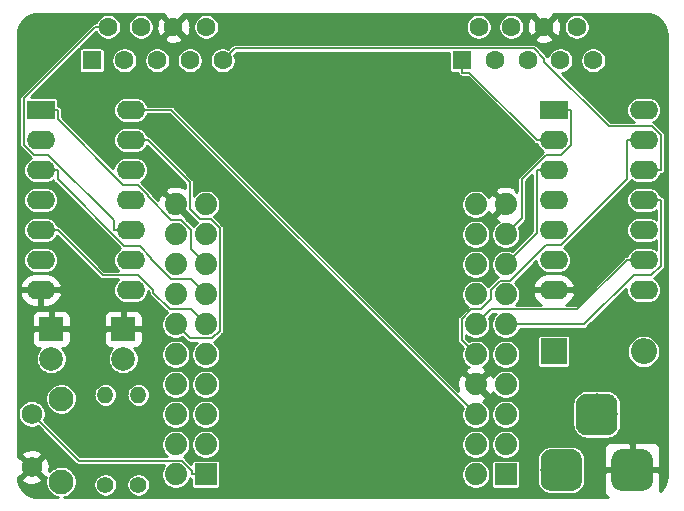
<source format=gtl>
G04 #@! TF.GenerationSoftware,KiCad,Pcbnew,(5.1.0-0)*
G04 #@! TF.CreationDate,2019-04-01T06:31:53-07:00*
G04 #@! TF.ProjectId,unijoysticle,756e696a-6f79-4737-9469-636c652e6b69,v0.0.1*
G04 #@! TF.SameCoordinates,Original*
G04 #@! TF.FileFunction,Copper,L1,Top*
G04 #@! TF.FilePolarity,Positive*
%FSLAX46Y46*%
G04 Gerber Fmt 4.6, Leading zero omitted, Abs format (unit mm)*
G04 Created by KiCad (PCBNEW (5.1.0-0)) date 2019-04-01 06:31:53*
%MOMM*%
%LPD*%
G04 APERTURE LIST*
%ADD10C,0.100000*%
%ADD11C,3.500000*%
%ADD12R,1.879600X1.879600*%
%ADD13C,1.879600*%
%ADD14O,2.200000X2.200000*%
%ADD15R,2.200000X2.200000*%
%ADD16O,1.400000X1.400000*%
%ADD17C,1.400000*%
%ADD18C,2.000000*%
%ADD19R,2.000000X2.000000*%
%ADD20C,2.100000*%
%ADD21C,1.750000*%
%ADD22R,1.600000X1.600000*%
%ADD23C,1.600000*%
%ADD24O,2.400000X1.600000*%
%ADD25R,2.400000X1.600000*%
%ADD26C,0.152400*%
%ADD27C,0.254000*%
G04 APERTURE END LIST*
D10*
G36*
X165123765Y-107473213D02*
G01*
X165208704Y-107485813D01*
X165291999Y-107506677D01*
X165372848Y-107535605D01*
X165450472Y-107572319D01*
X165524124Y-107616464D01*
X165593094Y-107667616D01*
X165656718Y-107725282D01*
X165714384Y-107788906D01*
X165765536Y-107857876D01*
X165809681Y-107931528D01*
X165846395Y-108009152D01*
X165875323Y-108090001D01*
X165896187Y-108173296D01*
X165908787Y-108258235D01*
X165913000Y-108344000D01*
X165913000Y-110094000D01*
X165908787Y-110179765D01*
X165896187Y-110264704D01*
X165875323Y-110347999D01*
X165846395Y-110428848D01*
X165809681Y-110506472D01*
X165765536Y-110580124D01*
X165714384Y-110649094D01*
X165656718Y-110712718D01*
X165593094Y-110770384D01*
X165524124Y-110821536D01*
X165450472Y-110865681D01*
X165372848Y-110902395D01*
X165291999Y-110931323D01*
X165208704Y-110952187D01*
X165123765Y-110964787D01*
X165038000Y-110969000D01*
X163288000Y-110969000D01*
X163202235Y-110964787D01*
X163117296Y-110952187D01*
X163034001Y-110931323D01*
X162953152Y-110902395D01*
X162875528Y-110865681D01*
X162801876Y-110821536D01*
X162732906Y-110770384D01*
X162669282Y-110712718D01*
X162611616Y-110649094D01*
X162560464Y-110580124D01*
X162516319Y-110506472D01*
X162479605Y-110428848D01*
X162450677Y-110347999D01*
X162429813Y-110264704D01*
X162417213Y-110179765D01*
X162413000Y-110094000D01*
X162413000Y-108344000D01*
X162417213Y-108258235D01*
X162429813Y-108173296D01*
X162450677Y-108090001D01*
X162479605Y-108009152D01*
X162516319Y-107931528D01*
X162560464Y-107857876D01*
X162611616Y-107788906D01*
X162669282Y-107725282D01*
X162732906Y-107667616D01*
X162801876Y-107616464D01*
X162875528Y-107572319D01*
X162953152Y-107535605D01*
X163034001Y-107506677D01*
X163117296Y-107485813D01*
X163202235Y-107473213D01*
X163288000Y-107469000D01*
X165038000Y-107469000D01*
X165123765Y-107473213D01*
X165123765Y-107473213D01*
G37*
D11*
X164163000Y-109219000D03*
D10*
G36*
X168123765Y-112173213D02*
G01*
X168208704Y-112185813D01*
X168291999Y-112206677D01*
X168372848Y-112235605D01*
X168450472Y-112272319D01*
X168524124Y-112316464D01*
X168593094Y-112367616D01*
X168656718Y-112425282D01*
X168714384Y-112488906D01*
X168765536Y-112557876D01*
X168809681Y-112631528D01*
X168846395Y-112709152D01*
X168875323Y-112790001D01*
X168896187Y-112873296D01*
X168908787Y-112958235D01*
X168913000Y-113044000D01*
X168913000Y-114794000D01*
X168908787Y-114879765D01*
X168896187Y-114964704D01*
X168875323Y-115047999D01*
X168846395Y-115128848D01*
X168809681Y-115206472D01*
X168765536Y-115280124D01*
X168714384Y-115349094D01*
X168656718Y-115412718D01*
X168593094Y-115470384D01*
X168524124Y-115521536D01*
X168450472Y-115565681D01*
X168372848Y-115602395D01*
X168291999Y-115631323D01*
X168208704Y-115652187D01*
X168123765Y-115664787D01*
X168038000Y-115669000D01*
X166288000Y-115669000D01*
X166202235Y-115664787D01*
X166117296Y-115652187D01*
X166034001Y-115631323D01*
X165953152Y-115602395D01*
X165875528Y-115565681D01*
X165801876Y-115521536D01*
X165732906Y-115470384D01*
X165669282Y-115412718D01*
X165611616Y-115349094D01*
X165560464Y-115280124D01*
X165516319Y-115206472D01*
X165479605Y-115128848D01*
X165450677Y-115047999D01*
X165429813Y-114964704D01*
X165417213Y-114879765D01*
X165413000Y-114794000D01*
X165413000Y-113044000D01*
X165417213Y-112958235D01*
X165429813Y-112873296D01*
X165450677Y-112790001D01*
X165479605Y-112709152D01*
X165516319Y-112631528D01*
X165560464Y-112557876D01*
X165611616Y-112488906D01*
X165669282Y-112425282D01*
X165732906Y-112367616D01*
X165801876Y-112316464D01*
X165875528Y-112272319D01*
X165953152Y-112235605D01*
X166034001Y-112206677D01*
X166117296Y-112185813D01*
X166202235Y-112173213D01*
X166288000Y-112169000D01*
X168038000Y-112169000D01*
X168123765Y-112173213D01*
X168123765Y-112173213D01*
G37*
D11*
X167163000Y-113919000D03*
D10*
G36*
X162123765Y-112173213D02*
G01*
X162208704Y-112185813D01*
X162291999Y-112206677D01*
X162372848Y-112235605D01*
X162450472Y-112272319D01*
X162524124Y-112316464D01*
X162593094Y-112367616D01*
X162656718Y-112425282D01*
X162714384Y-112488906D01*
X162765536Y-112557876D01*
X162809681Y-112631528D01*
X162846395Y-112709152D01*
X162875323Y-112790001D01*
X162896187Y-112873296D01*
X162908787Y-112958235D01*
X162913000Y-113044000D01*
X162913000Y-114794000D01*
X162908787Y-114879765D01*
X162896187Y-114964704D01*
X162875323Y-115047999D01*
X162846395Y-115128848D01*
X162809681Y-115206472D01*
X162765536Y-115280124D01*
X162714384Y-115349094D01*
X162656718Y-115412718D01*
X162593094Y-115470384D01*
X162524124Y-115521536D01*
X162450472Y-115565681D01*
X162372848Y-115602395D01*
X162291999Y-115631323D01*
X162208704Y-115652187D01*
X162123765Y-115664787D01*
X162038000Y-115669000D01*
X160288000Y-115669000D01*
X160202235Y-115664787D01*
X160117296Y-115652187D01*
X160034001Y-115631323D01*
X159953152Y-115602395D01*
X159875528Y-115565681D01*
X159801876Y-115521536D01*
X159732906Y-115470384D01*
X159669282Y-115412718D01*
X159611616Y-115349094D01*
X159560464Y-115280124D01*
X159516319Y-115206472D01*
X159479605Y-115128848D01*
X159450677Y-115047999D01*
X159429813Y-114964704D01*
X159417213Y-114879765D01*
X159413000Y-114794000D01*
X159413000Y-113044000D01*
X159417213Y-112958235D01*
X159429813Y-112873296D01*
X159450677Y-112790001D01*
X159479605Y-112709152D01*
X159516319Y-112631528D01*
X159560464Y-112557876D01*
X159611616Y-112488906D01*
X159669282Y-112425282D01*
X159732906Y-112367616D01*
X159801876Y-112316464D01*
X159875528Y-112272319D01*
X159953152Y-112235605D01*
X160034001Y-112206677D01*
X160117296Y-112185813D01*
X160202235Y-112173213D01*
X160288000Y-112169000D01*
X162038000Y-112169000D01*
X162123765Y-112173213D01*
X162123765Y-112173213D01*
G37*
D11*
X161163000Y-113919000D03*
D12*
X156464000Y-114300000D03*
D13*
X156464000Y-111760000D03*
X156464000Y-109220000D03*
X156464000Y-106680000D03*
X156464000Y-104140000D03*
X156464000Y-101600000D03*
X156464000Y-99060000D03*
X156464000Y-96520000D03*
X156464000Y-93980000D03*
X156464000Y-91440000D03*
X153924000Y-114300000D03*
X153924000Y-111760000D03*
X153924000Y-109220000D03*
X153924000Y-106680000D03*
X153924000Y-104140000D03*
X153924000Y-101600000D03*
X153924000Y-99060000D03*
X153924000Y-96520000D03*
X153924000Y-93980000D03*
X153924000Y-91440000D03*
X131064000Y-91440000D03*
X131064000Y-93980000D03*
X131064000Y-96520000D03*
X131064000Y-99060000D03*
X131064000Y-101600000D03*
X131064000Y-104140000D03*
X131064000Y-106680000D03*
X131064000Y-109220000D03*
X131064000Y-111760000D03*
D12*
X131064000Y-114300000D03*
D13*
X128524000Y-91440000D03*
X128524000Y-93980000D03*
X128524000Y-96520000D03*
X128524000Y-99060000D03*
X128524000Y-101600000D03*
X128524000Y-104140000D03*
X128524000Y-106680000D03*
X128524000Y-109220000D03*
X128524000Y-111760000D03*
X128524000Y-114300000D03*
D14*
X168148000Y-103886000D03*
D15*
X160528000Y-103886000D03*
D16*
X125349000Y-107569000D03*
D17*
X125349000Y-115189000D03*
D16*
X122555000Y-107569000D03*
D17*
X122555000Y-115189000D03*
D18*
X117983000Y-104521000D03*
D19*
X117983000Y-101981000D03*
D20*
X118822000Y-107905000D03*
D21*
X116332000Y-109165000D03*
X116332000Y-113665000D03*
D20*
X118822000Y-114915000D03*
D22*
X121412000Y-79248000D03*
D23*
X124182000Y-79248000D03*
X126952000Y-79248000D03*
X129722000Y-79248000D03*
X132492000Y-79248000D03*
X122797000Y-76408000D03*
X125567000Y-76408000D03*
X128337000Y-76408000D03*
X131107000Y-76408000D03*
D24*
X168148000Y-83439000D03*
X160528000Y-98679000D03*
X168148000Y-85979000D03*
X160528000Y-96139000D03*
X168148000Y-88519000D03*
X160528000Y-93599000D03*
X168148000Y-91059000D03*
X160528000Y-91059000D03*
X168148000Y-93599000D03*
X160528000Y-88519000D03*
X168148000Y-96139000D03*
X160528000Y-85979000D03*
X168148000Y-98679000D03*
D25*
X160528000Y-83439000D03*
X117094000Y-83439000D03*
D24*
X124714000Y-98679000D03*
X117094000Y-85979000D03*
X124714000Y-96139000D03*
X117094000Y-88519000D03*
X124714000Y-93599000D03*
X117094000Y-91059000D03*
X124714000Y-91059000D03*
X117094000Y-93599000D03*
X124714000Y-88519000D03*
X117094000Y-96139000D03*
X124714000Y-85979000D03*
X117094000Y-98679000D03*
X124714000Y-83439000D03*
D18*
X124079000Y-104521000D03*
D19*
X124079000Y-101981000D03*
D22*
X152781000Y-79248000D03*
D23*
X155551000Y-79248000D03*
X158321000Y-79248000D03*
X161091000Y-79248000D03*
X163861000Y-79248000D03*
X154166000Y-76408000D03*
X156936000Y-76408000D03*
X159706000Y-76408000D03*
X162476000Y-76408000D03*
D26*
X124714000Y-85979000D02*
X126142900Y-85979000D01*
X126142900Y-85979000D02*
X129692800Y-89528900D01*
X129692800Y-89528900D02*
X129692800Y-91821100D01*
X129692800Y-91821100D02*
X130581700Y-92710000D01*
X130581700Y-92710000D02*
X131510500Y-92710000D01*
X131510500Y-92710000D02*
X132234300Y-93433800D01*
X132234300Y-93433800D02*
X132234300Y-102175700D01*
X132234300Y-102175700D02*
X131626800Y-102783200D01*
X131626800Y-102783200D02*
X129707200Y-102783200D01*
X129707200Y-102783200D02*
X128524000Y-101600000D01*
X117094000Y-88519000D02*
X118522900Y-88519000D01*
X118522900Y-88519000D02*
X118522900Y-89322800D01*
X118522900Y-89322800D02*
X124174300Y-94974200D01*
X124174300Y-94974200D02*
X125468800Y-94974200D01*
X125468800Y-94974200D02*
X126448100Y-95953500D01*
X126448100Y-95953500D02*
X126448100Y-96097000D01*
X126448100Y-96097000D02*
X128141100Y-97790000D01*
X128141100Y-97790000D02*
X129794000Y-97790000D01*
X129794000Y-97790000D02*
X131064000Y-99060000D01*
X117094000Y-83439000D02*
X118522900Y-83439000D01*
X118522900Y-83439000D02*
X118522900Y-84210700D01*
X118522900Y-84210700D02*
X124101200Y-89789000D01*
X124101200Y-89789000D02*
X125304900Y-89789000D01*
X125304900Y-89789000D02*
X126143000Y-90627100D01*
X126143000Y-90627100D02*
X126143000Y-90743100D01*
X126143000Y-90743100D02*
X128121500Y-92721600D01*
X128121500Y-92721600D02*
X128935500Y-92721600D01*
X128935500Y-92721600D02*
X129794000Y-93580100D01*
X129794000Y-93580100D02*
X129794000Y-95250000D01*
X129794000Y-95250000D02*
X131064000Y-96520000D01*
X168148000Y-85979000D02*
X166719100Y-85979000D01*
X166719100Y-85979000D02*
X166719100Y-89281300D01*
X166719100Y-89281300D02*
X161131400Y-94869000D01*
X161131400Y-94869000D02*
X159888600Y-94869000D01*
X159888600Y-94869000D02*
X156866400Y-97891200D01*
X156866400Y-97891200D02*
X155957000Y-97891200D01*
X155957000Y-97891200D02*
X155194000Y-98654200D01*
X155194000Y-98654200D02*
X155194000Y-99470900D01*
X155194000Y-99470900D02*
X154334700Y-100330200D01*
X154334700Y-100330200D02*
X153536100Y-100330200D01*
X153536100Y-100330200D02*
X152737200Y-101129100D01*
X152737200Y-101129100D02*
X152737200Y-102953200D01*
X152737200Y-102953200D02*
X153924000Y-104140000D01*
X168148000Y-91059000D02*
X169576900Y-91059000D01*
X169576900Y-91059000D02*
X169576900Y-96626900D01*
X169576900Y-96626900D02*
X168794800Y-97409000D01*
X168794800Y-97409000D02*
X167295200Y-97409000D01*
X167295200Y-97409000D02*
X163104200Y-101600000D01*
X163104200Y-101600000D02*
X156464000Y-101600000D01*
X168148000Y-96139000D02*
X166719100Y-96139000D01*
X166719100Y-96139000D02*
X162528100Y-100330000D01*
X162528100Y-100330000D02*
X155194000Y-100330000D01*
X155194000Y-100330000D02*
X153924000Y-101600000D01*
X160528000Y-88519000D02*
X159099100Y-88519000D01*
X159099100Y-88519000D02*
X159099100Y-93884900D01*
X159099100Y-93884900D02*
X156464000Y-96520000D01*
X160528000Y-83439000D02*
X161956900Y-83439000D01*
X161956900Y-83439000D02*
X161956900Y-86436300D01*
X161956900Y-86436300D02*
X161144200Y-87249000D01*
X161144200Y-87249000D02*
X159895600Y-87249000D01*
X159895600Y-87249000D02*
X157835200Y-89309400D01*
X157835200Y-89309400D02*
X157835200Y-92608800D01*
X157835200Y-92608800D02*
X156464000Y-93980000D01*
X117094000Y-93599000D02*
X118522900Y-93599000D01*
X118522900Y-93599000D02*
X122332900Y-97409000D01*
X122332900Y-97409000D02*
X125335500Y-97409000D01*
X125335500Y-97409000D02*
X126630900Y-98704400D01*
X126630900Y-98704400D02*
X126630900Y-98907700D01*
X126630900Y-98907700D02*
X128053200Y-100330000D01*
X128053200Y-100330000D02*
X129794000Y-100330000D01*
X129794000Y-100330000D02*
X131064000Y-101600000D01*
X168148000Y-88519000D02*
X169576900Y-88519000D01*
X169576900Y-88519000D02*
X169576900Y-85549600D01*
X169576900Y-85549600D02*
X168841500Y-84814200D01*
X168841500Y-84814200D02*
X165202000Y-84814200D01*
X165202000Y-84814200D02*
X159742500Y-79354700D01*
X159742500Y-79354700D02*
X159742500Y-79135800D01*
X159742500Y-79135800D02*
X158825700Y-78219000D01*
X158825700Y-78219000D02*
X133521000Y-78219000D01*
X133521000Y-78219000D02*
X132492000Y-79248000D01*
X124714000Y-93599000D02*
X123285100Y-93599000D01*
X123285100Y-93599000D02*
X123285100Y-92795200D01*
X123285100Y-92795200D02*
X117738900Y-87249000D01*
X117738900Y-87249000D02*
X116508400Y-87249000D01*
X116508400Y-87249000D02*
X115665000Y-86405600D01*
X115665000Y-86405600D02*
X115665000Y-82450400D01*
X115665000Y-82450400D02*
X121707400Y-76408000D01*
X121707400Y-76408000D02*
X122797000Y-76408000D01*
X152781000Y-79248000D02*
X152781000Y-80276900D01*
X160528000Y-85979000D02*
X159099100Y-85979000D01*
X159099100Y-85979000D02*
X153397000Y-80276900D01*
X153397000Y-80276900D02*
X152781000Y-80276900D01*
X124714000Y-83439000D02*
X128143000Y-83439000D01*
X128143000Y-83439000D02*
X153924000Y-109220000D01*
X131064000Y-114300000D02*
X129895300Y-114300000D01*
X116332000Y-109165000D02*
X120298300Y-113131300D01*
X120298300Y-113131300D02*
X129018900Y-113131300D01*
X129018900Y-113131300D02*
X129895300Y-114007700D01*
X129895300Y-114007700D02*
X129895300Y-114300000D01*
D27*
G36*
X127523903Y-75415298D02*
G01*
X128337000Y-76228395D01*
X129150097Y-75415298D01*
X129109519Y-75277000D01*
X158933481Y-75277000D01*
X158892903Y-75415298D01*
X159706000Y-76228395D01*
X160519097Y-75415298D01*
X160478519Y-75277000D01*
X168258028Y-75277000D01*
X168626629Y-75313142D01*
X168964865Y-75415261D01*
X169276823Y-75581132D01*
X169550625Y-75804440D01*
X169775836Y-76076672D01*
X169943882Y-76387467D01*
X170048361Y-76724983D01*
X170087000Y-77092615D01*
X170087001Y-114410018D01*
X170050858Y-114778629D01*
X169948739Y-115116864D01*
X169782867Y-115428825D01*
X169559560Y-115702625D01*
X169546714Y-115713253D01*
X169551072Y-115669000D01*
X169548000Y-114204750D01*
X169389250Y-114046000D01*
X167290000Y-114046000D01*
X167290000Y-114066000D01*
X167036000Y-114066000D01*
X167036000Y-114046000D01*
X164936750Y-114046000D01*
X164778000Y-114204750D01*
X164774928Y-115669000D01*
X164787188Y-115793482D01*
X164823498Y-115913180D01*
X164882463Y-116023494D01*
X164961815Y-116120185D01*
X165058506Y-116199537D01*
X165132335Y-116239000D01*
X119070298Y-116239000D01*
X119214906Y-116210236D01*
X119460044Y-116108696D01*
X119680663Y-115961284D01*
X119868284Y-115773663D01*
X120015696Y-115553044D01*
X120117236Y-115307906D01*
X120160419Y-115090804D01*
X121558000Y-115090804D01*
X121558000Y-115287196D01*
X121596314Y-115479814D01*
X121671470Y-115661257D01*
X121780580Y-115824550D01*
X121919450Y-115963420D01*
X122082743Y-116072530D01*
X122264186Y-116147686D01*
X122456804Y-116186000D01*
X122653196Y-116186000D01*
X122845814Y-116147686D01*
X123027257Y-116072530D01*
X123190550Y-115963420D01*
X123329420Y-115824550D01*
X123438530Y-115661257D01*
X123513686Y-115479814D01*
X123552000Y-115287196D01*
X123552000Y-115090804D01*
X124352000Y-115090804D01*
X124352000Y-115287196D01*
X124390314Y-115479814D01*
X124465470Y-115661257D01*
X124574580Y-115824550D01*
X124713450Y-115963420D01*
X124876743Y-116072530D01*
X125058186Y-116147686D01*
X125250804Y-116186000D01*
X125447196Y-116186000D01*
X125639814Y-116147686D01*
X125821257Y-116072530D01*
X125984550Y-115963420D01*
X126123420Y-115824550D01*
X126232530Y-115661257D01*
X126307686Y-115479814D01*
X126346000Y-115287196D01*
X126346000Y-115090804D01*
X126307686Y-114898186D01*
X126232530Y-114716743D01*
X126123420Y-114553450D01*
X125984550Y-114414580D01*
X125821257Y-114305470D01*
X125639814Y-114230314D01*
X125447196Y-114192000D01*
X125250804Y-114192000D01*
X125058186Y-114230314D01*
X124876743Y-114305470D01*
X124713450Y-114414580D01*
X124574580Y-114553450D01*
X124465470Y-114716743D01*
X124390314Y-114898186D01*
X124352000Y-115090804D01*
X123552000Y-115090804D01*
X123513686Y-114898186D01*
X123438530Y-114716743D01*
X123329420Y-114553450D01*
X123190550Y-114414580D01*
X123027257Y-114305470D01*
X122845814Y-114230314D01*
X122653196Y-114192000D01*
X122456804Y-114192000D01*
X122264186Y-114230314D01*
X122082743Y-114305470D01*
X121919450Y-114414580D01*
X121780580Y-114553450D01*
X121671470Y-114716743D01*
X121596314Y-114898186D01*
X121558000Y-115090804D01*
X120160419Y-115090804D01*
X120169000Y-115047668D01*
X120169000Y-114782332D01*
X120117236Y-114522094D01*
X120015696Y-114276956D01*
X119868284Y-114056337D01*
X119680663Y-113868716D01*
X119460044Y-113721304D01*
X119214906Y-113619764D01*
X118954668Y-113568000D01*
X118689332Y-113568000D01*
X118429094Y-113619764D01*
X118183956Y-113721304D01*
X117963337Y-113868716D01*
X117795603Y-114036450D01*
X117831855Y-113894474D01*
X117847804Y-113597457D01*
X117805501Y-113303037D01*
X117706572Y-113022526D01*
X117629868Y-112879025D01*
X117378240Y-112798365D01*
X116511605Y-113665000D01*
X117378240Y-114531635D01*
X117544947Y-114478197D01*
X117526764Y-114522094D01*
X117475000Y-114782332D01*
X117475000Y-115047668D01*
X117526764Y-115307906D01*
X117628304Y-115553044D01*
X117775716Y-115773663D01*
X117963337Y-115961284D01*
X118183956Y-116108696D01*
X118429094Y-116210236D01*
X118573702Y-116239000D01*
X116983972Y-116239000D01*
X116615371Y-116202858D01*
X116277136Y-116100739D01*
X115965175Y-115934867D01*
X115691375Y-115711560D01*
X115466164Y-115439328D01*
X115298118Y-115128533D01*
X115193639Y-114791017D01*
X115185255Y-114711240D01*
X115465365Y-114711240D01*
X115546025Y-114962868D01*
X115814329Y-115091267D01*
X116102526Y-115164855D01*
X116399543Y-115180804D01*
X116693963Y-115138501D01*
X116974474Y-115039572D01*
X117117975Y-114962868D01*
X117198635Y-114711240D01*
X116332000Y-113844605D01*
X115465365Y-114711240D01*
X115185255Y-114711240D01*
X115162215Y-114492032D01*
X115285760Y-114531635D01*
X116152395Y-113665000D01*
X115285760Y-112798365D01*
X115155000Y-112840280D01*
X115155000Y-112618760D01*
X115465365Y-112618760D01*
X116332000Y-113485395D01*
X117198635Y-112618760D01*
X117117975Y-112367132D01*
X116849671Y-112238733D01*
X116561474Y-112165145D01*
X116264457Y-112149196D01*
X115970037Y-112191499D01*
X115689526Y-112290428D01*
X115546025Y-112367132D01*
X115465365Y-112618760D01*
X115155000Y-112618760D01*
X115155000Y-109049568D01*
X115160000Y-109049568D01*
X115160000Y-109280432D01*
X115205039Y-109506860D01*
X115293387Y-109720150D01*
X115421648Y-109912107D01*
X115584893Y-110075352D01*
X115776850Y-110203613D01*
X115990140Y-110291961D01*
X116216568Y-110337000D01*
X116447432Y-110337000D01*
X116673860Y-110291961D01*
X116855811Y-110216594D01*
X120021443Y-113382227D01*
X120033131Y-113396469D01*
X120089958Y-113443105D01*
X120154792Y-113477759D01*
X120225140Y-113499099D01*
X120298299Y-113506305D01*
X120316625Y-113504500D01*
X127570401Y-113504500D01*
X127563315Y-113511586D01*
X127427962Y-113714156D01*
X127334730Y-113939239D01*
X127287200Y-114178186D01*
X127287200Y-114421814D01*
X127334730Y-114660761D01*
X127427962Y-114885844D01*
X127563315Y-115088414D01*
X127735586Y-115260685D01*
X127938156Y-115396038D01*
X128163239Y-115489270D01*
X128402186Y-115536800D01*
X128645814Y-115536800D01*
X128884761Y-115489270D01*
X129109844Y-115396038D01*
X129312414Y-115260685D01*
X129484685Y-115088414D01*
X129620038Y-114885844D01*
X129713270Y-114660761D01*
X129719544Y-114629222D01*
X129751792Y-114646459D01*
X129822140Y-114667799D01*
X129825763Y-114668156D01*
X129825763Y-115239800D01*
X129831497Y-115298022D01*
X129848480Y-115354007D01*
X129876059Y-115405603D01*
X129913173Y-115450827D01*
X129958397Y-115487941D01*
X130009993Y-115515520D01*
X130065978Y-115532503D01*
X130124200Y-115538237D01*
X132003800Y-115538237D01*
X132062022Y-115532503D01*
X132118007Y-115515520D01*
X132169603Y-115487941D01*
X132214827Y-115450827D01*
X132251941Y-115405603D01*
X132279520Y-115354007D01*
X132296503Y-115298022D01*
X132302237Y-115239800D01*
X132302237Y-114178186D01*
X152687200Y-114178186D01*
X152687200Y-114421814D01*
X152734730Y-114660761D01*
X152827962Y-114885844D01*
X152963315Y-115088414D01*
X153135586Y-115260685D01*
X153338156Y-115396038D01*
X153563239Y-115489270D01*
X153802186Y-115536800D01*
X154045814Y-115536800D01*
X154284761Y-115489270D01*
X154509844Y-115396038D01*
X154712414Y-115260685D01*
X154884685Y-115088414D01*
X155020038Y-114885844D01*
X155113270Y-114660761D01*
X155160800Y-114421814D01*
X155160800Y-114178186D01*
X155113270Y-113939239D01*
X155020038Y-113714156D01*
X154884685Y-113511586D01*
X154733299Y-113360200D01*
X155225763Y-113360200D01*
X155225763Y-115239800D01*
X155231497Y-115298022D01*
X155248480Y-115354007D01*
X155276059Y-115405603D01*
X155313173Y-115450827D01*
X155358397Y-115487941D01*
X155409993Y-115515520D01*
X155465978Y-115532503D01*
X155524200Y-115538237D01*
X157403800Y-115538237D01*
X157462022Y-115532503D01*
X157518007Y-115515520D01*
X157569603Y-115487941D01*
X157614827Y-115450827D01*
X157651941Y-115405603D01*
X157679520Y-115354007D01*
X157696503Y-115298022D01*
X157702237Y-115239800D01*
X157702237Y-113360200D01*
X157696503Y-113301978D01*
X157679520Y-113245993D01*
X157651941Y-113194397D01*
X157614827Y-113149173D01*
X157569603Y-113112059D01*
X157518007Y-113084480D01*
X157462022Y-113067497D01*
X157403800Y-113061763D01*
X155524200Y-113061763D01*
X155465978Y-113067497D01*
X155409993Y-113084480D01*
X155358397Y-113112059D01*
X155313173Y-113149173D01*
X155276059Y-113194397D01*
X155248480Y-113245993D01*
X155231497Y-113301978D01*
X155225763Y-113360200D01*
X154733299Y-113360200D01*
X154712414Y-113339315D01*
X154509844Y-113203962D01*
X154284761Y-113110730D01*
X154045814Y-113063200D01*
X153802186Y-113063200D01*
X153563239Y-113110730D01*
X153338156Y-113203962D01*
X153135586Y-113339315D01*
X152963315Y-113511586D01*
X152827962Y-113714156D01*
X152734730Y-113939239D01*
X152687200Y-114178186D01*
X132302237Y-114178186D01*
X132302237Y-113360200D01*
X132296503Y-113301978D01*
X132279520Y-113245993D01*
X132251941Y-113194397D01*
X132214827Y-113149173D01*
X132169603Y-113112059D01*
X132118007Y-113084480D01*
X132062022Y-113067497D01*
X132003800Y-113061763D01*
X130124200Y-113061763D01*
X130065978Y-113067497D01*
X130009993Y-113084480D01*
X129958397Y-113112059D01*
X129913173Y-113149173D01*
X129876059Y-113194397D01*
X129848480Y-113245993D01*
X129831497Y-113301978D01*
X129825763Y-113360200D01*
X129825763Y-113410379D01*
X129459384Y-113044000D01*
X159114563Y-113044000D01*
X159114563Y-114794000D01*
X159137110Y-115022926D01*
X159203886Y-115243055D01*
X159312323Y-115445927D01*
X159458255Y-115623745D01*
X159636073Y-115769677D01*
X159838945Y-115878114D01*
X160059074Y-115944890D01*
X160288000Y-115967437D01*
X162038000Y-115967437D01*
X162266926Y-115944890D01*
X162487055Y-115878114D01*
X162689927Y-115769677D01*
X162867745Y-115623745D01*
X163013677Y-115445927D01*
X163122114Y-115243055D01*
X163188890Y-115022926D01*
X163211437Y-114794000D01*
X163211437Y-113044000D01*
X163188890Y-112815074D01*
X163122114Y-112594945D01*
X163013677Y-112392073D01*
X162867745Y-112214255D01*
X162812602Y-112169000D01*
X164774928Y-112169000D01*
X164778000Y-113633250D01*
X164936750Y-113792000D01*
X167036000Y-113792000D01*
X167036000Y-111692750D01*
X167290000Y-111692750D01*
X167290000Y-113792000D01*
X169389250Y-113792000D01*
X169548000Y-113633250D01*
X169551072Y-112169000D01*
X169538812Y-112044518D01*
X169502502Y-111924820D01*
X169443537Y-111814506D01*
X169364185Y-111717815D01*
X169267494Y-111638463D01*
X169157180Y-111579498D01*
X169037482Y-111543188D01*
X168913000Y-111530928D01*
X167448750Y-111534000D01*
X167290000Y-111692750D01*
X167036000Y-111692750D01*
X166877250Y-111534000D01*
X165413000Y-111530928D01*
X165288518Y-111543188D01*
X165168820Y-111579498D01*
X165058506Y-111638463D01*
X164961815Y-111717815D01*
X164882463Y-111814506D01*
X164823498Y-111924820D01*
X164787188Y-112044518D01*
X164774928Y-112169000D01*
X162812602Y-112169000D01*
X162689927Y-112068323D01*
X162487055Y-111959886D01*
X162266926Y-111893110D01*
X162038000Y-111870563D01*
X160288000Y-111870563D01*
X160059074Y-111893110D01*
X159838945Y-111959886D01*
X159636073Y-112068323D01*
X159458255Y-112214255D01*
X159312323Y-112392073D01*
X159203886Y-112594945D01*
X159137110Y-112815074D01*
X159114563Y-113044000D01*
X129459384Y-113044000D01*
X129295761Y-112880378D01*
X129284069Y-112866131D01*
X129227242Y-112819495D01*
X129192403Y-112800874D01*
X129312414Y-112720685D01*
X129484685Y-112548414D01*
X129620038Y-112345844D01*
X129713270Y-112120761D01*
X129760800Y-111881814D01*
X129760800Y-111638186D01*
X129827200Y-111638186D01*
X129827200Y-111881814D01*
X129874730Y-112120761D01*
X129967962Y-112345844D01*
X130103315Y-112548414D01*
X130275586Y-112720685D01*
X130478156Y-112856038D01*
X130703239Y-112949270D01*
X130942186Y-112996800D01*
X131185814Y-112996800D01*
X131424761Y-112949270D01*
X131649844Y-112856038D01*
X131852414Y-112720685D01*
X132024685Y-112548414D01*
X132160038Y-112345844D01*
X132253270Y-112120761D01*
X132300800Y-111881814D01*
X132300800Y-111638186D01*
X152687200Y-111638186D01*
X152687200Y-111881814D01*
X152734730Y-112120761D01*
X152827962Y-112345844D01*
X152963315Y-112548414D01*
X153135586Y-112720685D01*
X153338156Y-112856038D01*
X153563239Y-112949270D01*
X153802186Y-112996800D01*
X154045814Y-112996800D01*
X154284761Y-112949270D01*
X154509844Y-112856038D01*
X154712414Y-112720685D01*
X154884685Y-112548414D01*
X155020038Y-112345844D01*
X155113270Y-112120761D01*
X155160800Y-111881814D01*
X155160800Y-111638186D01*
X155227200Y-111638186D01*
X155227200Y-111881814D01*
X155274730Y-112120761D01*
X155367962Y-112345844D01*
X155503315Y-112548414D01*
X155675586Y-112720685D01*
X155878156Y-112856038D01*
X156103239Y-112949270D01*
X156342186Y-112996800D01*
X156585814Y-112996800D01*
X156824761Y-112949270D01*
X157049844Y-112856038D01*
X157252414Y-112720685D01*
X157424685Y-112548414D01*
X157560038Y-112345844D01*
X157653270Y-112120761D01*
X157700800Y-111881814D01*
X157700800Y-111638186D01*
X157653270Y-111399239D01*
X157560038Y-111174156D01*
X157424685Y-110971586D01*
X157252414Y-110799315D01*
X157049844Y-110663962D01*
X156824761Y-110570730D01*
X156585814Y-110523200D01*
X156342186Y-110523200D01*
X156103239Y-110570730D01*
X155878156Y-110663962D01*
X155675586Y-110799315D01*
X155503315Y-110971586D01*
X155367962Y-111174156D01*
X155274730Y-111399239D01*
X155227200Y-111638186D01*
X155160800Y-111638186D01*
X155113270Y-111399239D01*
X155020038Y-111174156D01*
X154884685Y-110971586D01*
X154712414Y-110799315D01*
X154509844Y-110663962D01*
X154284761Y-110570730D01*
X154045814Y-110523200D01*
X153802186Y-110523200D01*
X153563239Y-110570730D01*
X153338156Y-110663962D01*
X153135586Y-110799315D01*
X152963315Y-110971586D01*
X152827962Y-111174156D01*
X152734730Y-111399239D01*
X152687200Y-111638186D01*
X132300800Y-111638186D01*
X132253270Y-111399239D01*
X132160038Y-111174156D01*
X132024685Y-110971586D01*
X131852414Y-110799315D01*
X131649844Y-110663962D01*
X131424761Y-110570730D01*
X131185814Y-110523200D01*
X130942186Y-110523200D01*
X130703239Y-110570730D01*
X130478156Y-110663962D01*
X130275586Y-110799315D01*
X130103315Y-110971586D01*
X129967962Y-111174156D01*
X129874730Y-111399239D01*
X129827200Y-111638186D01*
X129760800Y-111638186D01*
X129713270Y-111399239D01*
X129620038Y-111174156D01*
X129484685Y-110971586D01*
X129312414Y-110799315D01*
X129109844Y-110663962D01*
X128884761Y-110570730D01*
X128645814Y-110523200D01*
X128402186Y-110523200D01*
X128163239Y-110570730D01*
X127938156Y-110663962D01*
X127735586Y-110799315D01*
X127563315Y-110971586D01*
X127427962Y-111174156D01*
X127334730Y-111399239D01*
X127287200Y-111638186D01*
X127287200Y-111881814D01*
X127334730Y-112120761D01*
X127427962Y-112345844D01*
X127563315Y-112548414D01*
X127735586Y-112720685D01*
X127791581Y-112758100D01*
X120452884Y-112758100D01*
X117383594Y-109688811D01*
X117458961Y-109506860D01*
X117504000Y-109280432D01*
X117504000Y-109049568D01*
X117458961Y-108823140D01*
X117370613Y-108609850D01*
X117242352Y-108417893D01*
X117079107Y-108254648D01*
X116887150Y-108126387D01*
X116673860Y-108038039D01*
X116447432Y-107993000D01*
X116216568Y-107993000D01*
X115990140Y-108038039D01*
X115776850Y-108126387D01*
X115584893Y-108254648D01*
X115421648Y-108417893D01*
X115293387Y-108609850D01*
X115205039Y-108823140D01*
X115160000Y-109049568D01*
X115155000Y-109049568D01*
X115155000Y-107772332D01*
X117475000Y-107772332D01*
X117475000Y-108037668D01*
X117526764Y-108297906D01*
X117628304Y-108543044D01*
X117775716Y-108763663D01*
X117963337Y-108951284D01*
X118183956Y-109098696D01*
X118429094Y-109200236D01*
X118689332Y-109252000D01*
X118954668Y-109252000D01*
X119214906Y-109200236D01*
X119460044Y-109098696D01*
X119460807Y-109098186D01*
X127287200Y-109098186D01*
X127287200Y-109341814D01*
X127334730Y-109580761D01*
X127427962Y-109805844D01*
X127563315Y-110008414D01*
X127735586Y-110180685D01*
X127938156Y-110316038D01*
X128163239Y-110409270D01*
X128402186Y-110456800D01*
X128645814Y-110456800D01*
X128884761Y-110409270D01*
X129109844Y-110316038D01*
X129312414Y-110180685D01*
X129484685Y-110008414D01*
X129620038Y-109805844D01*
X129713270Y-109580761D01*
X129760800Y-109341814D01*
X129760800Y-109098186D01*
X129827200Y-109098186D01*
X129827200Y-109341814D01*
X129874730Y-109580761D01*
X129967962Y-109805844D01*
X130103315Y-110008414D01*
X130275586Y-110180685D01*
X130478156Y-110316038D01*
X130703239Y-110409270D01*
X130942186Y-110456800D01*
X131185814Y-110456800D01*
X131424761Y-110409270D01*
X131649844Y-110316038D01*
X131852414Y-110180685D01*
X132024685Y-110008414D01*
X132160038Y-109805844D01*
X132253270Y-109580761D01*
X132300800Y-109341814D01*
X132300800Y-109098186D01*
X132253270Y-108859239D01*
X132160038Y-108634156D01*
X132024685Y-108431586D01*
X131852414Y-108259315D01*
X131649844Y-108123962D01*
X131424761Y-108030730D01*
X131185814Y-107983200D01*
X130942186Y-107983200D01*
X130703239Y-108030730D01*
X130478156Y-108123962D01*
X130275586Y-108259315D01*
X130103315Y-108431586D01*
X129967962Y-108634156D01*
X129874730Y-108859239D01*
X129827200Y-109098186D01*
X129760800Y-109098186D01*
X129713270Y-108859239D01*
X129620038Y-108634156D01*
X129484685Y-108431586D01*
X129312414Y-108259315D01*
X129109844Y-108123962D01*
X128884761Y-108030730D01*
X128645814Y-107983200D01*
X128402186Y-107983200D01*
X128163239Y-108030730D01*
X127938156Y-108123962D01*
X127735586Y-108259315D01*
X127563315Y-108431586D01*
X127427962Y-108634156D01*
X127334730Y-108859239D01*
X127287200Y-109098186D01*
X119460807Y-109098186D01*
X119680663Y-108951284D01*
X119868284Y-108763663D01*
X120015696Y-108543044D01*
X120117236Y-108297906D01*
X120169000Y-108037668D01*
X120169000Y-107772332D01*
X120128556Y-107569000D01*
X121553176Y-107569000D01*
X121572426Y-107764446D01*
X121629435Y-107952381D01*
X121722014Y-108125584D01*
X121846603Y-108277397D01*
X121998416Y-108401986D01*
X122171619Y-108494565D01*
X122359554Y-108551574D01*
X122506022Y-108566000D01*
X122603978Y-108566000D01*
X122750446Y-108551574D01*
X122938381Y-108494565D01*
X123111584Y-108401986D01*
X123263397Y-108277397D01*
X123387986Y-108125584D01*
X123480565Y-107952381D01*
X123537574Y-107764446D01*
X123556824Y-107569000D01*
X124347176Y-107569000D01*
X124366426Y-107764446D01*
X124423435Y-107952381D01*
X124516014Y-108125584D01*
X124640603Y-108277397D01*
X124792416Y-108401986D01*
X124965619Y-108494565D01*
X125153554Y-108551574D01*
X125300022Y-108566000D01*
X125397978Y-108566000D01*
X125544446Y-108551574D01*
X125732381Y-108494565D01*
X125905584Y-108401986D01*
X126057397Y-108277397D01*
X126181986Y-108125584D01*
X126274565Y-107952381D01*
X126331574Y-107764446D01*
X126350824Y-107569000D01*
X126331574Y-107373554D01*
X126274565Y-107185619D01*
X126181986Y-107012416D01*
X126057397Y-106860603D01*
X125905584Y-106736014D01*
X125732381Y-106643435D01*
X125544446Y-106586426D01*
X125397978Y-106572000D01*
X125300022Y-106572000D01*
X125153554Y-106586426D01*
X124965619Y-106643435D01*
X124792416Y-106736014D01*
X124640603Y-106860603D01*
X124516014Y-107012416D01*
X124423435Y-107185619D01*
X124366426Y-107373554D01*
X124347176Y-107569000D01*
X123556824Y-107569000D01*
X123537574Y-107373554D01*
X123480565Y-107185619D01*
X123387986Y-107012416D01*
X123263397Y-106860603D01*
X123111584Y-106736014D01*
X122938381Y-106643435D01*
X122750446Y-106586426D01*
X122603978Y-106572000D01*
X122506022Y-106572000D01*
X122359554Y-106586426D01*
X122171619Y-106643435D01*
X121998416Y-106736014D01*
X121846603Y-106860603D01*
X121722014Y-107012416D01*
X121629435Y-107185619D01*
X121572426Y-107373554D01*
X121553176Y-107569000D01*
X120128556Y-107569000D01*
X120117236Y-107512094D01*
X120015696Y-107266956D01*
X119868284Y-107046337D01*
X119680663Y-106858716D01*
X119460044Y-106711304D01*
X119214906Y-106609764D01*
X118955604Y-106558186D01*
X127287200Y-106558186D01*
X127287200Y-106801814D01*
X127334730Y-107040761D01*
X127427962Y-107265844D01*
X127563315Y-107468414D01*
X127735586Y-107640685D01*
X127938156Y-107776038D01*
X128163239Y-107869270D01*
X128402186Y-107916800D01*
X128645814Y-107916800D01*
X128884761Y-107869270D01*
X129109844Y-107776038D01*
X129312414Y-107640685D01*
X129484685Y-107468414D01*
X129620038Y-107265844D01*
X129713270Y-107040761D01*
X129760800Y-106801814D01*
X129760800Y-106558186D01*
X129827200Y-106558186D01*
X129827200Y-106801814D01*
X129874730Y-107040761D01*
X129967962Y-107265844D01*
X130103315Y-107468414D01*
X130275586Y-107640685D01*
X130478156Y-107776038D01*
X130703239Y-107869270D01*
X130942186Y-107916800D01*
X131185814Y-107916800D01*
X131424761Y-107869270D01*
X131649844Y-107776038D01*
X131852414Y-107640685D01*
X132024685Y-107468414D01*
X132160038Y-107265844D01*
X132253270Y-107040761D01*
X132300800Y-106801814D01*
X132300800Y-106558186D01*
X132253270Y-106319239D01*
X132160038Y-106094156D01*
X132024685Y-105891586D01*
X131852414Y-105719315D01*
X131649844Y-105583962D01*
X131424761Y-105490730D01*
X131185814Y-105443200D01*
X130942186Y-105443200D01*
X130703239Y-105490730D01*
X130478156Y-105583962D01*
X130275586Y-105719315D01*
X130103315Y-105891586D01*
X129967962Y-106094156D01*
X129874730Y-106319239D01*
X129827200Y-106558186D01*
X129760800Y-106558186D01*
X129713270Y-106319239D01*
X129620038Y-106094156D01*
X129484685Y-105891586D01*
X129312414Y-105719315D01*
X129109844Y-105583962D01*
X128884761Y-105490730D01*
X128645814Y-105443200D01*
X128402186Y-105443200D01*
X128163239Y-105490730D01*
X127938156Y-105583962D01*
X127735586Y-105719315D01*
X127563315Y-105891586D01*
X127427962Y-106094156D01*
X127334730Y-106319239D01*
X127287200Y-106558186D01*
X118955604Y-106558186D01*
X118954668Y-106558000D01*
X118689332Y-106558000D01*
X118429094Y-106609764D01*
X118183956Y-106711304D01*
X117963337Y-106858716D01*
X117775716Y-107046337D01*
X117628304Y-107266956D01*
X117526764Y-107512094D01*
X117475000Y-107772332D01*
X115155000Y-107772332D01*
X115155000Y-102981000D01*
X116344928Y-102981000D01*
X116357188Y-103105482D01*
X116393498Y-103225180D01*
X116452463Y-103335494D01*
X116531815Y-103432185D01*
X116628506Y-103511537D01*
X116738820Y-103570502D01*
X116858518Y-103606812D01*
X116983000Y-103619072D01*
X117050984Y-103618780D01*
X116975554Y-103694210D01*
X116833613Y-103906640D01*
X116735843Y-104142679D01*
X116686000Y-104393257D01*
X116686000Y-104648743D01*
X116735843Y-104899321D01*
X116833613Y-105135360D01*
X116975554Y-105347790D01*
X117156210Y-105528446D01*
X117368640Y-105670387D01*
X117604679Y-105768157D01*
X117855257Y-105818000D01*
X118110743Y-105818000D01*
X118361321Y-105768157D01*
X118597360Y-105670387D01*
X118809790Y-105528446D01*
X118990446Y-105347790D01*
X119132387Y-105135360D01*
X119230157Y-104899321D01*
X119280000Y-104648743D01*
X119280000Y-104393257D01*
X119230157Y-104142679D01*
X119132387Y-103906640D01*
X118990446Y-103694210D01*
X118915016Y-103618780D01*
X118983000Y-103619072D01*
X119107482Y-103606812D01*
X119227180Y-103570502D01*
X119337494Y-103511537D01*
X119434185Y-103432185D01*
X119513537Y-103335494D01*
X119572502Y-103225180D01*
X119608812Y-103105482D01*
X119621072Y-102981000D01*
X122440928Y-102981000D01*
X122453188Y-103105482D01*
X122489498Y-103225180D01*
X122548463Y-103335494D01*
X122627815Y-103432185D01*
X122724506Y-103511537D01*
X122834820Y-103570502D01*
X122954518Y-103606812D01*
X123079000Y-103619072D01*
X123146984Y-103618780D01*
X123071554Y-103694210D01*
X122929613Y-103906640D01*
X122831843Y-104142679D01*
X122782000Y-104393257D01*
X122782000Y-104648743D01*
X122831843Y-104899321D01*
X122929613Y-105135360D01*
X123071554Y-105347790D01*
X123252210Y-105528446D01*
X123464640Y-105670387D01*
X123700679Y-105768157D01*
X123951257Y-105818000D01*
X124206743Y-105818000D01*
X124457321Y-105768157D01*
X124693360Y-105670387D01*
X124905790Y-105528446D01*
X125086446Y-105347790D01*
X125228387Y-105135360D01*
X125326157Y-104899321D01*
X125376000Y-104648743D01*
X125376000Y-104393257D01*
X125326157Y-104142679D01*
X125274591Y-104018186D01*
X127287200Y-104018186D01*
X127287200Y-104261814D01*
X127334730Y-104500761D01*
X127427962Y-104725844D01*
X127563315Y-104928414D01*
X127735586Y-105100685D01*
X127938156Y-105236038D01*
X128163239Y-105329270D01*
X128402186Y-105376800D01*
X128645814Y-105376800D01*
X128884761Y-105329270D01*
X129109844Y-105236038D01*
X129312414Y-105100685D01*
X129484685Y-104928414D01*
X129620038Y-104725844D01*
X129713270Y-104500761D01*
X129760800Y-104261814D01*
X129760800Y-104018186D01*
X129713270Y-103779239D01*
X129620038Y-103554156D01*
X129484685Y-103351586D01*
X129312414Y-103179315D01*
X129109844Y-103043962D01*
X128884761Y-102950730D01*
X128645814Y-102903200D01*
X128402186Y-102903200D01*
X128163239Y-102950730D01*
X127938156Y-103043962D01*
X127735586Y-103179315D01*
X127563315Y-103351586D01*
X127427962Y-103554156D01*
X127334730Y-103779239D01*
X127287200Y-104018186D01*
X125274591Y-104018186D01*
X125228387Y-103906640D01*
X125086446Y-103694210D01*
X125011016Y-103618780D01*
X125079000Y-103619072D01*
X125203482Y-103606812D01*
X125323180Y-103570502D01*
X125433494Y-103511537D01*
X125530185Y-103432185D01*
X125609537Y-103335494D01*
X125668502Y-103225180D01*
X125704812Y-103105482D01*
X125717072Y-102981000D01*
X125714000Y-102266750D01*
X125555250Y-102108000D01*
X124206000Y-102108000D01*
X124206000Y-102128000D01*
X123952000Y-102128000D01*
X123952000Y-102108000D01*
X122602750Y-102108000D01*
X122444000Y-102266750D01*
X122440928Y-102981000D01*
X119621072Y-102981000D01*
X119618000Y-102266750D01*
X119459250Y-102108000D01*
X118110000Y-102108000D01*
X118110000Y-102128000D01*
X117856000Y-102128000D01*
X117856000Y-102108000D01*
X116506750Y-102108000D01*
X116348000Y-102266750D01*
X116344928Y-102981000D01*
X115155000Y-102981000D01*
X115155000Y-100981000D01*
X116344928Y-100981000D01*
X116348000Y-101695250D01*
X116506750Y-101854000D01*
X117856000Y-101854000D01*
X117856000Y-100504750D01*
X118110000Y-100504750D01*
X118110000Y-101854000D01*
X119459250Y-101854000D01*
X119618000Y-101695250D01*
X119621072Y-100981000D01*
X122440928Y-100981000D01*
X122444000Y-101695250D01*
X122602750Y-101854000D01*
X123952000Y-101854000D01*
X123952000Y-100504750D01*
X124206000Y-100504750D01*
X124206000Y-101854000D01*
X125555250Y-101854000D01*
X125714000Y-101695250D01*
X125717072Y-100981000D01*
X125704812Y-100856518D01*
X125668502Y-100736820D01*
X125609537Y-100626506D01*
X125530185Y-100529815D01*
X125433494Y-100450463D01*
X125323180Y-100391498D01*
X125203482Y-100355188D01*
X125079000Y-100342928D01*
X124364750Y-100346000D01*
X124206000Y-100504750D01*
X123952000Y-100504750D01*
X123793250Y-100346000D01*
X123079000Y-100342928D01*
X122954518Y-100355188D01*
X122834820Y-100391498D01*
X122724506Y-100450463D01*
X122627815Y-100529815D01*
X122548463Y-100626506D01*
X122489498Y-100736820D01*
X122453188Y-100856518D01*
X122440928Y-100981000D01*
X119621072Y-100981000D01*
X119608812Y-100856518D01*
X119572502Y-100736820D01*
X119513537Y-100626506D01*
X119434185Y-100529815D01*
X119337494Y-100450463D01*
X119227180Y-100391498D01*
X119107482Y-100355188D01*
X118983000Y-100342928D01*
X118268750Y-100346000D01*
X118110000Y-100504750D01*
X117856000Y-100504750D01*
X117697250Y-100346000D01*
X116983000Y-100342928D01*
X116858518Y-100355188D01*
X116738820Y-100391498D01*
X116628506Y-100450463D01*
X116531815Y-100529815D01*
X116452463Y-100626506D01*
X116393498Y-100736820D01*
X116357188Y-100856518D01*
X116344928Y-100981000D01*
X115155000Y-100981000D01*
X115155000Y-99028039D01*
X115302096Y-99028039D01*
X115319633Y-99110818D01*
X115430285Y-99370646D01*
X115589500Y-99603895D01*
X115791161Y-99801601D01*
X116027517Y-99956166D01*
X116289486Y-100061650D01*
X116567000Y-100114000D01*
X116967000Y-100114000D01*
X116967000Y-98806000D01*
X117221000Y-98806000D01*
X117221000Y-100114000D01*
X117621000Y-100114000D01*
X117898514Y-100061650D01*
X118160483Y-99956166D01*
X118396839Y-99801601D01*
X118598500Y-99603895D01*
X118757715Y-99370646D01*
X118868367Y-99110818D01*
X118885904Y-99028039D01*
X118763915Y-98806000D01*
X117221000Y-98806000D01*
X116967000Y-98806000D01*
X115424085Y-98806000D01*
X115302096Y-99028039D01*
X115155000Y-99028039D01*
X115155000Y-98329961D01*
X115302096Y-98329961D01*
X115424085Y-98552000D01*
X116967000Y-98552000D01*
X116967000Y-98532000D01*
X117221000Y-98532000D01*
X117221000Y-98552000D01*
X118763915Y-98552000D01*
X118885904Y-98329961D01*
X118868367Y-98247182D01*
X118757715Y-97987354D01*
X118598500Y-97754105D01*
X118396839Y-97556399D01*
X118160483Y-97401834D01*
X117898514Y-97296350D01*
X117621000Y-97244000D01*
X116567000Y-97244000D01*
X116289486Y-97296350D01*
X116027517Y-97401834D01*
X115791161Y-97556399D01*
X115589500Y-97754105D01*
X115430285Y-97987354D01*
X115319633Y-98247182D01*
X115302096Y-98329961D01*
X115155000Y-98329961D01*
X115155000Y-96139000D01*
X115591693Y-96139000D01*
X115612874Y-96354049D01*
X115675601Y-96560835D01*
X115777465Y-96751409D01*
X115914551Y-96918449D01*
X116081591Y-97055535D01*
X116272165Y-97157399D01*
X116478951Y-97220126D01*
X116640118Y-97236000D01*
X117547882Y-97236000D01*
X117709049Y-97220126D01*
X117915835Y-97157399D01*
X118106409Y-97055535D01*
X118273449Y-96918449D01*
X118410535Y-96751409D01*
X118512399Y-96560835D01*
X118575126Y-96354049D01*
X118596307Y-96139000D01*
X118575126Y-95923951D01*
X118512399Y-95717165D01*
X118410535Y-95526591D01*
X118273449Y-95359551D01*
X118106409Y-95222465D01*
X117915835Y-95120601D01*
X117709049Y-95057874D01*
X117547882Y-95042000D01*
X116640118Y-95042000D01*
X116478951Y-95057874D01*
X116272165Y-95120601D01*
X116081591Y-95222465D01*
X115914551Y-95359551D01*
X115777465Y-95526591D01*
X115675601Y-95717165D01*
X115612874Y-95923951D01*
X115591693Y-96139000D01*
X115155000Y-96139000D01*
X115155000Y-91059000D01*
X115591693Y-91059000D01*
X115612874Y-91274049D01*
X115675601Y-91480835D01*
X115777465Y-91671409D01*
X115914551Y-91838449D01*
X116081591Y-91975535D01*
X116272165Y-92077399D01*
X116478951Y-92140126D01*
X116640118Y-92156000D01*
X117547882Y-92156000D01*
X117709049Y-92140126D01*
X117915835Y-92077399D01*
X118106409Y-91975535D01*
X118273449Y-91838449D01*
X118410535Y-91671409D01*
X118512399Y-91480835D01*
X118575126Y-91274049D01*
X118596307Y-91059000D01*
X118575126Y-90843951D01*
X118512399Y-90637165D01*
X118410535Y-90446591D01*
X118273449Y-90279551D01*
X118106409Y-90142465D01*
X117915835Y-90040601D01*
X117709049Y-89977874D01*
X117547882Y-89962000D01*
X116640118Y-89962000D01*
X116478951Y-89977874D01*
X116272165Y-90040601D01*
X116081591Y-90142465D01*
X115914551Y-90279551D01*
X115777465Y-90446591D01*
X115675601Y-90637165D01*
X115612874Y-90843951D01*
X115591693Y-91059000D01*
X115155000Y-91059000D01*
X115155000Y-82450400D01*
X115289995Y-82450400D01*
X115291801Y-82468735D01*
X115291800Y-86387275D01*
X115289995Y-86405600D01*
X115291800Y-86423925D01*
X115297201Y-86478759D01*
X115318541Y-86549107D01*
X115353195Y-86613941D01*
X115399831Y-86670769D01*
X115414078Y-86682461D01*
X116231543Y-87499927D01*
X116243231Y-87514169D01*
X116244631Y-87515318D01*
X116081591Y-87602465D01*
X115914551Y-87739551D01*
X115777465Y-87906591D01*
X115675601Y-88097165D01*
X115612874Y-88303951D01*
X115591693Y-88519000D01*
X115612874Y-88734049D01*
X115675601Y-88940835D01*
X115777465Y-89131409D01*
X115914551Y-89298449D01*
X116081591Y-89435535D01*
X116272165Y-89537399D01*
X116478951Y-89600126D01*
X116640118Y-89616000D01*
X117547882Y-89616000D01*
X117709049Y-89600126D01*
X117915835Y-89537399D01*
X118106409Y-89435535D01*
X118155066Y-89395603D01*
X118155101Y-89395959D01*
X118176442Y-89466308D01*
X118209898Y-89528900D01*
X118211096Y-89531142D01*
X118257732Y-89587969D01*
X118271974Y-89599657D01*
X123827487Y-95155172D01*
X123701591Y-95222465D01*
X123534551Y-95359551D01*
X123397465Y-95526591D01*
X123295601Y-95717165D01*
X123232874Y-95923951D01*
X123211693Y-96139000D01*
X123232874Y-96354049D01*
X123295601Y-96560835D01*
X123397465Y-96751409D01*
X123534551Y-96918449D01*
X123677544Y-97035800D01*
X122487484Y-97035800D01*
X118799761Y-93348078D01*
X118788069Y-93333831D01*
X118731242Y-93287195D01*
X118666408Y-93252541D01*
X118596060Y-93231201D01*
X118541226Y-93225800D01*
X118541225Y-93225800D01*
X118526719Y-93224371D01*
X118512399Y-93177165D01*
X118410535Y-92986591D01*
X118273449Y-92819551D01*
X118106409Y-92682465D01*
X117915835Y-92580601D01*
X117709049Y-92517874D01*
X117547882Y-92502000D01*
X116640118Y-92502000D01*
X116478951Y-92517874D01*
X116272165Y-92580601D01*
X116081591Y-92682465D01*
X115914551Y-92819551D01*
X115777465Y-92986591D01*
X115675601Y-93177165D01*
X115612874Y-93383951D01*
X115591693Y-93599000D01*
X115612874Y-93814049D01*
X115675601Y-94020835D01*
X115777465Y-94211409D01*
X115914551Y-94378449D01*
X116081591Y-94515535D01*
X116272165Y-94617399D01*
X116478951Y-94680126D01*
X116640118Y-94696000D01*
X117547882Y-94696000D01*
X117709049Y-94680126D01*
X117915835Y-94617399D01*
X118106409Y-94515535D01*
X118273449Y-94378449D01*
X118410535Y-94211409D01*
X118479152Y-94083035D01*
X122056043Y-97659927D01*
X122067731Y-97674169D01*
X122119727Y-97716840D01*
X122124558Y-97720805D01*
X122189392Y-97755459D01*
X122259740Y-97776799D01*
X122332900Y-97784005D01*
X122351225Y-97782200D01*
X123677544Y-97782200D01*
X123534551Y-97899551D01*
X123397465Y-98066591D01*
X123295601Y-98257165D01*
X123232874Y-98463951D01*
X123211693Y-98679000D01*
X123232874Y-98894049D01*
X123295601Y-99100835D01*
X123397465Y-99291409D01*
X123534551Y-99458449D01*
X123701591Y-99595535D01*
X123892165Y-99697399D01*
X124098951Y-99760126D01*
X124260118Y-99776000D01*
X125167882Y-99776000D01*
X125329049Y-99760126D01*
X125535835Y-99697399D01*
X125726409Y-99595535D01*
X125893449Y-99458449D01*
X126030535Y-99291409D01*
X126132399Y-99100835D01*
X126195126Y-98894049D01*
X126203881Y-98805164D01*
X126257700Y-98858984D01*
X126257700Y-98889375D01*
X126255895Y-98907700D01*
X126257700Y-98926025D01*
X126257700Y-98926026D01*
X126263101Y-98980860D01*
X126284441Y-99051208D01*
X126319095Y-99116042D01*
X126365731Y-99172869D01*
X126379977Y-99184560D01*
X127776343Y-100580927D01*
X127788031Y-100595169D01*
X127794145Y-100600187D01*
X127735586Y-100639315D01*
X127563315Y-100811586D01*
X127427962Y-101014156D01*
X127334730Y-101239239D01*
X127287200Y-101478186D01*
X127287200Y-101721814D01*
X127334730Y-101960761D01*
X127427962Y-102185844D01*
X127563315Y-102388414D01*
X127735586Y-102560685D01*
X127938156Y-102696038D01*
X128163239Y-102789270D01*
X128402186Y-102836800D01*
X128645814Y-102836800D01*
X128884761Y-102789270D01*
X129097406Y-102701190D01*
X129430348Y-103034133D01*
X129442031Y-103048369D01*
X129498858Y-103095005D01*
X129563692Y-103129659D01*
X129634040Y-103150999D01*
X129707199Y-103158205D01*
X129725525Y-103156400D01*
X130309881Y-103156400D01*
X130275586Y-103179315D01*
X130103315Y-103351586D01*
X129967962Y-103554156D01*
X129874730Y-103779239D01*
X129827200Y-104018186D01*
X129827200Y-104261814D01*
X129874730Y-104500761D01*
X129967962Y-104725844D01*
X130103315Y-104928414D01*
X130275586Y-105100685D01*
X130478156Y-105236038D01*
X130703239Y-105329270D01*
X130942186Y-105376800D01*
X131185814Y-105376800D01*
X131424761Y-105329270D01*
X131649844Y-105236038D01*
X131852414Y-105100685D01*
X132024685Y-104928414D01*
X132160038Y-104725844D01*
X132253270Y-104500761D01*
X132300800Y-104261814D01*
X132300800Y-104018186D01*
X132253270Y-103779239D01*
X132160038Y-103554156D01*
X132024685Y-103351586D01*
X131852414Y-103179315D01*
X131774636Y-103127346D01*
X131835142Y-103095005D01*
X131891969Y-103048369D01*
X131903661Y-103034122D01*
X132485227Y-102452557D01*
X132499469Y-102440869D01*
X132546105Y-102384042D01*
X132580759Y-102319208D01*
X132602099Y-102248860D01*
X132607500Y-102194026D01*
X132609305Y-102175700D01*
X132607500Y-102157375D01*
X132607500Y-93452125D01*
X132609305Y-93433800D01*
X132602099Y-93360640D01*
X132580759Y-93290292D01*
X132546105Y-93225458D01*
X132535307Y-93212301D01*
X132499469Y-93168631D01*
X132485228Y-93156944D01*
X131787361Y-92459078D01*
X131779450Y-92449438D01*
X131852414Y-92400685D01*
X132024685Y-92228414D01*
X132160038Y-92025844D01*
X132253270Y-91800761D01*
X132300800Y-91561814D01*
X132300800Y-91318186D01*
X132253270Y-91079239D01*
X132160038Y-90854156D01*
X132024685Y-90651586D01*
X131852414Y-90479315D01*
X131649844Y-90343962D01*
X131424761Y-90250730D01*
X131185814Y-90203200D01*
X130942186Y-90203200D01*
X130703239Y-90250730D01*
X130478156Y-90343962D01*
X130275586Y-90479315D01*
X130103315Y-90651586D01*
X130066000Y-90707432D01*
X130066000Y-89547225D01*
X130067805Y-89528900D01*
X130060599Y-89455740D01*
X130039259Y-89385392D01*
X130004605Y-89320558D01*
X129995448Y-89309400D01*
X129957969Y-89263731D01*
X129943729Y-89252045D01*
X126419761Y-85728078D01*
X126408069Y-85713831D01*
X126351242Y-85667195D01*
X126286408Y-85632541D01*
X126216060Y-85611201D01*
X126161226Y-85605800D01*
X126161225Y-85605800D01*
X126146719Y-85604371D01*
X126132399Y-85557165D01*
X126030535Y-85366591D01*
X125893449Y-85199551D01*
X125726409Y-85062465D01*
X125535835Y-84960601D01*
X125329049Y-84897874D01*
X125167882Y-84882000D01*
X124260118Y-84882000D01*
X124098951Y-84897874D01*
X123892165Y-84960601D01*
X123701591Y-85062465D01*
X123534551Y-85199551D01*
X123397465Y-85366591D01*
X123295601Y-85557165D01*
X123232874Y-85763951D01*
X123211693Y-85979000D01*
X123232874Y-86194049D01*
X123295601Y-86400835D01*
X123397465Y-86591409D01*
X123534551Y-86758449D01*
X123701591Y-86895535D01*
X123892165Y-86997399D01*
X124098951Y-87060126D01*
X124260118Y-87076000D01*
X125167882Y-87076000D01*
X125329049Y-87060126D01*
X125535835Y-86997399D01*
X125726409Y-86895535D01*
X125893449Y-86758449D01*
X126030535Y-86591409D01*
X126099152Y-86463035D01*
X129319600Y-89683484D01*
X129319600Y-90075383D01*
X129069024Y-89954403D01*
X128768725Y-89876619D01*
X128459023Y-89858916D01*
X128151816Y-89901973D01*
X127858914Y-90004135D01*
X127699623Y-90089277D01*
X127611129Y-90347524D01*
X128524000Y-91260395D01*
X128538143Y-91246253D01*
X128717748Y-91425858D01*
X128703605Y-91440000D01*
X129616476Y-92352871D01*
X129676291Y-92332374D01*
X130304848Y-92960933D01*
X130316531Y-92975169D01*
X130327806Y-92984422D01*
X130275586Y-93019315D01*
X130103315Y-93191586D01*
X130035205Y-93293520D01*
X129395344Y-92653661D01*
X129436871Y-92532476D01*
X128524000Y-91619605D01*
X128035645Y-92107960D01*
X127856040Y-91928355D01*
X128344395Y-91440000D01*
X127431524Y-90527129D01*
X127173277Y-90615623D01*
X127038403Y-90894976D01*
X126994018Y-91066334D01*
X126513987Y-90586304D01*
X126510799Y-90553940D01*
X126489459Y-90483593D01*
X126489459Y-90483592D01*
X126454805Y-90418758D01*
X126408169Y-90361931D01*
X126393934Y-90350249D01*
X125581761Y-89538078D01*
X125570069Y-89523831D01*
X125566578Y-89520966D01*
X125726409Y-89435535D01*
X125893449Y-89298449D01*
X126030535Y-89131409D01*
X126132399Y-88940835D01*
X126195126Y-88734049D01*
X126216307Y-88519000D01*
X126195126Y-88303951D01*
X126132399Y-88097165D01*
X126030535Y-87906591D01*
X125893449Y-87739551D01*
X125726409Y-87602465D01*
X125535835Y-87500601D01*
X125329049Y-87437874D01*
X125167882Y-87422000D01*
X124260118Y-87422000D01*
X124098951Y-87437874D01*
X123892165Y-87500601D01*
X123701591Y-87602465D01*
X123534551Y-87739551D01*
X123397465Y-87906591D01*
X123295601Y-88097165D01*
X123232874Y-88303951D01*
X123224900Y-88384915D01*
X118896100Y-84056117D01*
X118896100Y-83457326D01*
X118897905Y-83439000D01*
X123211693Y-83439000D01*
X123232874Y-83654049D01*
X123295601Y-83860835D01*
X123397465Y-84051409D01*
X123534551Y-84218449D01*
X123701591Y-84355535D01*
X123892165Y-84457399D01*
X124098951Y-84520126D01*
X124260118Y-84536000D01*
X125167882Y-84536000D01*
X125329049Y-84520126D01*
X125535835Y-84457399D01*
X125726409Y-84355535D01*
X125893449Y-84218449D01*
X126030535Y-84051409D01*
X126132399Y-83860835D01*
X126147152Y-83812200D01*
X127988417Y-83812200D01*
X152822810Y-108646594D01*
X152734730Y-108859239D01*
X152687200Y-109098186D01*
X152687200Y-109341814D01*
X152734730Y-109580761D01*
X152827962Y-109805844D01*
X152963315Y-110008414D01*
X153135586Y-110180685D01*
X153338156Y-110316038D01*
X153563239Y-110409270D01*
X153802186Y-110456800D01*
X154045814Y-110456800D01*
X154284761Y-110409270D01*
X154509844Y-110316038D01*
X154712414Y-110180685D01*
X154884685Y-110008414D01*
X155020038Y-109805844D01*
X155113270Y-109580761D01*
X155160800Y-109341814D01*
X155160800Y-109098186D01*
X155227200Y-109098186D01*
X155227200Y-109341814D01*
X155274730Y-109580761D01*
X155367962Y-109805844D01*
X155503315Y-110008414D01*
X155675586Y-110180685D01*
X155878156Y-110316038D01*
X156103239Y-110409270D01*
X156342186Y-110456800D01*
X156585814Y-110456800D01*
X156824761Y-110409270D01*
X157049844Y-110316038D01*
X157252414Y-110180685D01*
X157424685Y-110008414D01*
X157560038Y-109805844D01*
X157653270Y-109580761D01*
X157700800Y-109341814D01*
X157700800Y-109098186D01*
X157653270Y-108859239D01*
X157560038Y-108634156D01*
X157424685Y-108431586D01*
X157337099Y-108344000D01*
X162114563Y-108344000D01*
X162114563Y-110094000D01*
X162137110Y-110322926D01*
X162203886Y-110543055D01*
X162312323Y-110745927D01*
X162458255Y-110923745D01*
X162636073Y-111069677D01*
X162838945Y-111178114D01*
X163059074Y-111244890D01*
X163288000Y-111267437D01*
X165038000Y-111267437D01*
X165266926Y-111244890D01*
X165487055Y-111178114D01*
X165689927Y-111069677D01*
X165867745Y-110923745D01*
X166013677Y-110745927D01*
X166122114Y-110543055D01*
X166188890Y-110322926D01*
X166211437Y-110094000D01*
X166211437Y-108344000D01*
X166188890Y-108115074D01*
X166122114Y-107894945D01*
X166013677Y-107692073D01*
X165867745Y-107514255D01*
X165689927Y-107368323D01*
X165487055Y-107259886D01*
X165266926Y-107193110D01*
X165038000Y-107170563D01*
X163288000Y-107170563D01*
X163059074Y-107193110D01*
X162838945Y-107259886D01*
X162636073Y-107368323D01*
X162458255Y-107514255D01*
X162312323Y-107692073D01*
X162203886Y-107894945D01*
X162137110Y-108115074D01*
X162114563Y-108344000D01*
X157337099Y-108344000D01*
X157252414Y-108259315D01*
X157049844Y-108123962D01*
X156824761Y-108030730D01*
X156585814Y-107983200D01*
X156342186Y-107983200D01*
X156103239Y-108030730D01*
X155878156Y-108123962D01*
X155675586Y-108259315D01*
X155503315Y-108431586D01*
X155367962Y-108634156D01*
X155274730Y-108859239D01*
X155227200Y-109098186D01*
X155160800Y-109098186D01*
X155113270Y-108859239D01*
X155020038Y-108634156D01*
X154884685Y-108431586D01*
X154712414Y-108259315D01*
X154529060Y-108136802D01*
X154589086Y-108115865D01*
X154748377Y-108030723D01*
X154836871Y-107772476D01*
X153924000Y-106859605D01*
X153909858Y-106873748D01*
X153730253Y-106694143D01*
X153744395Y-106680000D01*
X154103605Y-106680000D01*
X155016476Y-107592871D01*
X155274723Y-107504377D01*
X155380691Y-107284894D01*
X155503315Y-107468414D01*
X155675586Y-107640685D01*
X155878156Y-107776038D01*
X156103239Y-107869270D01*
X156342186Y-107916800D01*
X156585814Y-107916800D01*
X156824761Y-107869270D01*
X157049844Y-107776038D01*
X157252414Y-107640685D01*
X157424685Y-107468414D01*
X157560038Y-107265844D01*
X157653270Y-107040761D01*
X157700800Y-106801814D01*
X157700800Y-106558186D01*
X157653270Y-106319239D01*
X157560038Y-106094156D01*
X157424685Y-105891586D01*
X157252414Y-105719315D01*
X157049844Y-105583962D01*
X156824761Y-105490730D01*
X156585814Y-105443200D01*
X156342186Y-105443200D01*
X156103239Y-105490730D01*
X155878156Y-105583962D01*
X155675586Y-105719315D01*
X155503315Y-105891586D01*
X155380802Y-106074940D01*
X155359865Y-106014914D01*
X155274723Y-105855623D01*
X155016476Y-105767129D01*
X154103605Y-106680000D01*
X153744395Y-106680000D01*
X152831524Y-105767129D01*
X152573277Y-105855623D01*
X152438403Y-106134976D01*
X152360619Y-106435275D01*
X152342916Y-106744977D01*
X152385973Y-107052184D01*
X152440608Y-107208824D01*
X141629970Y-96398186D01*
X152687200Y-96398186D01*
X152687200Y-96641814D01*
X152734730Y-96880761D01*
X152827962Y-97105844D01*
X152963315Y-97308414D01*
X153135586Y-97480685D01*
X153338156Y-97616038D01*
X153563239Y-97709270D01*
X153802186Y-97756800D01*
X154045814Y-97756800D01*
X154284761Y-97709270D01*
X154509844Y-97616038D01*
X154712414Y-97480685D01*
X154884685Y-97308414D01*
X155020038Y-97105844D01*
X155113270Y-96880761D01*
X155160800Y-96641814D01*
X155160800Y-96398186D01*
X155113270Y-96159239D01*
X155020038Y-95934156D01*
X154884685Y-95731586D01*
X154712414Y-95559315D01*
X154509844Y-95423962D01*
X154284761Y-95330730D01*
X154045814Y-95283200D01*
X153802186Y-95283200D01*
X153563239Y-95330730D01*
X153338156Y-95423962D01*
X153135586Y-95559315D01*
X152963315Y-95731586D01*
X152827962Y-95934156D01*
X152734730Y-96159239D01*
X152687200Y-96398186D01*
X141629970Y-96398186D01*
X139089970Y-93858186D01*
X152687200Y-93858186D01*
X152687200Y-94101814D01*
X152734730Y-94340761D01*
X152827962Y-94565844D01*
X152963315Y-94768414D01*
X153135586Y-94940685D01*
X153338156Y-95076038D01*
X153563239Y-95169270D01*
X153802186Y-95216800D01*
X154045814Y-95216800D01*
X154284761Y-95169270D01*
X154509844Y-95076038D01*
X154712414Y-94940685D01*
X154884685Y-94768414D01*
X155020038Y-94565844D01*
X155113270Y-94340761D01*
X155160800Y-94101814D01*
X155160800Y-93858186D01*
X155113270Y-93619239D01*
X155020038Y-93394156D01*
X154884685Y-93191586D01*
X154712414Y-93019315D01*
X154509844Y-92883962D01*
X154284761Y-92790730D01*
X154045814Y-92743200D01*
X153802186Y-92743200D01*
X153563239Y-92790730D01*
X153338156Y-92883962D01*
X153135586Y-93019315D01*
X152963315Y-93191586D01*
X152827962Y-93394156D01*
X152734730Y-93619239D01*
X152687200Y-93858186D01*
X139089970Y-93858186D01*
X136549970Y-91318186D01*
X152687200Y-91318186D01*
X152687200Y-91561814D01*
X152734730Y-91800761D01*
X152827962Y-92025844D01*
X152963315Y-92228414D01*
X153135586Y-92400685D01*
X153338156Y-92536038D01*
X153563239Y-92629270D01*
X153802186Y-92676800D01*
X154045814Y-92676800D01*
X154284761Y-92629270D01*
X154509844Y-92536038D01*
X154712414Y-92400685D01*
X154884685Y-92228414D01*
X155007198Y-92045060D01*
X155028135Y-92105086D01*
X155113277Y-92264377D01*
X155371524Y-92352871D01*
X156284395Y-91440000D01*
X155371524Y-90527129D01*
X155113277Y-90615623D01*
X155007309Y-90835106D01*
X154884685Y-90651586D01*
X154712414Y-90479315D01*
X154509844Y-90343962D01*
X154284761Y-90250730D01*
X154045814Y-90203200D01*
X153802186Y-90203200D01*
X153563239Y-90250730D01*
X153338156Y-90343962D01*
X153135586Y-90479315D01*
X152963315Y-90651586D01*
X152827962Y-90854156D01*
X152734730Y-91079239D01*
X152687200Y-91318186D01*
X136549970Y-91318186D01*
X128419861Y-83188078D01*
X128408169Y-83173831D01*
X128351342Y-83127195D01*
X128286508Y-83092541D01*
X128216160Y-83071201D01*
X128161326Y-83065800D01*
X128161325Y-83065800D01*
X128143000Y-83063995D01*
X128124675Y-83065800D01*
X126147152Y-83065800D01*
X126132399Y-83017165D01*
X126030535Y-82826591D01*
X125893449Y-82659551D01*
X125726409Y-82522465D01*
X125535835Y-82420601D01*
X125329049Y-82357874D01*
X125167882Y-82342000D01*
X124260118Y-82342000D01*
X124098951Y-82357874D01*
X123892165Y-82420601D01*
X123701591Y-82522465D01*
X123534551Y-82659551D01*
X123397465Y-82826591D01*
X123295601Y-83017165D01*
X123232874Y-83223951D01*
X123211693Y-83439000D01*
X118897905Y-83439000D01*
X118890699Y-83365840D01*
X118869359Y-83295492D01*
X118834705Y-83230658D01*
X118788069Y-83173831D01*
X118731242Y-83127195D01*
X118666408Y-83092541D01*
X118596060Y-83071201D01*
X118592437Y-83070844D01*
X118592437Y-82639000D01*
X118586703Y-82580778D01*
X118569720Y-82524793D01*
X118542141Y-82473197D01*
X118505027Y-82427973D01*
X118459803Y-82390859D01*
X118408207Y-82363280D01*
X118352222Y-82346297D01*
X118294000Y-82340563D01*
X116302620Y-82340563D01*
X120377003Y-78266180D01*
X120363859Y-78282197D01*
X120336280Y-78333793D01*
X120319297Y-78389778D01*
X120313563Y-78448000D01*
X120313563Y-80048000D01*
X120319297Y-80106222D01*
X120336280Y-80162207D01*
X120363859Y-80213803D01*
X120400973Y-80259027D01*
X120446197Y-80296141D01*
X120497793Y-80323720D01*
X120553778Y-80340703D01*
X120612000Y-80346437D01*
X122212000Y-80346437D01*
X122270222Y-80340703D01*
X122326207Y-80323720D01*
X122377803Y-80296141D01*
X122423027Y-80259027D01*
X122460141Y-80213803D01*
X122487720Y-80162207D01*
X122504703Y-80106222D01*
X122510437Y-80048000D01*
X122510437Y-79139955D01*
X123085000Y-79139955D01*
X123085000Y-79356045D01*
X123127157Y-79567983D01*
X123209851Y-79767624D01*
X123329904Y-79947297D01*
X123482703Y-80100096D01*
X123662376Y-80220149D01*
X123862017Y-80302843D01*
X124073955Y-80345000D01*
X124290045Y-80345000D01*
X124501983Y-80302843D01*
X124701624Y-80220149D01*
X124881297Y-80100096D01*
X125034096Y-79947297D01*
X125154149Y-79767624D01*
X125236843Y-79567983D01*
X125279000Y-79356045D01*
X125279000Y-79139955D01*
X125855000Y-79139955D01*
X125855000Y-79356045D01*
X125897157Y-79567983D01*
X125979851Y-79767624D01*
X126099904Y-79947297D01*
X126252703Y-80100096D01*
X126432376Y-80220149D01*
X126632017Y-80302843D01*
X126843955Y-80345000D01*
X127060045Y-80345000D01*
X127271983Y-80302843D01*
X127471624Y-80220149D01*
X127651297Y-80100096D01*
X127804096Y-79947297D01*
X127924149Y-79767624D01*
X128006843Y-79567983D01*
X128049000Y-79356045D01*
X128049000Y-79139955D01*
X128625000Y-79139955D01*
X128625000Y-79356045D01*
X128667157Y-79567983D01*
X128749851Y-79767624D01*
X128869904Y-79947297D01*
X129022703Y-80100096D01*
X129202376Y-80220149D01*
X129402017Y-80302843D01*
X129613955Y-80345000D01*
X129830045Y-80345000D01*
X130041983Y-80302843D01*
X130241624Y-80220149D01*
X130421297Y-80100096D01*
X130574096Y-79947297D01*
X130694149Y-79767624D01*
X130776843Y-79567983D01*
X130819000Y-79356045D01*
X130819000Y-79139955D01*
X131395000Y-79139955D01*
X131395000Y-79356045D01*
X131437157Y-79567983D01*
X131519851Y-79767624D01*
X131639904Y-79947297D01*
X131792703Y-80100096D01*
X131972376Y-80220149D01*
X132172017Y-80302843D01*
X132383955Y-80345000D01*
X132600045Y-80345000D01*
X132811983Y-80302843D01*
X133011624Y-80220149D01*
X133191297Y-80100096D01*
X133344096Y-79947297D01*
X133464149Y-79767624D01*
X133546843Y-79567983D01*
X133589000Y-79356045D01*
X133589000Y-79139955D01*
X133546843Y-78928017D01*
X133486192Y-78781592D01*
X133675584Y-78592200D01*
X151682563Y-78592200D01*
X151682563Y-80048000D01*
X151688297Y-80106222D01*
X151705280Y-80162207D01*
X151732859Y-80213803D01*
X151769973Y-80259027D01*
X151815197Y-80296141D01*
X151866793Y-80323720D01*
X151922778Y-80340703D01*
X151981000Y-80346437D01*
X152412844Y-80346437D01*
X152413201Y-80350060D01*
X152434541Y-80420408D01*
X152469195Y-80485242D01*
X152515831Y-80542069D01*
X152572658Y-80588705D01*
X152637492Y-80623359D01*
X152707840Y-80644699D01*
X152762674Y-80650100D01*
X152762675Y-80650100D01*
X152781000Y-80651905D01*
X152799326Y-80650100D01*
X153242417Y-80650100D01*
X158822243Y-86229927D01*
X158833931Y-86244169D01*
X158890758Y-86290805D01*
X158955592Y-86325459D01*
X159025940Y-86346799D01*
X159095281Y-86353629D01*
X159109601Y-86400835D01*
X159211465Y-86591409D01*
X159348551Y-86758449D01*
X159515591Y-86895535D01*
X159650290Y-86967533D01*
X159630431Y-86983831D01*
X159618743Y-86998073D01*
X157584278Y-89032539D01*
X157570031Y-89044231D01*
X157523395Y-89101059D01*
X157488741Y-89165893D01*
X157475925Y-89208141D01*
X157467401Y-89236241D01*
X157460195Y-89309400D01*
X157462000Y-89327725D01*
X157462000Y-90262392D01*
X157376870Y-90347522D01*
X157288377Y-90089277D01*
X157009024Y-89954403D01*
X156708725Y-89876619D01*
X156399023Y-89858916D01*
X156091816Y-89901973D01*
X155798914Y-90004135D01*
X155639623Y-90089277D01*
X155551129Y-90347524D01*
X156464000Y-91260395D01*
X156478143Y-91246253D01*
X156657748Y-91425858D01*
X156643605Y-91440000D01*
X156657748Y-91454143D01*
X156478143Y-91633748D01*
X156464000Y-91619605D01*
X155551129Y-92532476D01*
X155639623Y-92790723D01*
X155859106Y-92896691D01*
X155675586Y-93019315D01*
X155503315Y-93191586D01*
X155367962Y-93394156D01*
X155274730Y-93619239D01*
X155227200Y-93858186D01*
X155227200Y-94101814D01*
X155274730Y-94340761D01*
X155367962Y-94565844D01*
X155503315Y-94768414D01*
X155675586Y-94940685D01*
X155878156Y-95076038D01*
X156103239Y-95169270D01*
X156342186Y-95216800D01*
X156585814Y-95216800D01*
X156824761Y-95169270D01*
X157049844Y-95076038D01*
X157252414Y-94940685D01*
X157424685Y-94768414D01*
X157560038Y-94565844D01*
X157653270Y-94340761D01*
X157700800Y-94101814D01*
X157700800Y-93858186D01*
X157653270Y-93619239D01*
X157565190Y-93406594D01*
X158086127Y-92885657D01*
X158100369Y-92873969D01*
X158147005Y-92817142D01*
X158181659Y-92752308D01*
X158202999Y-92681960D01*
X158208400Y-92627126D01*
X158210205Y-92608800D01*
X158208400Y-92590475D01*
X158208400Y-89463983D01*
X158725900Y-88946483D01*
X158725901Y-93730315D01*
X157037406Y-95418810D01*
X156824761Y-95330730D01*
X156585814Y-95283200D01*
X156342186Y-95283200D01*
X156103239Y-95330730D01*
X155878156Y-95423962D01*
X155675586Y-95559315D01*
X155503315Y-95731586D01*
X155367962Y-95934156D01*
X155274730Y-96159239D01*
X155227200Y-96398186D01*
X155227200Y-96641814D01*
X155274730Y-96880761D01*
X155367962Y-97105844D01*
X155503315Y-97308414D01*
X155675586Y-97480685D01*
X155790136Y-97557225D01*
X155748658Y-97579395D01*
X155691831Y-97626031D01*
X155680143Y-97640273D01*
X154950433Y-98369984D01*
X154884685Y-98271586D01*
X154712414Y-98099315D01*
X154509844Y-97963962D01*
X154284761Y-97870730D01*
X154045814Y-97823200D01*
X153802186Y-97823200D01*
X153563239Y-97870730D01*
X153338156Y-97963962D01*
X153135586Y-98099315D01*
X152963315Y-98271586D01*
X152827962Y-98474156D01*
X152734730Y-98699239D01*
X152687200Y-98938186D01*
X152687200Y-99181814D01*
X152734730Y-99420761D01*
X152827962Y-99645844D01*
X152963315Y-99848414D01*
X153135586Y-100020685D01*
X153244834Y-100093682D01*
X152486278Y-100852239D01*
X152472031Y-100863931D01*
X152425395Y-100920759D01*
X152390741Y-100985593D01*
X152369401Y-101055940D01*
X152369401Y-101055941D01*
X152362195Y-101129100D01*
X152364000Y-101147425D01*
X152364001Y-102934865D01*
X152362195Y-102953200D01*
X152369401Y-103026359D01*
X152390742Y-103096708D01*
X152422648Y-103156400D01*
X152425396Y-103161542D01*
X152472032Y-103218369D01*
X152486273Y-103230057D01*
X152822810Y-103566594D01*
X152734730Y-103779239D01*
X152687200Y-104018186D01*
X152687200Y-104261814D01*
X152734730Y-104500761D01*
X152827962Y-104725844D01*
X152963315Y-104928414D01*
X153135586Y-105100685D01*
X153318940Y-105223198D01*
X153258914Y-105244135D01*
X153099623Y-105329277D01*
X153011129Y-105587524D01*
X153924000Y-106500395D01*
X154836871Y-105587524D01*
X154748377Y-105329277D01*
X154528894Y-105223309D01*
X154712414Y-105100685D01*
X154884685Y-104928414D01*
X155020038Y-104725844D01*
X155113270Y-104500761D01*
X155160800Y-104261814D01*
X155160800Y-104018186D01*
X155227200Y-104018186D01*
X155227200Y-104261814D01*
X155274730Y-104500761D01*
X155367962Y-104725844D01*
X155503315Y-104928414D01*
X155675586Y-105100685D01*
X155878156Y-105236038D01*
X156103239Y-105329270D01*
X156342186Y-105376800D01*
X156585814Y-105376800D01*
X156824761Y-105329270D01*
X157049844Y-105236038D01*
X157252414Y-105100685D01*
X157424685Y-104928414D01*
X157560038Y-104725844D01*
X157653270Y-104500761D01*
X157700800Y-104261814D01*
X157700800Y-104018186D01*
X157653270Y-103779239D01*
X157560038Y-103554156D01*
X157424685Y-103351586D01*
X157252414Y-103179315D01*
X157049844Y-103043962D01*
X156824761Y-102950730D01*
X156585814Y-102903200D01*
X156342186Y-102903200D01*
X156103239Y-102950730D01*
X155878156Y-103043962D01*
X155675586Y-103179315D01*
X155503315Y-103351586D01*
X155367962Y-103554156D01*
X155274730Y-103779239D01*
X155227200Y-104018186D01*
X155160800Y-104018186D01*
X155113270Y-103779239D01*
X155020038Y-103554156D01*
X154884685Y-103351586D01*
X154712414Y-103179315D01*
X154509844Y-103043962D01*
X154284761Y-102950730D01*
X154045814Y-102903200D01*
X153802186Y-102903200D01*
X153563239Y-102950730D01*
X153350594Y-103038810D01*
X153110400Y-102798617D01*
X153110400Y-102535499D01*
X153135586Y-102560685D01*
X153338156Y-102696038D01*
X153563239Y-102789270D01*
X153802186Y-102836800D01*
X154045814Y-102836800D01*
X154284761Y-102789270D01*
X154509844Y-102696038D01*
X154712414Y-102560685D01*
X154884685Y-102388414D01*
X155020038Y-102185844D01*
X155113270Y-101960761D01*
X155160800Y-101721814D01*
X155160800Y-101478186D01*
X155113270Y-101239239D01*
X155025190Y-101026594D01*
X155348584Y-100703200D01*
X155611701Y-100703200D01*
X155503315Y-100811586D01*
X155367962Y-101014156D01*
X155274730Y-101239239D01*
X155227200Y-101478186D01*
X155227200Y-101721814D01*
X155274730Y-101960761D01*
X155367962Y-102185844D01*
X155503315Y-102388414D01*
X155675586Y-102560685D01*
X155878156Y-102696038D01*
X156103239Y-102789270D01*
X156342186Y-102836800D01*
X156585814Y-102836800D01*
X156824761Y-102789270D01*
X156832655Y-102786000D01*
X159129563Y-102786000D01*
X159129563Y-104986000D01*
X159135297Y-105044222D01*
X159152280Y-105100207D01*
X159179859Y-105151803D01*
X159216973Y-105197027D01*
X159262197Y-105234141D01*
X159313793Y-105261720D01*
X159369778Y-105278703D01*
X159428000Y-105284437D01*
X161628000Y-105284437D01*
X161686222Y-105278703D01*
X161742207Y-105261720D01*
X161793803Y-105234141D01*
X161839027Y-105197027D01*
X161876141Y-105151803D01*
X161903720Y-105100207D01*
X161920703Y-105044222D01*
X161926437Y-104986000D01*
X161926437Y-103886000D01*
X166744241Y-103886000D01*
X166771214Y-104159860D01*
X166851096Y-104423195D01*
X166980817Y-104665887D01*
X167155392Y-104878608D01*
X167368113Y-105053183D01*
X167610805Y-105182904D01*
X167874140Y-105262786D01*
X168079375Y-105283000D01*
X168216625Y-105283000D01*
X168421860Y-105262786D01*
X168685195Y-105182904D01*
X168927887Y-105053183D01*
X169140608Y-104878608D01*
X169315183Y-104665887D01*
X169444904Y-104423195D01*
X169524786Y-104159860D01*
X169551759Y-103886000D01*
X169524786Y-103612140D01*
X169444904Y-103348805D01*
X169315183Y-103106113D01*
X169140608Y-102893392D01*
X168927887Y-102718817D01*
X168685195Y-102589096D01*
X168421860Y-102509214D01*
X168216625Y-102489000D01*
X168079375Y-102489000D01*
X167874140Y-102509214D01*
X167610805Y-102589096D01*
X167368113Y-102718817D01*
X167155392Y-102893392D01*
X166980817Y-103106113D01*
X166851096Y-103348805D01*
X166771214Y-103612140D01*
X166744241Y-103886000D01*
X161926437Y-103886000D01*
X161926437Y-102786000D01*
X161920703Y-102727778D01*
X161903720Y-102671793D01*
X161876141Y-102620197D01*
X161839027Y-102574973D01*
X161793803Y-102537859D01*
X161742207Y-102510280D01*
X161686222Y-102493297D01*
X161628000Y-102487563D01*
X159428000Y-102487563D01*
X159369778Y-102493297D01*
X159313793Y-102510280D01*
X159262197Y-102537859D01*
X159216973Y-102574973D01*
X159179859Y-102620197D01*
X159152280Y-102671793D01*
X159135297Y-102727778D01*
X159129563Y-102786000D01*
X156832655Y-102786000D01*
X157049844Y-102696038D01*
X157252414Y-102560685D01*
X157424685Y-102388414D01*
X157560038Y-102185844D01*
X157648118Y-101973200D01*
X163085875Y-101973200D01*
X163104200Y-101975005D01*
X163122525Y-101973200D01*
X163122526Y-101973200D01*
X163177360Y-101967799D01*
X163247708Y-101946459D01*
X163312542Y-101911805D01*
X163369369Y-101865169D01*
X163381061Y-101850922D01*
X166655822Y-98576162D01*
X166645693Y-98679000D01*
X166666874Y-98894049D01*
X166729601Y-99100835D01*
X166831465Y-99291409D01*
X166968551Y-99458449D01*
X167135591Y-99595535D01*
X167326165Y-99697399D01*
X167532951Y-99760126D01*
X167694118Y-99776000D01*
X168601882Y-99776000D01*
X168763049Y-99760126D01*
X168969835Y-99697399D01*
X169160409Y-99595535D01*
X169327449Y-99458449D01*
X169464535Y-99291409D01*
X169566399Y-99100835D01*
X169629126Y-98894049D01*
X169650307Y-98679000D01*
X169629126Y-98463951D01*
X169566399Y-98257165D01*
X169464535Y-98066591D01*
X169327449Y-97899551D01*
X169160409Y-97762465D01*
X169034430Y-97695128D01*
X169059969Y-97674169D01*
X169071661Y-97659922D01*
X169827833Y-96903752D01*
X169842069Y-96892069D01*
X169888705Y-96835242D01*
X169923359Y-96770408D01*
X169944699Y-96700060D01*
X169950100Y-96645226D01*
X169951905Y-96626901D01*
X169950100Y-96608575D01*
X169950100Y-91077326D01*
X169951905Y-91059000D01*
X169944699Y-90985840D01*
X169923359Y-90915492D01*
X169888705Y-90850658D01*
X169842069Y-90793831D01*
X169785242Y-90747195D01*
X169720408Y-90712541D01*
X169650060Y-90691201D01*
X169595226Y-90685800D01*
X169595225Y-90685800D01*
X169580719Y-90684371D01*
X169566399Y-90637165D01*
X169464535Y-90446591D01*
X169327449Y-90279551D01*
X169160409Y-90142465D01*
X168969835Y-90040601D01*
X168763049Y-89977874D01*
X168601882Y-89962000D01*
X167694118Y-89962000D01*
X167532951Y-89977874D01*
X167326165Y-90040601D01*
X167135591Y-90142465D01*
X166968551Y-90279551D01*
X166831465Y-90446591D01*
X166729601Y-90637165D01*
X166666874Y-90843951D01*
X166645693Y-91059000D01*
X166666874Y-91274049D01*
X166729601Y-91480835D01*
X166831465Y-91671409D01*
X166968551Y-91838449D01*
X167135591Y-91975535D01*
X167326165Y-92077399D01*
X167532951Y-92140126D01*
X167694118Y-92156000D01*
X168601882Y-92156000D01*
X168763049Y-92140126D01*
X168969835Y-92077399D01*
X169160409Y-91975535D01*
X169203700Y-91940007D01*
X169203700Y-92717993D01*
X169160409Y-92682465D01*
X168969835Y-92580601D01*
X168763049Y-92517874D01*
X168601882Y-92502000D01*
X167694118Y-92502000D01*
X167532951Y-92517874D01*
X167326165Y-92580601D01*
X167135591Y-92682465D01*
X166968551Y-92819551D01*
X166831465Y-92986591D01*
X166729601Y-93177165D01*
X166666874Y-93383951D01*
X166645693Y-93599000D01*
X166666874Y-93814049D01*
X166729601Y-94020835D01*
X166831465Y-94211409D01*
X166968551Y-94378449D01*
X167135591Y-94515535D01*
X167326165Y-94617399D01*
X167532951Y-94680126D01*
X167694118Y-94696000D01*
X168601882Y-94696000D01*
X168763049Y-94680126D01*
X168969835Y-94617399D01*
X169160409Y-94515535D01*
X169203701Y-94480007D01*
X169203701Y-95257994D01*
X169160409Y-95222465D01*
X168969835Y-95120601D01*
X168763049Y-95057874D01*
X168601882Y-95042000D01*
X167694118Y-95042000D01*
X167532951Y-95057874D01*
X167326165Y-95120601D01*
X167135591Y-95222465D01*
X166968551Y-95359551D01*
X166831465Y-95526591D01*
X166729601Y-95717165D01*
X166715281Y-95764371D01*
X166700774Y-95765800D01*
X166645940Y-95771201D01*
X166575592Y-95792541D01*
X166510758Y-95827195D01*
X166453931Y-95873831D01*
X166442243Y-95888073D01*
X162373517Y-99956800D01*
X161592908Y-99956800D01*
X161594483Y-99956166D01*
X161830839Y-99801601D01*
X162032500Y-99603895D01*
X162191715Y-99370646D01*
X162302367Y-99110818D01*
X162319904Y-99028039D01*
X162197915Y-98806000D01*
X160655000Y-98806000D01*
X160655000Y-98826000D01*
X160401000Y-98826000D01*
X160401000Y-98806000D01*
X158858085Y-98806000D01*
X158736096Y-99028039D01*
X158753633Y-99110818D01*
X158864285Y-99370646D01*
X159023500Y-99603895D01*
X159225161Y-99801601D01*
X159461517Y-99956166D01*
X159463092Y-99956800D01*
X157316299Y-99956800D01*
X157424685Y-99848414D01*
X157560038Y-99645844D01*
X157653270Y-99420761D01*
X157700800Y-99181814D01*
X157700800Y-98938186D01*
X157653270Y-98699239D01*
X157560038Y-98474156D01*
X157463690Y-98329961D01*
X158736096Y-98329961D01*
X158858085Y-98552000D01*
X160401000Y-98552000D01*
X160401000Y-98532000D01*
X160655000Y-98532000D01*
X160655000Y-98552000D01*
X162197915Y-98552000D01*
X162319904Y-98329961D01*
X162302367Y-98247182D01*
X162191715Y-97987354D01*
X162032500Y-97754105D01*
X161830839Y-97556399D01*
X161594483Y-97401834D01*
X161332514Y-97296350D01*
X161055000Y-97244000D01*
X160001000Y-97244000D01*
X159723486Y-97296350D01*
X159461517Y-97401834D01*
X159225161Y-97556399D01*
X159023500Y-97754105D01*
X158864285Y-97987354D01*
X158753633Y-98247182D01*
X158736096Y-98329961D01*
X157463690Y-98329961D01*
X157424685Y-98271586D01*
X157252414Y-98099315D01*
X157212643Y-98072741D01*
X159036514Y-96248869D01*
X159046874Y-96354049D01*
X159109601Y-96560835D01*
X159211465Y-96751409D01*
X159348551Y-96918449D01*
X159515591Y-97055535D01*
X159706165Y-97157399D01*
X159912951Y-97220126D01*
X160074118Y-97236000D01*
X160981882Y-97236000D01*
X161143049Y-97220126D01*
X161349835Y-97157399D01*
X161540409Y-97055535D01*
X161707449Y-96918449D01*
X161844535Y-96751409D01*
X161946399Y-96560835D01*
X162009126Y-96354049D01*
X162030307Y-96139000D01*
X162009126Y-95923951D01*
X161946399Y-95717165D01*
X161844535Y-95526591D01*
X161707449Y-95359551D01*
X161540409Y-95222465D01*
X161388148Y-95141080D01*
X161396569Y-95134169D01*
X161408261Y-95119922D01*
X166970027Y-89558157D01*
X166984269Y-89546469D01*
X167030905Y-89489642D01*
X167065559Y-89424808D01*
X167076913Y-89387379D01*
X167135591Y-89435535D01*
X167326165Y-89537399D01*
X167532951Y-89600126D01*
X167694118Y-89616000D01*
X168601882Y-89616000D01*
X168763049Y-89600126D01*
X168969835Y-89537399D01*
X169160409Y-89435535D01*
X169327449Y-89298449D01*
X169464535Y-89131409D01*
X169566399Y-88940835D01*
X169580719Y-88893629D01*
X169595225Y-88892200D01*
X169595226Y-88892200D01*
X169650060Y-88886799D01*
X169720408Y-88865459D01*
X169785242Y-88830805D01*
X169842069Y-88784169D01*
X169888705Y-88727342D01*
X169923359Y-88662508D01*
X169944699Y-88592160D01*
X169951905Y-88519000D01*
X169950100Y-88500674D01*
X169950100Y-85567925D01*
X169951905Y-85549600D01*
X169944699Y-85476440D01*
X169923359Y-85406092D01*
X169888705Y-85341258D01*
X169842069Y-85284431D01*
X169827827Y-85272743D01*
X169118361Y-84563278D01*
X169106669Y-84549031D01*
X169049842Y-84502395D01*
X168985008Y-84467741D01*
X168960375Y-84460269D01*
X168969835Y-84457399D01*
X169160409Y-84355535D01*
X169327449Y-84218449D01*
X169464535Y-84051409D01*
X169566399Y-83860835D01*
X169629126Y-83654049D01*
X169650307Y-83439000D01*
X169629126Y-83223951D01*
X169566399Y-83017165D01*
X169464535Y-82826591D01*
X169327449Y-82659551D01*
X169160409Y-82522465D01*
X168969835Y-82420601D01*
X168763049Y-82357874D01*
X168601882Y-82342000D01*
X167694118Y-82342000D01*
X167532951Y-82357874D01*
X167326165Y-82420601D01*
X167135591Y-82522465D01*
X166968551Y-82659551D01*
X166831465Y-82826591D01*
X166729601Y-83017165D01*
X166666874Y-83223951D01*
X166645693Y-83439000D01*
X166666874Y-83654049D01*
X166729601Y-83860835D01*
X166831465Y-84051409D01*
X166968551Y-84218449D01*
X167135591Y-84355535D01*
X167295485Y-84441000D01*
X165356584Y-84441000D01*
X161250373Y-80334790D01*
X161410983Y-80302843D01*
X161610624Y-80220149D01*
X161790297Y-80100096D01*
X161943096Y-79947297D01*
X162063149Y-79767624D01*
X162145843Y-79567983D01*
X162188000Y-79356045D01*
X162188000Y-79139955D01*
X162764000Y-79139955D01*
X162764000Y-79356045D01*
X162806157Y-79567983D01*
X162888851Y-79767624D01*
X163008904Y-79947297D01*
X163161703Y-80100096D01*
X163341376Y-80220149D01*
X163541017Y-80302843D01*
X163752955Y-80345000D01*
X163969045Y-80345000D01*
X164180983Y-80302843D01*
X164380624Y-80220149D01*
X164560297Y-80100096D01*
X164713096Y-79947297D01*
X164833149Y-79767624D01*
X164915843Y-79567983D01*
X164958000Y-79356045D01*
X164958000Y-79139955D01*
X164915843Y-78928017D01*
X164833149Y-78728376D01*
X164713096Y-78548703D01*
X164560297Y-78395904D01*
X164380624Y-78275851D01*
X164180983Y-78193157D01*
X163969045Y-78151000D01*
X163752955Y-78151000D01*
X163541017Y-78193157D01*
X163341376Y-78275851D01*
X163161703Y-78395904D01*
X163008904Y-78548703D01*
X162888851Y-78728376D01*
X162806157Y-78928017D01*
X162764000Y-79139955D01*
X162188000Y-79139955D01*
X162145843Y-78928017D01*
X162063149Y-78728376D01*
X161943096Y-78548703D01*
X161790297Y-78395904D01*
X161610624Y-78275851D01*
X161410983Y-78193157D01*
X161199045Y-78151000D01*
X160982955Y-78151000D01*
X160771017Y-78193157D01*
X160571376Y-78275851D01*
X160391703Y-78395904D01*
X160238904Y-78548703D01*
X160118851Y-78728376D01*
X160042398Y-78912949D01*
X160007669Y-78870631D01*
X159993427Y-78858943D01*
X159102561Y-77968078D01*
X159090869Y-77953831D01*
X159034042Y-77907195D01*
X158969208Y-77872541D01*
X158898860Y-77851201D01*
X158844026Y-77845800D01*
X158844025Y-77845800D01*
X158825700Y-77843995D01*
X158807375Y-77845800D01*
X133539325Y-77845800D01*
X133521000Y-77843995D01*
X133502674Y-77845800D01*
X133447840Y-77851201D01*
X133377492Y-77872541D01*
X133312658Y-77907195D01*
X133255831Y-77953831D01*
X133244143Y-77968073D01*
X132958408Y-78253808D01*
X132811983Y-78193157D01*
X132600045Y-78151000D01*
X132383955Y-78151000D01*
X132172017Y-78193157D01*
X131972376Y-78275851D01*
X131792703Y-78395904D01*
X131639904Y-78548703D01*
X131519851Y-78728376D01*
X131437157Y-78928017D01*
X131395000Y-79139955D01*
X130819000Y-79139955D01*
X130776843Y-78928017D01*
X130694149Y-78728376D01*
X130574096Y-78548703D01*
X130421297Y-78395904D01*
X130241624Y-78275851D01*
X130041983Y-78193157D01*
X129830045Y-78151000D01*
X129613955Y-78151000D01*
X129402017Y-78193157D01*
X129202376Y-78275851D01*
X129022703Y-78395904D01*
X128869904Y-78548703D01*
X128749851Y-78728376D01*
X128667157Y-78928017D01*
X128625000Y-79139955D01*
X128049000Y-79139955D01*
X128006843Y-78928017D01*
X127924149Y-78728376D01*
X127804096Y-78548703D01*
X127651297Y-78395904D01*
X127471624Y-78275851D01*
X127271983Y-78193157D01*
X127060045Y-78151000D01*
X126843955Y-78151000D01*
X126632017Y-78193157D01*
X126432376Y-78275851D01*
X126252703Y-78395904D01*
X126099904Y-78548703D01*
X125979851Y-78728376D01*
X125897157Y-78928017D01*
X125855000Y-79139955D01*
X125279000Y-79139955D01*
X125236843Y-78928017D01*
X125154149Y-78728376D01*
X125034096Y-78548703D01*
X124881297Y-78395904D01*
X124701624Y-78275851D01*
X124501983Y-78193157D01*
X124290045Y-78151000D01*
X124073955Y-78151000D01*
X123862017Y-78193157D01*
X123662376Y-78275851D01*
X123482703Y-78395904D01*
X123329904Y-78548703D01*
X123209851Y-78728376D01*
X123127157Y-78928017D01*
X123085000Y-79139955D01*
X122510437Y-79139955D01*
X122510437Y-78448000D01*
X122504703Y-78389778D01*
X122487720Y-78333793D01*
X122460141Y-78282197D01*
X122423027Y-78236973D01*
X122377803Y-78199859D01*
X122326207Y-78172280D01*
X122270222Y-78155297D01*
X122212000Y-78149563D01*
X120612000Y-78149563D01*
X120553778Y-78155297D01*
X120497793Y-78172280D01*
X120446197Y-78199859D01*
X120430180Y-78213003D01*
X121792840Y-76850344D01*
X121824851Y-76927624D01*
X121944904Y-77107297D01*
X122097703Y-77260096D01*
X122277376Y-77380149D01*
X122477017Y-77462843D01*
X122688955Y-77505000D01*
X122905045Y-77505000D01*
X123116983Y-77462843D01*
X123316624Y-77380149D01*
X123496297Y-77260096D01*
X123649096Y-77107297D01*
X123769149Y-76927624D01*
X123851843Y-76727983D01*
X123894000Y-76516045D01*
X123894000Y-76299955D01*
X124470000Y-76299955D01*
X124470000Y-76516045D01*
X124512157Y-76727983D01*
X124594851Y-76927624D01*
X124714904Y-77107297D01*
X124867703Y-77260096D01*
X125047376Y-77380149D01*
X125247017Y-77462843D01*
X125458955Y-77505000D01*
X125675045Y-77505000D01*
X125886983Y-77462843D01*
X126037004Y-77400702D01*
X127523903Y-77400702D01*
X127595486Y-77644671D01*
X127850996Y-77765571D01*
X128125184Y-77834300D01*
X128407512Y-77848217D01*
X128687130Y-77806787D01*
X128953292Y-77711603D01*
X129078514Y-77644671D01*
X129150097Y-77400702D01*
X128337000Y-76587605D01*
X127523903Y-77400702D01*
X126037004Y-77400702D01*
X126086624Y-77380149D01*
X126266297Y-77260096D01*
X126419096Y-77107297D01*
X126539149Y-76927624D01*
X126621843Y-76727983D01*
X126664000Y-76516045D01*
X126664000Y-76478512D01*
X126896783Y-76478512D01*
X126938213Y-76758130D01*
X127033397Y-77024292D01*
X127100329Y-77149514D01*
X127344298Y-77221097D01*
X128157395Y-76408000D01*
X128516605Y-76408000D01*
X129329702Y-77221097D01*
X129573671Y-77149514D01*
X129694571Y-76894004D01*
X129763300Y-76619816D01*
X129777217Y-76337488D01*
X129771656Y-76299955D01*
X130010000Y-76299955D01*
X130010000Y-76516045D01*
X130052157Y-76727983D01*
X130134851Y-76927624D01*
X130254904Y-77107297D01*
X130407703Y-77260096D01*
X130587376Y-77380149D01*
X130787017Y-77462843D01*
X130998955Y-77505000D01*
X131215045Y-77505000D01*
X131426983Y-77462843D01*
X131626624Y-77380149D01*
X131806297Y-77260096D01*
X131959096Y-77107297D01*
X132079149Y-76927624D01*
X132161843Y-76727983D01*
X132204000Y-76516045D01*
X132204000Y-76299955D01*
X153069000Y-76299955D01*
X153069000Y-76516045D01*
X153111157Y-76727983D01*
X153193851Y-76927624D01*
X153313904Y-77107297D01*
X153466703Y-77260096D01*
X153646376Y-77380149D01*
X153846017Y-77462843D01*
X154057955Y-77505000D01*
X154274045Y-77505000D01*
X154485983Y-77462843D01*
X154685624Y-77380149D01*
X154865297Y-77260096D01*
X155018096Y-77107297D01*
X155138149Y-76927624D01*
X155220843Y-76727983D01*
X155263000Y-76516045D01*
X155263000Y-76299955D01*
X155839000Y-76299955D01*
X155839000Y-76516045D01*
X155881157Y-76727983D01*
X155963851Y-76927624D01*
X156083904Y-77107297D01*
X156236703Y-77260096D01*
X156416376Y-77380149D01*
X156616017Y-77462843D01*
X156827955Y-77505000D01*
X157044045Y-77505000D01*
X157255983Y-77462843D01*
X157406004Y-77400702D01*
X158892903Y-77400702D01*
X158964486Y-77644671D01*
X159219996Y-77765571D01*
X159494184Y-77834300D01*
X159776512Y-77848217D01*
X160056130Y-77806787D01*
X160322292Y-77711603D01*
X160447514Y-77644671D01*
X160519097Y-77400702D01*
X159706000Y-76587605D01*
X158892903Y-77400702D01*
X157406004Y-77400702D01*
X157455624Y-77380149D01*
X157635297Y-77260096D01*
X157788096Y-77107297D01*
X157908149Y-76927624D01*
X157990843Y-76727983D01*
X158033000Y-76516045D01*
X158033000Y-76478512D01*
X158265783Y-76478512D01*
X158307213Y-76758130D01*
X158402397Y-77024292D01*
X158469329Y-77149514D01*
X158713298Y-77221097D01*
X159526395Y-76408000D01*
X159885605Y-76408000D01*
X160698702Y-77221097D01*
X160942671Y-77149514D01*
X161063571Y-76894004D01*
X161132300Y-76619816D01*
X161146217Y-76337488D01*
X161140656Y-76299955D01*
X161379000Y-76299955D01*
X161379000Y-76516045D01*
X161421157Y-76727983D01*
X161503851Y-76927624D01*
X161623904Y-77107297D01*
X161776703Y-77260096D01*
X161956376Y-77380149D01*
X162156017Y-77462843D01*
X162367955Y-77505000D01*
X162584045Y-77505000D01*
X162795983Y-77462843D01*
X162995624Y-77380149D01*
X163175297Y-77260096D01*
X163328096Y-77107297D01*
X163448149Y-76927624D01*
X163530843Y-76727983D01*
X163573000Y-76516045D01*
X163573000Y-76299955D01*
X163530843Y-76088017D01*
X163448149Y-75888376D01*
X163328096Y-75708703D01*
X163175297Y-75555904D01*
X162995624Y-75435851D01*
X162795983Y-75353157D01*
X162584045Y-75311000D01*
X162367955Y-75311000D01*
X162156017Y-75353157D01*
X161956376Y-75435851D01*
X161776703Y-75555904D01*
X161623904Y-75708703D01*
X161503851Y-75888376D01*
X161421157Y-76088017D01*
X161379000Y-76299955D01*
X161140656Y-76299955D01*
X161104787Y-76057870D01*
X161009603Y-75791708D01*
X160942671Y-75666486D01*
X160698702Y-75594903D01*
X159885605Y-76408000D01*
X159526395Y-76408000D01*
X158713298Y-75594903D01*
X158469329Y-75666486D01*
X158348429Y-75921996D01*
X158279700Y-76196184D01*
X158265783Y-76478512D01*
X158033000Y-76478512D01*
X158033000Y-76299955D01*
X157990843Y-76088017D01*
X157908149Y-75888376D01*
X157788096Y-75708703D01*
X157635297Y-75555904D01*
X157455624Y-75435851D01*
X157255983Y-75353157D01*
X157044045Y-75311000D01*
X156827955Y-75311000D01*
X156616017Y-75353157D01*
X156416376Y-75435851D01*
X156236703Y-75555904D01*
X156083904Y-75708703D01*
X155963851Y-75888376D01*
X155881157Y-76088017D01*
X155839000Y-76299955D01*
X155263000Y-76299955D01*
X155220843Y-76088017D01*
X155138149Y-75888376D01*
X155018096Y-75708703D01*
X154865297Y-75555904D01*
X154685624Y-75435851D01*
X154485983Y-75353157D01*
X154274045Y-75311000D01*
X154057955Y-75311000D01*
X153846017Y-75353157D01*
X153646376Y-75435851D01*
X153466703Y-75555904D01*
X153313904Y-75708703D01*
X153193851Y-75888376D01*
X153111157Y-76088017D01*
X153069000Y-76299955D01*
X132204000Y-76299955D01*
X132161843Y-76088017D01*
X132079149Y-75888376D01*
X131959096Y-75708703D01*
X131806297Y-75555904D01*
X131626624Y-75435851D01*
X131426983Y-75353157D01*
X131215045Y-75311000D01*
X130998955Y-75311000D01*
X130787017Y-75353157D01*
X130587376Y-75435851D01*
X130407703Y-75555904D01*
X130254904Y-75708703D01*
X130134851Y-75888376D01*
X130052157Y-76088017D01*
X130010000Y-76299955D01*
X129771656Y-76299955D01*
X129735787Y-76057870D01*
X129640603Y-75791708D01*
X129573671Y-75666486D01*
X129329702Y-75594903D01*
X128516605Y-76408000D01*
X128157395Y-76408000D01*
X127344298Y-75594903D01*
X127100329Y-75666486D01*
X126979429Y-75921996D01*
X126910700Y-76196184D01*
X126896783Y-76478512D01*
X126664000Y-76478512D01*
X126664000Y-76299955D01*
X126621843Y-76088017D01*
X126539149Y-75888376D01*
X126419096Y-75708703D01*
X126266297Y-75555904D01*
X126086624Y-75435851D01*
X125886983Y-75353157D01*
X125675045Y-75311000D01*
X125458955Y-75311000D01*
X125247017Y-75353157D01*
X125047376Y-75435851D01*
X124867703Y-75555904D01*
X124714904Y-75708703D01*
X124594851Y-75888376D01*
X124512157Y-76088017D01*
X124470000Y-76299955D01*
X123894000Y-76299955D01*
X123851843Y-76088017D01*
X123769149Y-75888376D01*
X123649096Y-75708703D01*
X123496297Y-75555904D01*
X123316624Y-75435851D01*
X123116983Y-75353157D01*
X122905045Y-75311000D01*
X122688955Y-75311000D01*
X122477017Y-75353157D01*
X122277376Y-75435851D01*
X122097703Y-75555904D01*
X121944904Y-75708703D01*
X121824851Y-75888376D01*
X121764200Y-76034800D01*
X121725725Y-76034800D01*
X121707399Y-76032995D01*
X121689074Y-76034800D01*
X121634240Y-76040201D01*
X121563892Y-76061541D01*
X121499058Y-76096195D01*
X121442231Y-76142831D01*
X121430543Y-76157073D01*
X115414074Y-82173543D01*
X115399832Y-82185231D01*
X115358490Y-82235607D01*
X115353195Y-82242059D01*
X115318542Y-82306892D01*
X115297201Y-82377241D01*
X115289995Y-82450400D01*
X115155000Y-82450400D01*
X115155000Y-77105972D01*
X115191142Y-76737371D01*
X115293261Y-76399135D01*
X115459132Y-76087177D01*
X115682440Y-75813375D01*
X115954672Y-75588164D01*
X116265467Y-75420118D01*
X116602983Y-75315639D01*
X116970615Y-75277000D01*
X127564481Y-75277000D01*
X127523903Y-75415298D01*
X127523903Y-75415298D01*
G37*
X127523903Y-75415298D02*
X128337000Y-76228395D01*
X129150097Y-75415298D01*
X129109519Y-75277000D01*
X158933481Y-75277000D01*
X158892903Y-75415298D01*
X159706000Y-76228395D01*
X160519097Y-75415298D01*
X160478519Y-75277000D01*
X168258028Y-75277000D01*
X168626629Y-75313142D01*
X168964865Y-75415261D01*
X169276823Y-75581132D01*
X169550625Y-75804440D01*
X169775836Y-76076672D01*
X169943882Y-76387467D01*
X170048361Y-76724983D01*
X170087000Y-77092615D01*
X170087001Y-114410018D01*
X170050858Y-114778629D01*
X169948739Y-115116864D01*
X169782867Y-115428825D01*
X169559560Y-115702625D01*
X169546714Y-115713253D01*
X169551072Y-115669000D01*
X169548000Y-114204750D01*
X169389250Y-114046000D01*
X167290000Y-114046000D01*
X167290000Y-114066000D01*
X167036000Y-114066000D01*
X167036000Y-114046000D01*
X164936750Y-114046000D01*
X164778000Y-114204750D01*
X164774928Y-115669000D01*
X164787188Y-115793482D01*
X164823498Y-115913180D01*
X164882463Y-116023494D01*
X164961815Y-116120185D01*
X165058506Y-116199537D01*
X165132335Y-116239000D01*
X119070298Y-116239000D01*
X119214906Y-116210236D01*
X119460044Y-116108696D01*
X119680663Y-115961284D01*
X119868284Y-115773663D01*
X120015696Y-115553044D01*
X120117236Y-115307906D01*
X120160419Y-115090804D01*
X121558000Y-115090804D01*
X121558000Y-115287196D01*
X121596314Y-115479814D01*
X121671470Y-115661257D01*
X121780580Y-115824550D01*
X121919450Y-115963420D01*
X122082743Y-116072530D01*
X122264186Y-116147686D01*
X122456804Y-116186000D01*
X122653196Y-116186000D01*
X122845814Y-116147686D01*
X123027257Y-116072530D01*
X123190550Y-115963420D01*
X123329420Y-115824550D01*
X123438530Y-115661257D01*
X123513686Y-115479814D01*
X123552000Y-115287196D01*
X123552000Y-115090804D01*
X124352000Y-115090804D01*
X124352000Y-115287196D01*
X124390314Y-115479814D01*
X124465470Y-115661257D01*
X124574580Y-115824550D01*
X124713450Y-115963420D01*
X124876743Y-116072530D01*
X125058186Y-116147686D01*
X125250804Y-116186000D01*
X125447196Y-116186000D01*
X125639814Y-116147686D01*
X125821257Y-116072530D01*
X125984550Y-115963420D01*
X126123420Y-115824550D01*
X126232530Y-115661257D01*
X126307686Y-115479814D01*
X126346000Y-115287196D01*
X126346000Y-115090804D01*
X126307686Y-114898186D01*
X126232530Y-114716743D01*
X126123420Y-114553450D01*
X125984550Y-114414580D01*
X125821257Y-114305470D01*
X125639814Y-114230314D01*
X125447196Y-114192000D01*
X125250804Y-114192000D01*
X125058186Y-114230314D01*
X124876743Y-114305470D01*
X124713450Y-114414580D01*
X124574580Y-114553450D01*
X124465470Y-114716743D01*
X124390314Y-114898186D01*
X124352000Y-115090804D01*
X123552000Y-115090804D01*
X123513686Y-114898186D01*
X123438530Y-114716743D01*
X123329420Y-114553450D01*
X123190550Y-114414580D01*
X123027257Y-114305470D01*
X122845814Y-114230314D01*
X122653196Y-114192000D01*
X122456804Y-114192000D01*
X122264186Y-114230314D01*
X122082743Y-114305470D01*
X121919450Y-114414580D01*
X121780580Y-114553450D01*
X121671470Y-114716743D01*
X121596314Y-114898186D01*
X121558000Y-115090804D01*
X120160419Y-115090804D01*
X120169000Y-115047668D01*
X120169000Y-114782332D01*
X120117236Y-114522094D01*
X120015696Y-114276956D01*
X119868284Y-114056337D01*
X119680663Y-113868716D01*
X119460044Y-113721304D01*
X119214906Y-113619764D01*
X118954668Y-113568000D01*
X118689332Y-113568000D01*
X118429094Y-113619764D01*
X118183956Y-113721304D01*
X117963337Y-113868716D01*
X117795603Y-114036450D01*
X117831855Y-113894474D01*
X117847804Y-113597457D01*
X117805501Y-113303037D01*
X117706572Y-113022526D01*
X117629868Y-112879025D01*
X117378240Y-112798365D01*
X116511605Y-113665000D01*
X117378240Y-114531635D01*
X117544947Y-114478197D01*
X117526764Y-114522094D01*
X117475000Y-114782332D01*
X117475000Y-115047668D01*
X117526764Y-115307906D01*
X117628304Y-115553044D01*
X117775716Y-115773663D01*
X117963337Y-115961284D01*
X118183956Y-116108696D01*
X118429094Y-116210236D01*
X118573702Y-116239000D01*
X116983972Y-116239000D01*
X116615371Y-116202858D01*
X116277136Y-116100739D01*
X115965175Y-115934867D01*
X115691375Y-115711560D01*
X115466164Y-115439328D01*
X115298118Y-115128533D01*
X115193639Y-114791017D01*
X115185255Y-114711240D01*
X115465365Y-114711240D01*
X115546025Y-114962868D01*
X115814329Y-115091267D01*
X116102526Y-115164855D01*
X116399543Y-115180804D01*
X116693963Y-115138501D01*
X116974474Y-115039572D01*
X117117975Y-114962868D01*
X117198635Y-114711240D01*
X116332000Y-113844605D01*
X115465365Y-114711240D01*
X115185255Y-114711240D01*
X115162215Y-114492032D01*
X115285760Y-114531635D01*
X116152395Y-113665000D01*
X115285760Y-112798365D01*
X115155000Y-112840280D01*
X115155000Y-112618760D01*
X115465365Y-112618760D01*
X116332000Y-113485395D01*
X117198635Y-112618760D01*
X117117975Y-112367132D01*
X116849671Y-112238733D01*
X116561474Y-112165145D01*
X116264457Y-112149196D01*
X115970037Y-112191499D01*
X115689526Y-112290428D01*
X115546025Y-112367132D01*
X115465365Y-112618760D01*
X115155000Y-112618760D01*
X115155000Y-109049568D01*
X115160000Y-109049568D01*
X115160000Y-109280432D01*
X115205039Y-109506860D01*
X115293387Y-109720150D01*
X115421648Y-109912107D01*
X115584893Y-110075352D01*
X115776850Y-110203613D01*
X115990140Y-110291961D01*
X116216568Y-110337000D01*
X116447432Y-110337000D01*
X116673860Y-110291961D01*
X116855811Y-110216594D01*
X120021443Y-113382227D01*
X120033131Y-113396469D01*
X120089958Y-113443105D01*
X120154792Y-113477759D01*
X120225140Y-113499099D01*
X120298299Y-113506305D01*
X120316625Y-113504500D01*
X127570401Y-113504500D01*
X127563315Y-113511586D01*
X127427962Y-113714156D01*
X127334730Y-113939239D01*
X127287200Y-114178186D01*
X127287200Y-114421814D01*
X127334730Y-114660761D01*
X127427962Y-114885844D01*
X127563315Y-115088414D01*
X127735586Y-115260685D01*
X127938156Y-115396038D01*
X128163239Y-115489270D01*
X128402186Y-115536800D01*
X128645814Y-115536800D01*
X128884761Y-115489270D01*
X129109844Y-115396038D01*
X129312414Y-115260685D01*
X129484685Y-115088414D01*
X129620038Y-114885844D01*
X129713270Y-114660761D01*
X129719544Y-114629222D01*
X129751792Y-114646459D01*
X129822140Y-114667799D01*
X129825763Y-114668156D01*
X129825763Y-115239800D01*
X129831497Y-115298022D01*
X129848480Y-115354007D01*
X129876059Y-115405603D01*
X129913173Y-115450827D01*
X129958397Y-115487941D01*
X130009993Y-115515520D01*
X130065978Y-115532503D01*
X130124200Y-115538237D01*
X132003800Y-115538237D01*
X132062022Y-115532503D01*
X132118007Y-115515520D01*
X132169603Y-115487941D01*
X132214827Y-115450827D01*
X132251941Y-115405603D01*
X132279520Y-115354007D01*
X132296503Y-115298022D01*
X132302237Y-115239800D01*
X132302237Y-114178186D01*
X152687200Y-114178186D01*
X152687200Y-114421814D01*
X152734730Y-114660761D01*
X152827962Y-114885844D01*
X152963315Y-115088414D01*
X153135586Y-115260685D01*
X153338156Y-115396038D01*
X153563239Y-115489270D01*
X153802186Y-115536800D01*
X154045814Y-115536800D01*
X154284761Y-115489270D01*
X154509844Y-115396038D01*
X154712414Y-115260685D01*
X154884685Y-115088414D01*
X155020038Y-114885844D01*
X155113270Y-114660761D01*
X155160800Y-114421814D01*
X155160800Y-114178186D01*
X155113270Y-113939239D01*
X155020038Y-113714156D01*
X154884685Y-113511586D01*
X154733299Y-113360200D01*
X155225763Y-113360200D01*
X155225763Y-115239800D01*
X155231497Y-115298022D01*
X155248480Y-115354007D01*
X155276059Y-115405603D01*
X155313173Y-115450827D01*
X155358397Y-115487941D01*
X155409993Y-115515520D01*
X155465978Y-115532503D01*
X155524200Y-115538237D01*
X157403800Y-115538237D01*
X157462022Y-115532503D01*
X157518007Y-115515520D01*
X157569603Y-115487941D01*
X157614827Y-115450827D01*
X157651941Y-115405603D01*
X157679520Y-115354007D01*
X157696503Y-115298022D01*
X157702237Y-115239800D01*
X157702237Y-113360200D01*
X157696503Y-113301978D01*
X157679520Y-113245993D01*
X157651941Y-113194397D01*
X157614827Y-113149173D01*
X157569603Y-113112059D01*
X157518007Y-113084480D01*
X157462022Y-113067497D01*
X157403800Y-113061763D01*
X155524200Y-113061763D01*
X155465978Y-113067497D01*
X155409993Y-113084480D01*
X155358397Y-113112059D01*
X155313173Y-113149173D01*
X155276059Y-113194397D01*
X155248480Y-113245993D01*
X155231497Y-113301978D01*
X155225763Y-113360200D01*
X154733299Y-113360200D01*
X154712414Y-113339315D01*
X154509844Y-113203962D01*
X154284761Y-113110730D01*
X154045814Y-113063200D01*
X153802186Y-113063200D01*
X153563239Y-113110730D01*
X153338156Y-113203962D01*
X153135586Y-113339315D01*
X152963315Y-113511586D01*
X152827962Y-113714156D01*
X152734730Y-113939239D01*
X152687200Y-114178186D01*
X132302237Y-114178186D01*
X132302237Y-113360200D01*
X132296503Y-113301978D01*
X132279520Y-113245993D01*
X132251941Y-113194397D01*
X132214827Y-113149173D01*
X132169603Y-113112059D01*
X132118007Y-113084480D01*
X132062022Y-113067497D01*
X132003800Y-113061763D01*
X130124200Y-113061763D01*
X130065978Y-113067497D01*
X130009993Y-113084480D01*
X129958397Y-113112059D01*
X129913173Y-113149173D01*
X129876059Y-113194397D01*
X129848480Y-113245993D01*
X129831497Y-113301978D01*
X129825763Y-113360200D01*
X129825763Y-113410379D01*
X129459384Y-113044000D01*
X159114563Y-113044000D01*
X159114563Y-114794000D01*
X159137110Y-115022926D01*
X159203886Y-115243055D01*
X159312323Y-115445927D01*
X159458255Y-115623745D01*
X159636073Y-115769677D01*
X159838945Y-115878114D01*
X160059074Y-115944890D01*
X160288000Y-115967437D01*
X162038000Y-115967437D01*
X162266926Y-115944890D01*
X162487055Y-115878114D01*
X162689927Y-115769677D01*
X162867745Y-115623745D01*
X163013677Y-115445927D01*
X163122114Y-115243055D01*
X163188890Y-115022926D01*
X163211437Y-114794000D01*
X163211437Y-113044000D01*
X163188890Y-112815074D01*
X163122114Y-112594945D01*
X163013677Y-112392073D01*
X162867745Y-112214255D01*
X162812602Y-112169000D01*
X164774928Y-112169000D01*
X164778000Y-113633250D01*
X164936750Y-113792000D01*
X167036000Y-113792000D01*
X167036000Y-111692750D01*
X167290000Y-111692750D01*
X167290000Y-113792000D01*
X169389250Y-113792000D01*
X169548000Y-113633250D01*
X169551072Y-112169000D01*
X169538812Y-112044518D01*
X169502502Y-111924820D01*
X169443537Y-111814506D01*
X169364185Y-111717815D01*
X169267494Y-111638463D01*
X169157180Y-111579498D01*
X169037482Y-111543188D01*
X168913000Y-111530928D01*
X167448750Y-111534000D01*
X167290000Y-111692750D01*
X167036000Y-111692750D01*
X166877250Y-111534000D01*
X165413000Y-111530928D01*
X165288518Y-111543188D01*
X165168820Y-111579498D01*
X165058506Y-111638463D01*
X164961815Y-111717815D01*
X164882463Y-111814506D01*
X164823498Y-111924820D01*
X164787188Y-112044518D01*
X164774928Y-112169000D01*
X162812602Y-112169000D01*
X162689927Y-112068323D01*
X162487055Y-111959886D01*
X162266926Y-111893110D01*
X162038000Y-111870563D01*
X160288000Y-111870563D01*
X160059074Y-111893110D01*
X159838945Y-111959886D01*
X159636073Y-112068323D01*
X159458255Y-112214255D01*
X159312323Y-112392073D01*
X159203886Y-112594945D01*
X159137110Y-112815074D01*
X159114563Y-113044000D01*
X129459384Y-113044000D01*
X129295761Y-112880378D01*
X129284069Y-112866131D01*
X129227242Y-112819495D01*
X129192403Y-112800874D01*
X129312414Y-112720685D01*
X129484685Y-112548414D01*
X129620038Y-112345844D01*
X129713270Y-112120761D01*
X129760800Y-111881814D01*
X129760800Y-111638186D01*
X129827200Y-111638186D01*
X129827200Y-111881814D01*
X129874730Y-112120761D01*
X129967962Y-112345844D01*
X130103315Y-112548414D01*
X130275586Y-112720685D01*
X130478156Y-112856038D01*
X130703239Y-112949270D01*
X130942186Y-112996800D01*
X131185814Y-112996800D01*
X131424761Y-112949270D01*
X131649844Y-112856038D01*
X131852414Y-112720685D01*
X132024685Y-112548414D01*
X132160038Y-112345844D01*
X132253270Y-112120761D01*
X132300800Y-111881814D01*
X132300800Y-111638186D01*
X152687200Y-111638186D01*
X152687200Y-111881814D01*
X152734730Y-112120761D01*
X152827962Y-112345844D01*
X152963315Y-112548414D01*
X153135586Y-112720685D01*
X153338156Y-112856038D01*
X153563239Y-112949270D01*
X153802186Y-112996800D01*
X154045814Y-112996800D01*
X154284761Y-112949270D01*
X154509844Y-112856038D01*
X154712414Y-112720685D01*
X154884685Y-112548414D01*
X155020038Y-112345844D01*
X155113270Y-112120761D01*
X155160800Y-111881814D01*
X155160800Y-111638186D01*
X155227200Y-111638186D01*
X155227200Y-111881814D01*
X155274730Y-112120761D01*
X155367962Y-112345844D01*
X155503315Y-112548414D01*
X155675586Y-112720685D01*
X155878156Y-112856038D01*
X156103239Y-112949270D01*
X156342186Y-112996800D01*
X156585814Y-112996800D01*
X156824761Y-112949270D01*
X157049844Y-112856038D01*
X157252414Y-112720685D01*
X157424685Y-112548414D01*
X157560038Y-112345844D01*
X157653270Y-112120761D01*
X157700800Y-111881814D01*
X157700800Y-111638186D01*
X157653270Y-111399239D01*
X157560038Y-111174156D01*
X157424685Y-110971586D01*
X157252414Y-110799315D01*
X157049844Y-110663962D01*
X156824761Y-110570730D01*
X156585814Y-110523200D01*
X156342186Y-110523200D01*
X156103239Y-110570730D01*
X155878156Y-110663962D01*
X155675586Y-110799315D01*
X155503315Y-110971586D01*
X155367962Y-111174156D01*
X155274730Y-111399239D01*
X155227200Y-111638186D01*
X155160800Y-111638186D01*
X155113270Y-111399239D01*
X155020038Y-111174156D01*
X154884685Y-110971586D01*
X154712414Y-110799315D01*
X154509844Y-110663962D01*
X154284761Y-110570730D01*
X154045814Y-110523200D01*
X153802186Y-110523200D01*
X153563239Y-110570730D01*
X153338156Y-110663962D01*
X153135586Y-110799315D01*
X152963315Y-110971586D01*
X152827962Y-111174156D01*
X152734730Y-111399239D01*
X152687200Y-111638186D01*
X132300800Y-111638186D01*
X132253270Y-111399239D01*
X132160038Y-111174156D01*
X132024685Y-110971586D01*
X131852414Y-110799315D01*
X131649844Y-110663962D01*
X131424761Y-110570730D01*
X131185814Y-110523200D01*
X130942186Y-110523200D01*
X130703239Y-110570730D01*
X130478156Y-110663962D01*
X130275586Y-110799315D01*
X130103315Y-110971586D01*
X129967962Y-111174156D01*
X129874730Y-111399239D01*
X129827200Y-111638186D01*
X129760800Y-111638186D01*
X129713270Y-111399239D01*
X129620038Y-111174156D01*
X129484685Y-110971586D01*
X129312414Y-110799315D01*
X129109844Y-110663962D01*
X128884761Y-110570730D01*
X128645814Y-110523200D01*
X128402186Y-110523200D01*
X128163239Y-110570730D01*
X127938156Y-110663962D01*
X127735586Y-110799315D01*
X127563315Y-110971586D01*
X127427962Y-111174156D01*
X127334730Y-111399239D01*
X127287200Y-111638186D01*
X127287200Y-111881814D01*
X127334730Y-112120761D01*
X127427962Y-112345844D01*
X127563315Y-112548414D01*
X127735586Y-112720685D01*
X127791581Y-112758100D01*
X120452884Y-112758100D01*
X117383594Y-109688811D01*
X117458961Y-109506860D01*
X117504000Y-109280432D01*
X117504000Y-109049568D01*
X117458961Y-108823140D01*
X117370613Y-108609850D01*
X117242352Y-108417893D01*
X117079107Y-108254648D01*
X116887150Y-108126387D01*
X116673860Y-108038039D01*
X116447432Y-107993000D01*
X116216568Y-107993000D01*
X115990140Y-108038039D01*
X115776850Y-108126387D01*
X115584893Y-108254648D01*
X115421648Y-108417893D01*
X115293387Y-108609850D01*
X115205039Y-108823140D01*
X115160000Y-109049568D01*
X115155000Y-109049568D01*
X115155000Y-107772332D01*
X117475000Y-107772332D01*
X117475000Y-108037668D01*
X117526764Y-108297906D01*
X117628304Y-108543044D01*
X117775716Y-108763663D01*
X117963337Y-108951284D01*
X118183956Y-109098696D01*
X118429094Y-109200236D01*
X118689332Y-109252000D01*
X118954668Y-109252000D01*
X119214906Y-109200236D01*
X119460044Y-109098696D01*
X119460807Y-109098186D01*
X127287200Y-109098186D01*
X127287200Y-109341814D01*
X127334730Y-109580761D01*
X127427962Y-109805844D01*
X127563315Y-110008414D01*
X127735586Y-110180685D01*
X127938156Y-110316038D01*
X128163239Y-110409270D01*
X128402186Y-110456800D01*
X128645814Y-110456800D01*
X128884761Y-110409270D01*
X129109844Y-110316038D01*
X129312414Y-110180685D01*
X129484685Y-110008414D01*
X129620038Y-109805844D01*
X129713270Y-109580761D01*
X129760800Y-109341814D01*
X129760800Y-109098186D01*
X129827200Y-109098186D01*
X129827200Y-109341814D01*
X129874730Y-109580761D01*
X129967962Y-109805844D01*
X130103315Y-110008414D01*
X130275586Y-110180685D01*
X130478156Y-110316038D01*
X130703239Y-110409270D01*
X130942186Y-110456800D01*
X131185814Y-110456800D01*
X131424761Y-110409270D01*
X131649844Y-110316038D01*
X131852414Y-110180685D01*
X132024685Y-110008414D01*
X132160038Y-109805844D01*
X132253270Y-109580761D01*
X132300800Y-109341814D01*
X132300800Y-109098186D01*
X132253270Y-108859239D01*
X132160038Y-108634156D01*
X132024685Y-108431586D01*
X131852414Y-108259315D01*
X131649844Y-108123962D01*
X131424761Y-108030730D01*
X131185814Y-107983200D01*
X130942186Y-107983200D01*
X130703239Y-108030730D01*
X130478156Y-108123962D01*
X130275586Y-108259315D01*
X130103315Y-108431586D01*
X129967962Y-108634156D01*
X129874730Y-108859239D01*
X129827200Y-109098186D01*
X129760800Y-109098186D01*
X129713270Y-108859239D01*
X129620038Y-108634156D01*
X129484685Y-108431586D01*
X129312414Y-108259315D01*
X129109844Y-108123962D01*
X128884761Y-108030730D01*
X128645814Y-107983200D01*
X128402186Y-107983200D01*
X128163239Y-108030730D01*
X127938156Y-108123962D01*
X127735586Y-108259315D01*
X127563315Y-108431586D01*
X127427962Y-108634156D01*
X127334730Y-108859239D01*
X127287200Y-109098186D01*
X119460807Y-109098186D01*
X119680663Y-108951284D01*
X119868284Y-108763663D01*
X120015696Y-108543044D01*
X120117236Y-108297906D01*
X120169000Y-108037668D01*
X120169000Y-107772332D01*
X120128556Y-107569000D01*
X121553176Y-107569000D01*
X121572426Y-107764446D01*
X121629435Y-107952381D01*
X121722014Y-108125584D01*
X121846603Y-108277397D01*
X121998416Y-108401986D01*
X122171619Y-108494565D01*
X122359554Y-108551574D01*
X122506022Y-108566000D01*
X122603978Y-108566000D01*
X122750446Y-108551574D01*
X122938381Y-108494565D01*
X123111584Y-108401986D01*
X123263397Y-108277397D01*
X123387986Y-108125584D01*
X123480565Y-107952381D01*
X123537574Y-107764446D01*
X123556824Y-107569000D01*
X124347176Y-107569000D01*
X124366426Y-107764446D01*
X124423435Y-107952381D01*
X124516014Y-108125584D01*
X124640603Y-108277397D01*
X124792416Y-108401986D01*
X124965619Y-108494565D01*
X125153554Y-108551574D01*
X125300022Y-108566000D01*
X125397978Y-108566000D01*
X125544446Y-108551574D01*
X125732381Y-108494565D01*
X125905584Y-108401986D01*
X126057397Y-108277397D01*
X126181986Y-108125584D01*
X126274565Y-107952381D01*
X126331574Y-107764446D01*
X126350824Y-107569000D01*
X126331574Y-107373554D01*
X126274565Y-107185619D01*
X126181986Y-107012416D01*
X126057397Y-106860603D01*
X125905584Y-106736014D01*
X125732381Y-106643435D01*
X125544446Y-106586426D01*
X125397978Y-106572000D01*
X125300022Y-106572000D01*
X125153554Y-106586426D01*
X124965619Y-106643435D01*
X124792416Y-106736014D01*
X124640603Y-106860603D01*
X124516014Y-107012416D01*
X124423435Y-107185619D01*
X124366426Y-107373554D01*
X124347176Y-107569000D01*
X123556824Y-107569000D01*
X123537574Y-107373554D01*
X123480565Y-107185619D01*
X123387986Y-107012416D01*
X123263397Y-106860603D01*
X123111584Y-106736014D01*
X122938381Y-106643435D01*
X122750446Y-106586426D01*
X122603978Y-106572000D01*
X122506022Y-106572000D01*
X122359554Y-106586426D01*
X122171619Y-106643435D01*
X121998416Y-106736014D01*
X121846603Y-106860603D01*
X121722014Y-107012416D01*
X121629435Y-107185619D01*
X121572426Y-107373554D01*
X121553176Y-107569000D01*
X120128556Y-107569000D01*
X120117236Y-107512094D01*
X120015696Y-107266956D01*
X119868284Y-107046337D01*
X119680663Y-106858716D01*
X119460044Y-106711304D01*
X119214906Y-106609764D01*
X118955604Y-106558186D01*
X127287200Y-106558186D01*
X127287200Y-106801814D01*
X127334730Y-107040761D01*
X127427962Y-107265844D01*
X127563315Y-107468414D01*
X127735586Y-107640685D01*
X127938156Y-107776038D01*
X128163239Y-107869270D01*
X128402186Y-107916800D01*
X128645814Y-107916800D01*
X128884761Y-107869270D01*
X129109844Y-107776038D01*
X129312414Y-107640685D01*
X129484685Y-107468414D01*
X129620038Y-107265844D01*
X129713270Y-107040761D01*
X129760800Y-106801814D01*
X129760800Y-106558186D01*
X129827200Y-106558186D01*
X129827200Y-106801814D01*
X129874730Y-107040761D01*
X129967962Y-107265844D01*
X130103315Y-107468414D01*
X130275586Y-107640685D01*
X130478156Y-107776038D01*
X130703239Y-107869270D01*
X130942186Y-107916800D01*
X131185814Y-107916800D01*
X131424761Y-107869270D01*
X131649844Y-107776038D01*
X131852414Y-107640685D01*
X132024685Y-107468414D01*
X132160038Y-107265844D01*
X132253270Y-107040761D01*
X132300800Y-106801814D01*
X132300800Y-106558186D01*
X132253270Y-106319239D01*
X132160038Y-106094156D01*
X132024685Y-105891586D01*
X131852414Y-105719315D01*
X131649844Y-105583962D01*
X131424761Y-105490730D01*
X131185814Y-105443200D01*
X130942186Y-105443200D01*
X130703239Y-105490730D01*
X130478156Y-105583962D01*
X130275586Y-105719315D01*
X130103315Y-105891586D01*
X129967962Y-106094156D01*
X129874730Y-106319239D01*
X129827200Y-106558186D01*
X129760800Y-106558186D01*
X129713270Y-106319239D01*
X129620038Y-106094156D01*
X129484685Y-105891586D01*
X129312414Y-105719315D01*
X129109844Y-105583962D01*
X128884761Y-105490730D01*
X128645814Y-105443200D01*
X128402186Y-105443200D01*
X128163239Y-105490730D01*
X127938156Y-105583962D01*
X127735586Y-105719315D01*
X127563315Y-105891586D01*
X127427962Y-106094156D01*
X127334730Y-106319239D01*
X127287200Y-106558186D01*
X118955604Y-106558186D01*
X118954668Y-106558000D01*
X118689332Y-106558000D01*
X118429094Y-106609764D01*
X118183956Y-106711304D01*
X117963337Y-106858716D01*
X117775716Y-107046337D01*
X117628304Y-107266956D01*
X117526764Y-107512094D01*
X117475000Y-107772332D01*
X115155000Y-107772332D01*
X115155000Y-102981000D01*
X116344928Y-102981000D01*
X116357188Y-103105482D01*
X116393498Y-103225180D01*
X116452463Y-103335494D01*
X116531815Y-103432185D01*
X116628506Y-103511537D01*
X116738820Y-103570502D01*
X116858518Y-103606812D01*
X116983000Y-103619072D01*
X117050984Y-103618780D01*
X116975554Y-103694210D01*
X116833613Y-103906640D01*
X116735843Y-104142679D01*
X116686000Y-104393257D01*
X116686000Y-104648743D01*
X116735843Y-104899321D01*
X116833613Y-105135360D01*
X116975554Y-105347790D01*
X117156210Y-105528446D01*
X117368640Y-105670387D01*
X117604679Y-105768157D01*
X117855257Y-105818000D01*
X118110743Y-105818000D01*
X118361321Y-105768157D01*
X118597360Y-105670387D01*
X118809790Y-105528446D01*
X118990446Y-105347790D01*
X119132387Y-105135360D01*
X119230157Y-104899321D01*
X119280000Y-104648743D01*
X119280000Y-104393257D01*
X119230157Y-104142679D01*
X119132387Y-103906640D01*
X118990446Y-103694210D01*
X118915016Y-103618780D01*
X118983000Y-103619072D01*
X119107482Y-103606812D01*
X119227180Y-103570502D01*
X119337494Y-103511537D01*
X119434185Y-103432185D01*
X119513537Y-103335494D01*
X119572502Y-103225180D01*
X119608812Y-103105482D01*
X119621072Y-102981000D01*
X122440928Y-102981000D01*
X122453188Y-103105482D01*
X122489498Y-103225180D01*
X122548463Y-103335494D01*
X122627815Y-103432185D01*
X122724506Y-103511537D01*
X122834820Y-103570502D01*
X122954518Y-103606812D01*
X123079000Y-103619072D01*
X123146984Y-103618780D01*
X123071554Y-103694210D01*
X122929613Y-103906640D01*
X122831843Y-104142679D01*
X122782000Y-104393257D01*
X122782000Y-104648743D01*
X122831843Y-104899321D01*
X122929613Y-105135360D01*
X123071554Y-105347790D01*
X123252210Y-105528446D01*
X123464640Y-105670387D01*
X123700679Y-105768157D01*
X123951257Y-105818000D01*
X124206743Y-105818000D01*
X124457321Y-105768157D01*
X124693360Y-105670387D01*
X124905790Y-105528446D01*
X125086446Y-105347790D01*
X125228387Y-105135360D01*
X125326157Y-104899321D01*
X125376000Y-104648743D01*
X125376000Y-104393257D01*
X125326157Y-104142679D01*
X125274591Y-104018186D01*
X127287200Y-104018186D01*
X127287200Y-104261814D01*
X127334730Y-104500761D01*
X127427962Y-104725844D01*
X127563315Y-104928414D01*
X127735586Y-105100685D01*
X127938156Y-105236038D01*
X128163239Y-105329270D01*
X128402186Y-105376800D01*
X128645814Y-105376800D01*
X128884761Y-105329270D01*
X129109844Y-105236038D01*
X129312414Y-105100685D01*
X129484685Y-104928414D01*
X129620038Y-104725844D01*
X129713270Y-104500761D01*
X129760800Y-104261814D01*
X129760800Y-104018186D01*
X129713270Y-103779239D01*
X129620038Y-103554156D01*
X129484685Y-103351586D01*
X129312414Y-103179315D01*
X129109844Y-103043962D01*
X128884761Y-102950730D01*
X128645814Y-102903200D01*
X128402186Y-102903200D01*
X128163239Y-102950730D01*
X127938156Y-103043962D01*
X127735586Y-103179315D01*
X127563315Y-103351586D01*
X127427962Y-103554156D01*
X127334730Y-103779239D01*
X127287200Y-104018186D01*
X125274591Y-104018186D01*
X125228387Y-103906640D01*
X125086446Y-103694210D01*
X125011016Y-103618780D01*
X125079000Y-103619072D01*
X125203482Y-103606812D01*
X125323180Y-103570502D01*
X125433494Y-103511537D01*
X125530185Y-103432185D01*
X125609537Y-103335494D01*
X125668502Y-103225180D01*
X125704812Y-103105482D01*
X125717072Y-102981000D01*
X125714000Y-102266750D01*
X125555250Y-102108000D01*
X124206000Y-102108000D01*
X124206000Y-102128000D01*
X123952000Y-102128000D01*
X123952000Y-102108000D01*
X122602750Y-102108000D01*
X122444000Y-102266750D01*
X122440928Y-102981000D01*
X119621072Y-102981000D01*
X119618000Y-102266750D01*
X119459250Y-102108000D01*
X118110000Y-102108000D01*
X118110000Y-102128000D01*
X117856000Y-102128000D01*
X117856000Y-102108000D01*
X116506750Y-102108000D01*
X116348000Y-102266750D01*
X116344928Y-102981000D01*
X115155000Y-102981000D01*
X115155000Y-100981000D01*
X116344928Y-100981000D01*
X116348000Y-101695250D01*
X116506750Y-101854000D01*
X117856000Y-101854000D01*
X117856000Y-100504750D01*
X118110000Y-100504750D01*
X118110000Y-101854000D01*
X119459250Y-101854000D01*
X119618000Y-101695250D01*
X119621072Y-100981000D01*
X122440928Y-100981000D01*
X122444000Y-101695250D01*
X122602750Y-101854000D01*
X123952000Y-101854000D01*
X123952000Y-100504750D01*
X124206000Y-100504750D01*
X124206000Y-101854000D01*
X125555250Y-101854000D01*
X125714000Y-101695250D01*
X125717072Y-100981000D01*
X125704812Y-100856518D01*
X125668502Y-100736820D01*
X125609537Y-100626506D01*
X125530185Y-100529815D01*
X125433494Y-100450463D01*
X125323180Y-100391498D01*
X125203482Y-100355188D01*
X125079000Y-100342928D01*
X124364750Y-100346000D01*
X124206000Y-100504750D01*
X123952000Y-100504750D01*
X123793250Y-100346000D01*
X123079000Y-100342928D01*
X122954518Y-100355188D01*
X122834820Y-100391498D01*
X122724506Y-100450463D01*
X122627815Y-100529815D01*
X122548463Y-100626506D01*
X122489498Y-100736820D01*
X122453188Y-100856518D01*
X122440928Y-100981000D01*
X119621072Y-100981000D01*
X119608812Y-100856518D01*
X119572502Y-100736820D01*
X119513537Y-100626506D01*
X119434185Y-100529815D01*
X119337494Y-100450463D01*
X119227180Y-100391498D01*
X119107482Y-100355188D01*
X118983000Y-100342928D01*
X118268750Y-100346000D01*
X118110000Y-100504750D01*
X117856000Y-100504750D01*
X117697250Y-100346000D01*
X116983000Y-100342928D01*
X116858518Y-100355188D01*
X116738820Y-100391498D01*
X116628506Y-100450463D01*
X116531815Y-100529815D01*
X116452463Y-100626506D01*
X116393498Y-100736820D01*
X116357188Y-100856518D01*
X116344928Y-100981000D01*
X115155000Y-100981000D01*
X115155000Y-99028039D01*
X115302096Y-99028039D01*
X115319633Y-99110818D01*
X115430285Y-99370646D01*
X115589500Y-99603895D01*
X115791161Y-99801601D01*
X116027517Y-99956166D01*
X116289486Y-100061650D01*
X116567000Y-100114000D01*
X116967000Y-100114000D01*
X116967000Y-98806000D01*
X117221000Y-98806000D01*
X117221000Y-100114000D01*
X117621000Y-100114000D01*
X117898514Y-100061650D01*
X118160483Y-99956166D01*
X118396839Y-99801601D01*
X118598500Y-99603895D01*
X118757715Y-99370646D01*
X118868367Y-99110818D01*
X118885904Y-99028039D01*
X118763915Y-98806000D01*
X117221000Y-98806000D01*
X116967000Y-98806000D01*
X115424085Y-98806000D01*
X115302096Y-99028039D01*
X115155000Y-99028039D01*
X115155000Y-98329961D01*
X115302096Y-98329961D01*
X115424085Y-98552000D01*
X116967000Y-98552000D01*
X116967000Y-98532000D01*
X117221000Y-98532000D01*
X117221000Y-98552000D01*
X118763915Y-98552000D01*
X118885904Y-98329961D01*
X118868367Y-98247182D01*
X118757715Y-97987354D01*
X118598500Y-97754105D01*
X118396839Y-97556399D01*
X118160483Y-97401834D01*
X117898514Y-97296350D01*
X117621000Y-97244000D01*
X116567000Y-97244000D01*
X116289486Y-97296350D01*
X116027517Y-97401834D01*
X115791161Y-97556399D01*
X115589500Y-97754105D01*
X115430285Y-97987354D01*
X115319633Y-98247182D01*
X115302096Y-98329961D01*
X115155000Y-98329961D01*
X115155000Y-96139000D01*
X115591693Y-96139000D01*
X115612874Y-96354049D01*
X115675601Y-96560835D01*
X115777465Y-96751409D01*
X115914551Y-96918449D01*
X116081591Y-97055535D01*
X116272165Y-97157399D01*
X116478951Y-97220126D01*
X116640118Y-97236000D01*
X117547882Y-97236000D01*
X117709049Y-97220126D01*
X117915835Y-97157399D01*
X118106409Y-97055535D01*
X118273449Y-96918449D01*
X118410535Y-96751409D01*
X118512399Y-96560835D01*
X118575126Y-96354049D01*
X118596307Y-96139000D01*
X118575126Y-95923951D01*
X118512399Y-95717165D01*
X118410535Y-95526591D01*
X118273449Y-95359551D01*
X118106409Y-95222465D01*
X117915835Y-95120601D01*
X117709049Y-95057874D01*
X117547882Y-95042000D01*
X116640118Y-95042000D01*
X116478951Y-95057874D01*
X116272165Y-95120601D01*
X116081591Y-95222465D01*
X115914551Y-95359551D01*
X115777465Y-95526591D01*
X115675601Y-95717165D01*
X115612874Y-95923951D01*
X115591693Y-96139000D01*
X115155000Y-96139000D01*
X115155000Y-91059000D01*
X115591693Y-91059000D01*
X115612874Y-91274049D01*
X115675601Y-91480835D01*
X115777465Y-91671409D01*
X115914551Y-91838449D01*
X116081591Y-91975535D01*
X116272165Y-92077399D01*
X116478951Y-92140126D01*
X116640118Y-92156000D01*
X117547882Y-92156000D01*
X117709049Y-92140126D01*
X117915835Y-92077399D01*
X118106409Y-91975535D01*
X118273449Y-91838449D01*
X118410535Y-91671409D01*
X118512399Y-91480835D01*
X118575126Y-91274049D01*
X118596307Y-91059000D01*
X118575126Y-90843951D01*
X118512399Y-90637165D01*
X118410535Y-90446591D01*
X118273449Y-90279551D01*
X118106409Y-90142465D01*
X117915835Y-90040601D01*
X117709049Y-89977874D01*
X117547882Y-89962000D01*
X116640118Y-89962000D01*
X116478951Y-89977874D01*
X116272165Y-90040601D01*
X116081591Y-90142465D01*
X115914551Y-90279551D01*
X115777465Y-90446591D01*
X115675601Y-90637165D01*
X115612874Y-90843951D01*
X115591693Y-91059000D01*
X115155000Y-91059000D01*
X115155000Y-82450400D01*
X115289995Y-82450400D01*
X115291801Y-82468735D01*
X115291800Y-86387275D01*
X115289995Y-86405600D01*
X115291800Y-86423925D01*
X115297201Y-86478759D01*
X115318541Y-86549107D01*
X115353195Y-86613941D01*
X115399831Y-86670769D01*
X115414078Y-86682461D01*
X116231543Y-87499927D01*
X116243231Y-87514169D01*
X116244631Y-87515318D01*
X116081591Y-87602465D01*
X115914551Y-87739551D01*
X115777465Y-87906591D01*
X115675601Y-88097165D01*
X115612874Y-88303951D01*
X115591693Y-88519000D01*
X115612874Y-88734049D01*
X115675601Y-88940835D01*
X115777465Y-89131409D01*
X115914551Y-89298449D01*
X116081591Y-89435535D01*
X116272165Y-89537399D01*
X116478951Y-89600126D01*
X116640118Y-89616000D01*
X117547882Y-89616000D01*
X117709049Y-89600126D01*
X117915835Y-89537399D01*
X118106409Y-89435535D01*
X118155066Y-89395603D01*
X118155101Y-89395959D01*
X118176442Y-89466308D01*
X118209898Y-89528900D01*
X118211096Y-89531142D01*
X118257732Y-89587969D01*
X118271974Y-89599657D01*
X123827487Y-95155172D01*
X123701591Y-95222465D01*
X123534551Y-95359551D01*
X123397465Y-95526591D01*
X123295601Y-95717165D01*
X123232874Y-95923951D01*
X123211693Y-96139000D01*
X123232874Y-96354049D01*
X123295601Y-96560835D01*
X123397465Y-96751409D01*
X123534551Y-96918449D01*
X123677544Y-97035800D01*
X122487484Y-97035800D01*
X118799761Y-93348078D01*
X118788069Y-93333831D01*
X118731242Y-93287195D01*
X118666408Y-93252541D01*
X118596060Y-93231201D01*
X118541226Y-93225800D01*
X118541225Y-93225800D01*
X118526719Y-93224371D01*
X118512399Y-93177165D01*
X118410535Y-92986591D01*
X118273449Y-92819551D01*
X118106409Y-92682465D01*
X117915835Y-92580601D01*
X117709049Y-92517874D01*
X117547882Y-92502000D01*
X116640118Y-92502000D01*
X116478951Y-92517874D01*
X116272165Y-92580601D01*
X116081591Y-92682465D01*
X115914551Y-92819551D01*
X115777465Y-92986591D01*
X115675601Y-93177165D01*
X115612874Y-93383951D01*
X115591693Y-93599000D01*
X115612874Y-93814049D01*
X115675601Y-94020835D01*
X115777465Y-94211409D01*
X115914551Y-94378449D01*
X116081591Y-94515535D01*
X116272165Y-94617399D01*
X116478951Y-94680126D01*
X116640118Y-94696000D01*
X117547882Y-94696000D01*
X117709049Y-94680126D01*
X117915835Y-94617399D01*
X118106409Y-94515535D01*
X118273449Y-94378449D01*
X118410535Y-94211409D01*
X118479152Y-94083035D01*
X122056043Y-97659927D01*
X122067731Y-97674169D01*
X122119727Y-97716840D01*
X122124558Y-97720805D01*
X122189392Y-97755459D01*
X122259740Y-97776799D01*
X122332900Y-97784005D01*
X122351225Y-97782200D01*
X123677544Y-97782200D01*
X123534551Y-97899551D01*
X123397465Y-98066591D01*
X123295601Y-98257165D01*
X123232874Y-98463951D01*
X123211693Y-98679000D01*
X123232874Y-98894049D01*
X123295601Y-99100835D01*
X123397465Y-99291409D01*
X123534551Y-99458449D01*
X123701591Y-99595535D01*
X123892165Y-99697399D01*
X124098951Y-99760126D01*
X124260118Y-99776000D01*
X125167882Y-99776000D01*
X125329049Y-99760126D01*
X125535835Y-99697399D01*
X125726409Y-99595535D01*
X125893449Y-99458449D01*
X126030535Y-99291409D01*
X126132399Y-99100835D01*
X126195126Y-98894049D01*
X126203881Y-98805164D01*
X126257700Y-98858984D01*
X126257700Y-98889375D01*
X126255895Y-98907700D01*
X126257700Y-98926025D01*
X126257700Y-98926026D01*
X126263101Y-98980860D01*
X126284441Y-99051208D01*
X126319095Y-99116042D01*
X126365731Y-99172869D01*
X126379977Y-99184560D01*
X127776343Y-100580927D01*
X127788031Y-100595169D01*
X127794145Y-100600187D01*
X127735586Y-100639315D01*
X127563315Y-100811586D01*
X127427962Y-101014156D01*
X127334730Y-101239239D01*
X127287200Y-101478186D01*
X127287200Y-101721814D01*
X127334730Y-101960761D01*
X127427962Y-102185844D01*
X127563315Y-102388414D01*
X127735586Y-102560685D01*
X127938156Y-102696038D01*
X128163239Y-102789270D01*
X128402186Y-102836800D01*
X128645814Y-102836800D01*
X128884761Y-102789270D01*
X129097406Y-102701190D01*
X129430348Y-103034133D01*
X129442031Y-103048369D01*
X129498858Y-103095005D01*
X129563692Y-103129659D01*
X129634040Y-103150999D01*
X129707199Y-103158205D01*
X129725525Y-103156400D01*
X130309881Y-103156400D01*
X130275586Y-103179315D01*
X130103315Y-103351586D01*
X129967962Y-103554156D01*
X129874730Y-103779239D01*
X129827200Y-104018186D01*
X129827200Y-104261814D01*
X129874730Y-104500761D01*
X129967962Y-104725844D01*
X130103315Y-104928414D01*
X130275586Y-105100685D01*
X130478156Y-105236038D01*
X130703239Y-105329270D01*
X130942186Y-105376800D01*
X131185814Y-105376800D01*
X131424761Y-105329270D01*
X131649844Y-105236038D01*
X131852414Y-105100685D01*
X132024685Y-104928414D01*
X132160038Y-104725844D01*
X132253270Y-104500761D01*
X132300800Y-104261814D01*
X132300800Y-104018186D01*
X132253270Y-103779239D01*
X132160038Y-103554156D01*
X132024685Y-103351586D01*
X131852414Y-103179315D01*
X131774636Y-103127346D01*
X131835142Y-103095005D01*
X131891969Y-103048369D01*
X131903661Y-103034122D01*
X132485227Y-102452557D01*
X132499469Y-102440869D01*
X132546105Y-102384042D01*
X132580759Y-102319208D01*
X132602099Y-102248860D01*
X132607500Y-102194026D01*
X132609305Y-102175700D01*
X132607500Y-102157375D01*
X132607500Y-93452125D01*
X132609305Y-93433800D01*
X132602099Y-93360640D01*
X132580759Y-93290292D01*
X132546105Y-93225458D01*
X132535307Y-93212301D01*
X132499469Y-93168631D01*
X132485228Y-93156944D01*
X131787361Y-92459078D01*
X131779450Y-92449438D01*
X131852414Y-92400685D01*
X132024685Y-92228414D01*
X132160038Y-92025844D01*
X132253270Y-91800761D01*
X132300800Y-91561814D01*
X132300800Y-91318186D01*
X132253270Y-91079239D01*
X132160038Y-90854156D01*
X132024685Y-90651586D01*
X131852414Y-90479315D01*
X131649844Y-90343962D01*
X131424761Y-90250730D01*
X131185814Y-90203200D01*
X130942186Y-90203200D01*
X130703239Y-90250730D01*
X130478156Y-90343962D01*
X130275586Y-90479315D01*
X130103315Y-90651586D01*
X130066000Y-90707432D01*
X130066000Y-89547225D01*
X130067805Y-89528900D01*
X130060599Y-89455740D01*
X130039259Y-89385392D01*
X130004605Y-89320558D01*
X129995448Y-89309400D01*
X129957969Y-89263731D01*
X129943729Y-89252045D01*
X126419761Y-85728078D01*
X126408069Y-85713831D01*
X126351242Y-85667195D01*
X126286408Y-85632541D01*
X126216060Y-85611201D01*
X126161226Y-85605800D01*
X126161225Y-85605800D01*
X126146719Y-85604371D01*
X126132399Y-85557165D01*
X126030535Y-85366591D01*
X125893449Y-85199551D01*
X125726409Y-85062465D01*
X125535835Y-84960601D01*
X125329049Y-84897874D01*
X125167882Y-84882000D01*
X124260118Y-84882000D01*
X124098951Y-84897874D01*
X123892165Y-84960601D01*
X123701591Y-85062465D01*
X123534551Y-85199551D01*
X123397465Y-85366591D01*
X123295601Y-85557165D01*
X123232874Y-85763951D01*
X123211693Y-85979000D01*
X123232874Y-86194049D01*
X123295601Y-86400835D01*
X123397465Y-86591409D01*
X123534551Y-86758449D01*
X123701591Y-86895535D01*
X123892165Y-86997399D01*
X124098951Y-87060126D01*
X124260118Y-87076000D01*
X125167882Y-87076000D01*
X125329049Y-87060126D01*
X125535835Y-86997399D01*
X125726409Y-86895535D01*
X125893449Y-86758449D01*
X126030535Y-86591409D01*
X126099152Y-86463035D01*
X129319600Y-89683484D01*
X129319600Y-90075383D01*
X129069024Y-89954403D01*
X128768725Y-89876619D01*
X128459023Y-89858916D01*
X128151816Y-89901973D01*
X127858914Y-90004135D01*
X127699623Y-90089277D01*
X127611129Y-90347524D01*
X128524000Y-91260395D01*
X128538143Y-91246253D01*
X128717748Y-91425858D01*
X128703605Y-91440000D01*
X129616476Y-92352871D01*
X129676291Y-92332374D01*
X130304848Y-92960933D01*
X130316531Y-92975169D01*
X130327806Y-92984422D01*
X130275586Y-93019315D01*
X130103315Y-93191586D01*
X130035205Y-93293520D01*
X129395344Y-92653661D01*
X129436871Y-92532476D01*
X128524000Y-91619605D01*
X128035645Y-92107960D01*
X127856040Y-91928355D01*
X128344395Y-91440000D01*
X127431524Y-90527129D01*
X127173277Y-90615623D01*
X127038403Y-90894976D01*
X126994018Y-91066334D01*
X126513987Y-90586304D01*
X126510799Y-90553940D01*
X126489459Y-90483593D01*
X126489459Y-90483592D01*
X126454805Y-90418758D01*
X126408169Y-90361931D01*
X126393934Y-90350249D01*
X125581761Y-89538078D01*
X125570069Y-89523831D01*
X125566578Y-89520966D01*
X125726409Y-89435535D01*
X125893449Y-89298449D01*
X126030535Y-89131409D01*
X126132399Y-88940835D01*
X126195126Y-88734049D01*
X126216307Y-88519000D01*
X126195126Y-88303951D01*
X126132399Y-88097165D01*
X126030535Y-87906591D01*
X125893449Y-87739551D01*
X125726409Y-87602465D01*
X125535835Y-87500601D01*
X125329049Y-87437874D01*
X125167882Y-87422000D01*
X124260118Y-87422000D01*
X124098951Y-87437874D01*
X123892165Y-87500601D01*
X123701591Y-87602465D01*
X123534551Y-87739551D01*
X123397465Y-87906591D01*
X123295601Y-88097165D01*
X123232874Y-88303951D01*
X123224900Y-88384915D01*
X118896100Y-84056117D01*
X118896100Y-83457326D01*
X118897905Y-83439000D01*
X123211693Y-83439000D01*
X123232874Y-83654049D01*
X123295601Y-83860835D01*
X123397465Y-84051409D01*
X123534551Y-84218449D01*
X123701591Y-84355535D01*
X123892165Y-84457399D01*
X124098951Y-84520126D01*
X124260118Y-84536000D01*
X125167882Y-84536000D01*
X125329049Y-84520126D01*
X125535835Y-84457399D01*
X125726409Y-84355535D01*
X125893449Y-84218449D01*
X126030535Y-84051409D01*
X126132399Y-83860835D01*
X126147152Y-83812200D01*
X127988417Y-83812200D01*
X152822810Y-108646594D01*
X152734730Y-108859239D01*
X152687200Y-109098186D01*
X152687200Y-109341814D01*
X152734730Y-109580761D01*
X152827962Y-109805844D01*
X152963315Y-110008414D01*
X153135586Y-110180685D01*
X153338156Y-110316038D01*
X153563239Y-110409270D01*
X153802186Y-110456800D01*
X154045814Y-110456800D01*
X154284761Y-110409270D01*
X154509844Y-110316038D01*
X154712414Y-110180685D01*
X154884685Y-110008414D01*
X155020038Y-109805844D01*
X155113270Y-109580761D01*
X155160800Y-109341814D01*
X155160800Y-109098186D01*
X155227200Y-109098186D01*
X155227200Y-109341814D01*
X155274730Y-109580761D01*
X155367962Y-109805844D01*
X155503315Y-110008414D01*
X155675586Y-110180685D01*
X155878156Y-110316038D01*
X156103239Y-110409270D01*
X156342186Y-110456800D01*
X156585814Y-110456800D01*
X156824761Y-110409270D01*
X157049844Y-110316038D01*
X157252414Y-110180685D01*
X157424685Y-110008414D01*
X157560038Y-109805844D01*
X157653270Y-109580761D01*
X157700800Y-109341814D01*
X157700800Y-109098186D01*
X157653270Y-108859239D01*
X157560038Y-108634156D01*
X157424685Y-108431586D01*
X157337099Y-108344000D01*
X162114563Y-108344000D01*
X162114563Y-110094000D01*
X162137110Y-110322926D01*
X162203886Y-110543055D01*
X162312323Y-110745927D01*
X162458255Y-110923745D01*
X162636073Y-111069677D01*
X162838945Y-111178114D01*
X163059074Y-111244890D01*
X163288000Y-111267437D01*
X165038000Y-111267437D01*
X165266926Y-111244890D01*
X165487055Y-111178114D01*
X165689927Y-111069677D01*
X165867745Y-110923745D01*
X166013677Y-110745927D01*
X166122114Y-110543055D01*
X166188890Y-110322926D01*
X166211437Y-110094000D01*
X166211437Y-108344000D01*
X166188890Y-108115074D01*
X166122114Y-107894945D01*
X166013677Y-107692073D01*
X165867745Y-107514255D01*
X165689927Y-107368323D01*
X165487055Y-107259886D01*
X165266926Y-107193110D01*
X165038000Y-107170563D01*
X163288000Y-107170563D01*
X163059074Y-107193110D01*
X162838945Y-107259886D01*
X162636073Y-107368323D01*
X162458255Y-107514255D01*
X162312323Y-107692073D01*
X162203886Y-107894945D01*
X162137110Y-108115074D01*
X162114563Y-108344000D01*
X157337099Y-108344000D01*
X157252414Y-108259315D01*
X157049844Y-108123962D01*
X156824761Y-108030730D01*
X156585814Y-107983200D01*
X156342186Y-107983200D01*
X156103239Y-108030730D01*
X155878156Y-108123962D01*
X155675586Y-108259315D01*
X155503315Y-108431586D01*
X155367962Y-108634156D01*
X155274730Y-108859239D01*
X155227200Y-109098186D01*
X155160800Y-109098186D01*
X155113270Y-108859239D01*
X155020038Y-108634156D01*
X154884685Y-108431586D01*
X154712414Y-108259315D01*
X154529060Y-108136802D01*
X154589086Y-108115865D01*
X154748377Y-108030723D01*
X154836871Y-107772476D01*
X153924000Y-106859605D01*
X153909858Y-106873748D01*
X153730253Y-106694143D01*
X153744395Y-106680000D01*
X154103605Y-106680000D01*
X155016476Y-107592871D01*
X155274723Y-107504377D01*
X155380691Y-107284894D01*
X155503315Y-107468414D01*
X155675586Y-107640685D01*
X155878156Y-107776038D01*
X156103239Y-107869270D01*
X156342186Y-107916800D01*
X156585814Y-107916800D01*
X156824761Y-107869270D01*
X157049844Y-107776038D01*
X157252414Y-107640685D01*
X157424685Y-107468414D01*
X157560038Y-107265844D01*
X157653270Y-107040761D01*
X157700800Y-106801814D01*
X157700800Y-106558186D01*
X157653270Y-106319239D01*
X157560038Y-106094156D01*
X157424685Y-105891586D01*
X157252414Y-105719315D01*
X157049844Y-105583962D01*
X156824761Y-105490730D01*
X156585814Y-105443200D01*
X156342186Y-105443200D01*
X156103239Y-105490730D01*
X155878156Y-105583962D01*
X155675586Y-105719315D01*
X155503315Y-105891586D01*
X155380802Y-106074940D01*
X155359865Y-106014914D01*
X155274723Y-105855623D01*
X155016476Y-105767129D01*
X154103605Y-106680000D01*
X153744395Y-106680000D01*
X152831524Y-105767129D01*
X152573277Y-105855623D01*
X152438403Y-106134976D01*
X152360619Y-106435275D01*
X152342916Y-106744977D01*
X152385973Y-107052184D01*
X152440608Y-107208824D01*
X141629970Y-96398186D01*
X152687200Y-96398186D01*
X152687200Y-96641814D01*
X152734730Y-96880761D01*
X152827962Y-97105844D01*
X152963315Y-97308414D01*
X153135586Y-97480685D01*
X153338156Y-97616038D01*
X153563239Y-97709270D01*
X153802186Y-97756800D01*
X154045814Y-97756800D01*
X154284761Y-97709270D01*
X154509844Y-97616038D01*
X154712414Y-97480685D01*
X154884685Y-97308414D01*
X155020038Y-97105844D01*
X155113270Y-96880761D01*
X155160800Y-96641814D01*
X155160800Y-96398186D01*
X155113270Y-96159239D01*
X155020038Y-95934156D01*
X154884685Y-95731586D01*
X154712414Y-95559315D01*
X154509844Y-95423962D01*
X154284761Y-95330730D01*
X154045814Y-95283200D01*
X153802186Y-95283200D01*
X153563239Y-95330730D01*
X153338156Y-95423962D01*
X153135586Y-95559315D01*
X152963315Y-95731586D01*
X152827962Y-95934156D01*
X152734730Y-96159239D01*
X152687200Y-96398186D01*
X141629970Y-96398186D01*
X139089970Y-93858186D01*
X152687200Y-93858186D01*
X152687200Y-94101814D01*
X152734730Y-94340761D01*
X152827962Y-94565844D01*
X152963315Y-94768414D01*
X153135586Y-94940685D01*
X153338156Y-95076038D01*
X153563239Y-95169270D01*
X153802186Y-95216800D01*
X154045814Y-95216800D01*
X154284761Y-95169270D01*
X154509844Y-95076038D01*
X154712414Y-94940685D01*
X154884685Y-94768414D01*
X155020038Y-94565844D01*
X155113270Y-94340761D01*
X155160800Y-94101814D01*
X155160800Y-93858186D01*
X155113270Y-93619239D01*
X155020038Y-93394156D01*
X154884685Y-93191586D01*
X154712414Y-93019315D01*
X154509844Y-92883962D01*
X154284761Y-92790730D01*
X154045814Y-92743200D01*
X153802186Y-92743200D01*
X153563239Y-92790730D01*
X153338156Y-92883962D01*
X153135586Y-93019315D01*
X152963315Y-93191586D01*
X152827962Y-93394156D01*
X152734730Y-93619239D01*
X152687200Y-93858186D01*
X139089970Y-93858186D01*
X136549970Y-91318186D01*
X152687200Y-91318186D01*
X152687200Y-91561814D01*
X152734730Y-91800761D01*
X152827962Y-92025844D01*
X152963315Y-92228414D01*
X153135586Y-92400685D01*
X153338156Y-92536038D01*
X153563239Y-92629270D01*
X153802186Y-92676800D01*
X154045814Y-92676800D01*
X154284761Y-92629270D01*
X154509844Y-92536038D01*
X154712414Y-92400685D01*
X154884685Y-92228414D01*
X155007198Y-92045060D01*
X155028135Y-92105086D01*
X155113277Y-92264377D01*
X155371524Y-92352871D01*
X156284395Y-91440000D01*
X155371524Y-90527129D01*
X155113277Y-90615623D01*
X155007309Y-90835106D01*
X154884685Y-90651586D01*
X154712414Y-90479315D01*
X154509844Y-90343962D01*
X154284761Y-90250730D01*
X154045814Y-90203200D01*
X153802186Y-90203200D01*
X153563239Y-90250730D01*
X153338156Y-90343962D01*
X153135586Y-90479315D01*
X152963315Y-90651586D01*
X152827962Y-90854156D01*
X152734730Y-91079239D01*
X152687200Y-91318186D01*
X136549970Y-91318186D01*
X128419861Y-83188078D01*
X128408169Y-83173831D01*
X128351342Y-83127195D01*
X128286508Y-83092541D01*
X128216160Y-83071201D01*
X128161326Y-83065800D01*
X128161325Y-83065800D01*
X128143000Y-83063995D01*
X128124675Y-83065800D01*
X126147152Y-83065800D01*
X126132399Y-83017165D01*
X126030535Y-82826591D01*
X125893449Y-82659551D01*
X125726409Y-82522465D01*
X125535835Y-82420601D01*
X125329049Y-82357874D01*
X125167882Y-82342000D01*
X124260118Y-82342000D01*
X124098951Y-82357874D01*
X123892165Y-82420601D01*
X123701591Y-82522465D01*
X123534551Y-82659551D01*
X123397465Y-82826591D01*
X123295601Y-83017165D01*
X123232874Y-83223951D01*
X123211693Y-83439000D01*
X118897905Y-83439000D01*
X118890699Y-83365840D01*
X118869359Y-83295492D01*
X118834705Y-83230658D01*
X118788069Y-83173831D01*
X118731242Y-83127195D01*
X118666408Y-83092541D01*
X118596060Y-83071201D01*
X118592437Y-83070844D01*
X118592437Y-82639000D01*
X118586703Y-82580778D01*
X118569720Y-82524793D01*
X118542141Y-82473197D01*
X118505027Y-82427973D01*
X118459803Y-82390859D01*
X118408207Y-82363280D01*
X118352222Y-82346297D01*
X118294000Y-82340563D01*
X116302620Y-82340563D01*
X120377003Y-78266180D01*
X120363859Y-78282197D01*
X120336280Y-78333793D01*
X120319297Y-78389778D01*
X120313563Y-78448000D01*
X120313563Y-80048000D01*
X120319297Y-80106222D01*
X120336280Y-80162207D01*
X120363859Y-80213803D01*
X120400973Y-80259027D01*
X120446197Y-80296141D01*
X120497793Y-80323720D01*
X120553778Y-80340703D01*
X120612000Y-80346437D01*
X122212000Y-80346437D01*
X122270222Y-80340703D01*
X122326207Y-80323720D01*
X122377803Y-80296141D01*
X122423027Y-80259027D01*
X122460141Y-80213803D01*
X122487720Y-80162207D01*
X122504703Y-80106222D01*
X122510437Y-80048000D01*
X122510437Y-79139955D01*
X123085000Y-79139955D01*
X123085000Y-79356045D01*
X123127157Y-79567983D01*
X123209851Y-79767624D01*
X123329904Y-79947297D01*
X123482703Y-80100096D01*
X123662376Y-80220149D01*
X123862017Y-80302843D01*
X124073955Y-80345000D01*
X124290045Y-80345000D01*
X124501983Y-80302843D01*
X124701624Y-80220149D01*
X124881297Y-80100096D01*
X125034096Y-79947297D01*
X125154149Y-79767624D01*
X125236843Y-79567983D01*
X125279000Y-79356045D01*
X125279000Y-79139955D01*
X125855000Y-79139955D01*
X125855000Y-79356045D01*
X125897157Y-79567983D01*
X125979851Y-79767624D01*
X126099904Y-79947297D01*
X126252703Y-80100096D01*
X126432376Y-80220149D01*
X126632017Y-80302843D01*
X126843955Y-80345000D01*
X127060045Y-80345000D01*
X127271983Y-80302843D01*
X127471624Y-80220149D01*
X127651297Y-80100096D01*
X127804096Y-79947297D01*
X127924149Y-79767624D01*
X128006843Y-79567983D01*
X128049000Y-79356045D01*
X128049000Y-79139955D01*
X128625000Y-79139955D01*
X128625000Y-79356045D01*
X128667157Y-79567983D01*
X128749851Y-79767624D01*
X128869904Y-79947297D01*
X129022703Y-80100096D01*
X129202376Y-80220149D01*
X129402017Y-80302843D01*
X129613955Y-80345000D01*
X129830045Y-80345000D01*
X130041983Y-80302843D01*
X130241624Y-80220149D01*
X130421297Y-80100096D01*
X130574096Y-79947297D01*
X130694149Y-79767624D01*
X130776843Y-79567983D01*
X130819000Y-79356045D01*
X130819000Y-79139955D01*
X131395000Y-79139955D01*
X131395000Y-79356045D01*
X131437157Y-79567983D01*
X131519851Y-79767624D01*
X131639904Y-79947297D01*
X131792703Y-80100096D01*
X131972376Y-80220149D01*
X132172017Y-80302843D01*
X132383955Y-80345000D01*
X132600045Y-80345000D01*
X132811983Y-80302843D01*
X133011624Y-80220149D01*
X133191297Y-80100096D01*
X133344096Y-79947297D01*
X133464149Y-79767624D01*
X133546843Y-79567983D01*
X133589000Y-79356045D01*
X133589000Y-79139955D01*
X133546843Y-78928017D01*
X133486192Y-78781592D01*
X133675584Y-78592200D01*
X151682563Y-78592200D01*
X151682563Y-80048000D01*
X151688297Y-80106222D01*
X151705280Y-80162207D01*
X151732859Y-80213803D01*
X151769973Y-80259027D01*
X151815197Y-80296141D01*
X151866793Y-80323720D01*
X151922778Y-80340703D01*
X151981000Y-80346437D01*
X152412844Y-80346437D01*
X152413201Y-80350060D01*
X152434541Y-80420408D01*
X152469195Y-80485242D01*
X152515831Y-80542069D01*
X152572658Y-80588705D01*
X152637492Y-80623359D01*
X152707840Y-80644699D01*
X152762674Y-80650100D01*
X152762675Y-80650100D01*
X152781000Y-80651905D01*
X152799326Y-80650100D01*
X153242417Y-80650100D01*
X158822243Y-86229927D01*
X158833931Y-86244169D01*
X158890758Y-86290805D01*
X158955592Y-86325459D01*
X159025940Y-86346799D01*
X159095281Y-86353629D01*
X159109601Y-86400835D01*
X159211465Y-86591409D01*
X159348551Y-86758449D01*
X159515591Y-86895535D01*
X159650290Y-86967533D01*
X159630431Y-86983831D01*
X159618743Y-86998073D01*
X157584278Y-89032539D01*
X157570031Y-89044231D01*
X157523395Y-89101059D01*
X157488741Y-89165893D01*
X157475925Y-89208141D01*
X157467401Y-89236241D01*
X157460195Y-89309400D01*
X157462000Y-89327725D01*
X157462000Y-90262392D01*
X157376870Y-90347522D01*
X157288377Y-90089277D01*
X157009024Y-89954403D01*
X156708725Y-89876619D01*
X156399023Y-89858916D01*
X156091816Y-89901973D01*
X155798914Y-90004135D01*
X155639623Y-90089277D01*
X155551129Y-90347524D01*
X156464000Y-91260395D01*
X156478143Y-91246253D01*
X156657748Y-91425858D01*
X156643605Y-91440000D01*
X156657748Y-91454143D01*
X156478143Y-91633748D01*
X156464000Y-91619605D01*
X155551129Y-92532476D01*
X155639623Y-92790723D01*
X155859106Y-92896691D01*
X155675586Y-93019315D01*
X155503315Y-93191586D01*
X155367962Y-93394156D01*
X155274730Y-93619239D01*
X155227200Y-93858186D01*
X155227200Y-94101814D01*
X155274730Y-94340761D01*
X155367962Y-94565844D01*
X155503315Y-94768414D01*
X155675586Y-94940685D01*
X155878156Y-95076038D01*
X156103239Y-95169270D01*
X156342186Y-95216800D01*
X156585814Y-95216800D01*
X156824761Y-95169270D01*
X157049844Y-95076038D01*
X157252414Y-94940685D01*
X157424685Y-94768414D01*
X157560038Y-94565844D01*
X157653270Y-94340761D01*
X157700800Y-94101814D01*
X157700800Y-93858186D01*
X157653270Y-93619239D01*
X157565190Y-93406594D01*
X158086127Y-92885657D01*
X158100369Y-92873969D01*
X158147005Y-92817142D01*
X158181659Y-92752308D01*
X158202999Y-92681960D01*
X158208400Y-92627126D01*
X158210205Y-92608800D01*
X158208400Y-92590475D01*
X158208400Y-89463983D01*
X158725900Y-88946483D01*
X158725901Y-93730315D01*
X157037406Y-95418810D01*
X156824761Y-95330730D01*
X156585814Y-95283200D01*
X156342186Y-95283200D01*
X156103239Y-95330730D01*
X155878156Y-95423962D01*
X155675586Y-95559315D01*
X155503315Y-95731586D01*
X155367962Y-95934156D01*
X155274730Y-96159239D01*
X155227200Y-96398186D01*
X155227200Y-96641814D01*
X155274730Y-96880761D01*
X155367962Y-97105844D01*
X155503315Y-97308414D01*
X155675586Y-97480685D01*
X155790136Y-97557225D01*
X155748658Y-97579395D01*
X155691831Y-97626031D01*
X155680143Y-97640273D01*
X154950433Y-98369984D01*
X154884685Y-98271586D01*
X154712414Y-98099315D01*
X154509844Y-97963962D01*
X154284761Y-97870730D01*
X154045814Y-97823200D01*
X153802186Y-97823200D01*
X153563239Y-97870730D01*
X153338156Y-97963962D01*
X153135586Y-98099315D01*
X152963315Y-98271586D01*
X152827962Y-98474156D01*
X152734730Y-98699239D01*
X152687200Y-98938186D01*
X152687200Y-99181814D01*
X152734730Y-99420761D01*
X152827962Y-99645844D01*
X152963315Y-99848414D01*
X153135586Y-100020685D01*
X153244834Y-100093682D01*
X152486278Y-100852239D01*
X152472031Y-100863931D01*
X152425395Y-100920759D01*
X152390741Y-100985593D01*
X152369401Y-101055940D01*
X152369401Y-101055941D01*
X152362195Y-101129100D01*
X152364000Y-101147425D01*
X152364001Y-102934865D01*
X152362195Y-102953200D01*
X152369401Y-103026359D01*
X152390742Y-103096708D01*
X152422648Y-103156400D01*
X152425396Y-103161542D01*
X152472032Y-103218369D01*
X152486273Y-103230057D01*
X152822810Y-103566594D01*
X152734730Y-103779239D01*
X152687200Y-104018186D01*
X152687200Y-104261814D01*
X152734730Y-104500761D01*
X152827962Y-104725844D01*
X152963315Y-104928414D01*
X153135586Y-105100685D01*
X153318940Y-105223198D01*
X153258914Y-105244135D01*
X153099623Y-105329277D01*
X153011129Y-105587524D01*
X153924000Y-106500395D01*
X154836871Y-105587524D01*
X154748377Y-105329277D01*
X154528894Y-105223309D01*
X154712414Y-105100685D01*
X154884685Y-104928414D01*
X155020038Y-104725844D01*
X155113270Y-104500761D01*
X155160800Y-104261814D01*
X155160800Y-104018186D01*
X155227200Y-104018186D01*
X155227200Y-104261814D01*
X155274730Y-104500761D01*
X155367962Y-104725844D01*
X155503315Y-104928414D01*
X155675586Y-105100685D01*
X155878156Y-105236038D01*
X156103239Y-105329270D01*
X156342186Y-105376800D01*
X156585814Y-105376800D01*
X156824761Y-105329270D01*
X157049844Y-105236038D01*
X157252414Y-105100685D01*
X157424685Y-104928414D01*
X157560038Y-104725844D01*
X157653270Y-104500761D01*
X157700800Y-104261814D01*
X157700800Y-104018186D01*
X157653270Y-103779239D01*
X157560038Y-103554156D01*
X157424685Y-103351586D01*
X157252414Y-103179315D01*
X157049844Y-103043962D01*
X156824761Y-102950730D01*
X156585814Y-102903200D01*
X156342186Y-102903200D01*
X156103239Y-102950730D01*
X155878156Y-103043962D01*
X155675586Y-103179315D01*
X155503315Y-103351586D01*
X155367962Y-103554156D01*
X155274730Y-103779239D01*
X155227200Y-104018186D01*
X155160800Y-104018186D01*
X155113270Y-103779239D01*
X155020038Y-103554156D01*
X154884685Y-103351586D01*
X154712414Y-103179315D01*
X154509844Y-103043962D01*
X154284761Y-102950730D01*
X154045814Y-102903200D01*
X153802186Y-102903200D01*
X153563239Y-102950730D01*
X153350594Y-103038810D01*
X153110400Y-102798617D01*
X153110400Y-102535499D01*
X153135586Y-102560685D01*
X153338156Y-102696038D01*
X153563239Y-102789270D01*
X153802186Y-102836800D01*
X154045814Y-102836800D01*
X154284761Y-102789270D01*
X154509844Y-102696038D01*
X154712414Y-102560685D01*
X154884685Y-102388414D01*
X155020038Y-102185844D01*
X155113270Y-101960761D01*
X155160800Y-101721814D01*
X155160800Y-101478186D01*
X155113270Y-101239239D01*
X155025190Y-101026594D01*
X155348584Y-100703200D01*
X155611701Y-100703200D01*
X155503315Y-100811586D01*
X155367962Y-101014156D01*
X155274730Y-101239239D01*
X155227200Y-101478186D01*
X155227200Y-101721814D01*
X155274730Y-101960761D01*
X155367962Y-102185844D01*
X155503315Y-102388414D01*
X155675586Y-102560685D01*
X155878156Y-102696038D01*
X156103239Y-102789270D01*
X156342186Y-102836800D01*
X156585814Y-102836800D01*
X156824761Y-102789270D01*
X156832655Y-102786000D01*
X159129563Y-102786000D01*
X159129563Y-104986000D01*
X159135297Y-105044222D01*
X159152280Y-105100207D01*
X159179859Y-105151803D01*
X159216973Y-105197027D01*
X159262197Y-105234141D01*
X159313793Y-105261720D01*
X159369778Y-105278703D01*
X159428000Y-105284437D01*
X161628000Y-105284437D01*
X161686222Y-105278703D01*
X161742207Y-105261720D01*
X161793803Y-105234141D01*
X161839027Y-105197027D01*
X161876141Y-105151803D01*
X161903720Y-105100207D01*
X161920703Y-105044222D01*
X161926437Y-104986000D01*
X161926437Y-103886000D01*
X166744241Y-103886000D01*
X166771214Y-104159860D01*
X166851096Y-104423195D01*
X166980817Y-104665887D01*
X167155392Y-104878608D01*
X167368113Y-105053183D01*
X167610805Y-105182904D01*
X167874140Y-105262786D01*
X168079375Y-105283000D01*
X168216625Y-105283000D01*
X168421860Y-105262786D01*
X168685195Y-105182904D01*
X168927887Y-105053183D01*
X169140608Y-104878608D01*
X169315183Y-104665887D01*
X169444904Y-104423195D01*
X169524786Y-104159860D01*
X169551759Y-103886000D01*
X169524786Y-103612140D01*
X169444904Y-103348805D01*
X169315183Y-103106113D01*
X169140608Y-102893392D01*
X168927887Y-102718817D01*
X168685195Y-102589096D01*
X168421860Y-102509214D01*
X168216625Y-102489000D01*
X168079375Y-102489000D01*
X167874140Y-102509214D01*
X167610805Y-102589096D01*
X167368113Y-102718817D01*
X167155392Y-102893392D01*
X166980817Y-103106113D01*
X166851096Y-103348805D01*
X166771214Y-103612140D01*
X166744241Y-103886000D01*
X161926437Y-103886000D01*
X161926437Y-102786000D01*
X161920703Y-102727778D01*
X161903720Y-102671793D01*
X161876141Y-102620197D01*
X161839027Y-102574973D01*
X161793803Y-102537859D01*
X161742207Y-102510280D01*
X161686222Y-102493297D01*
X161628000Y-102487563D01*
X159428000Y-102487563D01*
X159369778Y-102493297D01*
X159313793Y-102510280D01*
X159262197Y-102537859D01*
X159216973Y-102574973D01*
X159179859Y-102620197D01*
X159152280Y-102671793D01*
X159135297Y-102727778D01*
X159129563Y-102786000D01*
X156832655Y-102786000D01*
X157049844Y-102696038D01*
X157252414Y-102560685D01*
X157424685Y-102388414D01*
X157560038Y-102185844D01*
X157648118Y-101973200D01*
X163085875Y-101973200D01*
X163104200Y-101975005D01*
X163122525Y-101973200D01*
X163122526Y-101973200D01*
X163177360Y-101967799D01*
X163247708Y-101946459D01*
X163312542Y-101911805D01*
X163369369Y-101865169D01*
X163381061Y-101850922D01*
X166655822Y-98576162D01*
X166645693Y-98679000D01*
X166666874Y-98894049D01*
X166729601Y-99100835D01*
X166831465Y-99291409D01*
X166968551Y-99458449D01*
X167135591Y-99595535D01*
X167326165Y-99697399D01*
X167532951Y-99760126D01*
X167694118Y-99776000D01*
X168601882Y-99776000D01*
X168763049Y-99760126D01*
X168969835Y-99697399D01*
X169160409Y-99595535D01*
X169327449Y-99458449D01*
X169464535Y-99291409D01*
X169566399Y-99100835D01*
X169629126Y-98894049D01*
X169650307Y-98679000D01*
X169629126Y-98463951D01*
X169566399Y-98257165D01*
X169464535Y-98066591D01*
X169327449Y-97899551D01*
X169160409Y-97762465D01*
X169034430Y-97695128D01*
X169059969Y-97674169D01*
X169071661Y-97659922D01*
X169827833Y-96903752D01*
X169842069Y-96892069D01*
X169888705Y-96835242D01*
X169923359Y-96770408D01*
X169944699Y-96700060D01*
X169950100Y-96645226D01*
X169951905Y-96626901D01*
X169950100Y-96608575D01*
X169950100Y-91077326D01*
X169951905Y-91059000D01*
X169944699Y-90985840D01*
X169923359Y-90915492D01*
X169888705Y-90850658D01*
X169842069Y-90793831D01*
X169785242Y-90747195D01*
X169720408Y-90712541D01*
X169650060Y-90691201D01*
X169595226Y-90685800D01*
X169595225Y-90685800D01*
X169580719Y-90684371D01*
X169566399Y-90637165D01*
X169464535Y-90446591D01*
X169327449Y-90279551D01*
X169160409Y-90142465D01*
X168969835Y-90040601D01*
X168763049Y-89977874D01*
X168601882Y-89962000D01*
X167694118Y-89962000D01*
X167532951Y-89977874D01*
X167326165Y-90040601D01*
X167135591Y-90142465D01*
X166968551Y-90279551D01*
X166831465Y-90446591D01*
X166729601Y-90637165D01*
X166666874Y-90843951D01*
X166645693Y-91059000D01*
X166666874Y-91274049D01*
X166729601Y-91480835D01*
X166831465Y-91671409D01*
X166968551Y-91838449D01*
X167135591Y-91975535D01*
X167326165Y-92077399D01*
X167532951Y-92140126D01*
X167694118Y-92156000D01*
X168601882Y-92156000D01*
X168763049Y-92140126D01*
X168969835Y-92077399D01*
X169160409Y-91975535D01*
X169203700Y-91940007D01*
X169203700Y-92717993D01*
X169160409Y-92682465D01*
X168969835Y-92580601D01*
X168763049Y-92517874D01*
X168601882Y-92502000D01*
X167694118Y-92502000D01*
X167532951Y-92517874D01*
X167326165Y-92580601D01*
X167135591Y-92682465D01*
X166968551Y-92819551D01*
X166831465Y-92986591D01*
X166729601Y-93177165D01*
X166666874Y-93383951D01*
X166645693Y-93599000D01*
X166666874Y-93814049D01*
X166729601Y-94020835D01*
X166831465Y-94211409D01*
X166968551Y-94378449D01*
X167135591Y-94515535D01*
X167326165Y-94617399D01*
X167532951Y-94680126D01*
X167694118Y-94696000D01*
X168601882Y-94696000D01*
X168763049Y-94680126D01*
X168969835Y-94617399D01*
X169160409Y-94515535D01*
X169203701Y-94480007D01*
X169203701Y-95257994D01*
X169160409Y-95222465D01*
X168969835Y-95120601D01*
X168763049Y-95057874D01*
X168601882Y-95042000D01*
X167694118Y-95042000D01*
X167532951Y-95057874D01*
X167326165Y-95120601D01*
X167135591Y-95222465D01*
X166968551Y-95359551D01*
X166831465Y-95526591D01*
X166729601Y-95717165D01*
X166715281Y-95764371D01*
X166700774Y-95765800D01*
X166645940Y-95771201D01*
X166575592Y-95792541D01*
X166510758Y-95827195D01*
X166453931Y-95873831D01*
X166442243Y-95888073D01*
X162373517Y-99956800D01*
X161592908Y-99956800D01*
X161594483Y-99956166D01*
X161830839Y-99801601D01*
X162032500Y-99603895D01*
X162191715Y-99370646D01*
X162302367Y-99110818D01*
X162319904Y-99028039D01*
X162197915Y-98806000D01*
X160655000Y-98806000D01*
X160655000Y-98826000D01*
X160401000Y-98826000D01*
X160401000Y-98806000D01*
X158858085Y-98806000D01*
X158736096Y-99028039D01*
X158753633Y-99110818D01*
X158864285Y-99370646D01*
X159023500Y-99603895D01*
X159225161Y-99801601D01*
X159461517Y-99956166D01*
X159463092Y-99956800D01*
X157316299Y-99956800D01*
X157424685Y-99848414D01*
X157560038Y-99645844D01*
X157653270Y-99420761D01*
X157700800Y-99181814D01*
X157700800Y-98938186D01*
X157653270Y-98699239D01*
X157560038Y-98474156D01*
X157463690Y-98329961D01*
X158736096Y-98329961D01*
X158858085Y-98552000D01*
X160401000Y-98552000D01*
X160401000Y-98532000D01*
X160655000Y-98532000D01*
X160655000Y-98552000D01*
X162197915Y-98552000D01*
X162319904Y-98329961D01*
X162302367Y-98247182D01*
X162191715Y-97987354D01*
X162032500Y-97754105D01*
X161830839Y-97556399D01*
X161594483Y-97401834D01*
X161332514Y-97296350D01*
X161055000Y-97244000D01*
X160001000Y-97244000D01*
X159723486Y-97296350D01*
X159461517Y-97401834D01*
X159225161Y-97556399D01*
X159023500Y-97754105D01*
X158864285Y-97987354D01*
X158753633Y-98247182D01*
X158736096Y-98329961D01*
X157463690Y-98329961D01*
X157424685Y-98271586D01*
X157252414Y-98099315D01*
X157212643Y-98072741D01*
X159036514Y-96248869D01*
X159046874Y-96354049D01*
X159109601Y-96560835D01*
X159211465Y-96751409D01*
X159348551Y-96918449D01*
X159515591Y-97055535D01*
X159706165Y-97157399D01*
X159912951Y-97220126D01*
X160074118Y-97236000D01*
X160981882Y-97236000D01*
X161143049Y-97220126D01*
X161349835Y-97157399D01*
X161540409Y-97055535D01*
X161707449Y-96918449D01*
X161844535Y-96751409D01*
X161946399Y-96560835D01*
X162009126Y-96354049D01*
X162030307Y-96139000D01*
X162009126Y-95923951D01*
X161946399Y-95717165D01*
X161844535Y-95526591D01*
X161707449Y-95359551D01*
X161540409Y-95222465D01*
X161388148Y-95141080D01*
X161396569Y-95134169D01*
X161408261Y-95119922D01*
X166970027Y-89558157D01*
X166984269Y-89546469D01*
X167030905Y-89489642D01*
X167065559Y-89424808D01*
X167076913Y-89387379D01*
X167135591Y-89435535D01*
X167326165Y-89537399D01*
X167532951Y-89600126D01*
X167694118Y-89616000D01*
X168601882Y-89616000D01*
X168763049Y-89600126D01*
X168969835Y-89537399D01*
X169160409Y-89435535D01*
X169327449Y-89298449D01*
X169464535Y-89131409D01*
X169566399Y-88940835D01*
X169580719Y-88893629D01*
X169595225Y-88892200D01*
X169595226Y-88892200D01*
X169650060Y-88886799D01*
X169720408Y-88865459D01*
X169785242Y-88830805D01*
X169842069Y-88784169D01*
X169888705Y-88727342D01*
X169923359Y-88662508D01*
X169944699Y-88592160D01*
X169951905Y-88519000D01*
X169950100Y-88500674D01*
X169950100Y-85567925D01*
X169951905Y-85549600D01*
X169944699Y-85476440D01*
X169923359Y-85406092D01*
X169888705Y-85341258D01*
X169842069Y-85284431D01*
X169827827Y-85272743D01*
X169118361Y-84563278D01*
X169106669Y-84549031D01*
X169049842Y-84502395D01*
X168985008Y-84467741D01*
X168960375Y-84460269D01*
X168969835Y-84457399D01*
X169160409Y-84355535D01*
X169327449Y-84218449D01*
X169464535Y-84051409D01*
X169566399Y-83860835D01*
X169629126Y-83654049D01*
X169650307Y-83439000D01*
X169629126Y-83223951D01*
X169566399Y-83017165D01*
X169464535Y-82826591D01*
X169327449Y-82659551D01*
X169160409Y-82522465D01*
X168969835Y-82420601D01*
X168763049Y-82357874D01*
X168601882Y-82342000D01*
X167694118Y-82342000D01*
X167532951Y-82357874D01*
X167326165Y-82420601D01*
X167135591Y-82522465D01*
X166968551Y-82659551D01*
X166831465Y-82826591D01*
X166729601Y-83017165D01*
X166666874Y-83223951D01*
X166645693Y-83439000D01*
X166666874Y-83654049D01*
X166729601Y-83860835D01*
X166831465Y-84051409D01*
X166968551Y-84218449D01*
X167135591Y-84355535D01*
X167295485Y-84441000D01*
X165356584Y-84441000D01*
X161250373Y-80334790D01*
X161410983Y-80302843D01*
X161610624Y-80220149D01*
X161790297Y-80100096D01*
X161943096Y-79947297D01*
X162063149Y-79767624D01*
X162145843Y-79567983D01*
X162188000Y-79356045D01*
X162188000Y-79139955D01*
X162764000Y-79139955D01*
X162764000Y-79356045D01*
X162806157Y-79567983D01*
X162888851Y-79767624D01*
X163008904Y-79947297D01*
X163161703Y-80100096D01*
X163341376Y-80220149D01*
X163541017Y-80302843D01*
X163752955Y-80345000D01*
X163969045Y-80345000D01*
X164180983Y-80302843D01*
X164380624Y-80220149D01*
X164560297Y-80100096D01*
X164713096Y-79947297D01*
X164833149Y-79767624D01*
X164915843Y-79567983D01*
X164958000Y-79356045D01*
X164958000Y-79139955D01*
X164915843Y-78928017D01*
X164833149Y-78728376D01*
X164713096Y-78548703D01*
X164560297Y-78395904D01*
X164380624Y-78275851D01*
X164180983Y-78193157D01*
X163969045Y-78151000D01*
X163752955Y-78151000D01*
X163541017Y-78193157D01*
X163341376Y-78275851D01*
X163161703Y-78395904D01*
X163008904Y-78548703D01*
X162888851Y-78728376D01*
X162806157Y-78928017D01*
X162764000Y-79139955D01*
X162188000Y-79139955D01*
X162145843Y-78928017D01*
X162063149Y-78728376D01*
X161943096Y-78548703D01*
X161790297Y-78395904D01*
X161610624Y-78275851D01*
X161410983Y-78193157D01*
X161199045Y-78151000D01*
X160982955Y-78151000D01*
X160771017Y-78193157D01*
X160571376Y-78275851D01*
X160391703Y-78395904D01*
X160238904Y-78548703D01*
X160118851Y-78728376D01*
X160042398Y-78912949D01*
X160007669Y-78870631D01*
X159993427Y-78858943D01*
X159102561Y-77968078D01*
X159090869Y-77953831D01*
X159034042Y-77907195D01*
X158969208Y-77872541D01*
X158898860Y-77851201D01*
X158844026Y-77845800D01*
X158844025Y-77845800D01*
X158825700Y-77843995D01*
X158807375Y-77845800D01*
X133539325Y-77845800D01*
X133521000Y-77843995D01*
X133502674Y-77845800D01*
X133447840Y-77851201D01*
X133377492Y-77872541D01*
X133312658Y-77907195D01*
X133255831Y-77953831D01*
X133244143Y-77968073D01*
X132958408Y-78253808D01*
X132811983Y-78193157D01*
X132600045Y-78151000D01*
X132383955Y-78151000D01*
X132172017Y-78193157D01*
X131972376Y-78275851D01*
X131792703Y-78395904D01*
X131639904Y-78548703D01*
X131519851Y-78728376D01*
X131437157Y-78928017D01*
X131395000Y-79139955D01*
X130819000Y-79139955D01*
X130776843Y-78928017D01*
X130694149Y-78728376D01*
X130574096Y-78548703D01*
X130421297Y-78395904D01*
X130241624Y-78275851D01*
X130041983Y-78193157D01*
X129830045Y-78151000D01*
X129613955Y-78151000D01*
X129402017Y-78193157D01*
X129202376Y-78275851D01*
X129022703Y-78395904D01*
X128869904Y-78548703D01*
X128749851Y-78728376D01*
X128667157Y-78928017D01*
X128625000Y-79139955D01*
X128049000Y-79139955D01*
X128006843Y-78928017D01*
X127924149Y-78728376D01*
X127804096Y-78548703D01*
X127651297Y-78395904D01*
X127471624Y-78275851D01*
X127271983Y-78193157D01*
X127060045Y-78151000D01*
X126843955Y-78151000D01*
X126632017Y-78193157D01*
X126432376Y-78275851D01*
X126252703Y-78395904D01*
X126099904Y-78548703D01*
X125979851Y-78728376D01*
X125897157Y-78928017D01*
X125855000Y-79139955D01*
X125279000Y-79139955D01*
X125236843Y-78928017D01*
X125154149Y-78728376D01*
X125034096Y-78548703D01*
X124881297Y-78395904D01*
X124701624Y-78275851D01*
X124501983Y-78193157D01*
X124290045Y-78151000D01*
X124073955Y-78151000D01*
X123862017Y-78193157D01*
X123662376Y-78275851D01*
X123482703Y-78395904D01*
X123329904Y-78548703D01*
X123209851Y-78728376D01*
X123127157Y-78928017D01*
X123085000Y-79139955D01*
X122510437Y-79139955D01*
X122510437Y-78448000D01*
X122504703Y-78389778D01*
X122487720Y-78333793D01*
X122460141Y-78282197D01*
X122423027Y-78236973D01*
X122377803Y-78199859D01*
X122326207Y-78172280D01*
X122270222Y-78155297D01*
X122212000Y-78149563D01*
X120612000Y-78149563D01*
X120553778Y-78155297D01*
X120497793Y-78172280D01*
X120446197Y-78199859D01*
X120430180Y-78213003D01*
X121792840Y-76850344D01*
X121824851Y-76927624D01*
X121944904Y-77107297D01*
X122097703Y-77260096D01*
X122277376Y-77380149D01*
X122477017Y-77462843D01*
X122688955Y-77505000D01*
X122905045Y-77505000D01*
X123116983Y-77462843D01*
X123316624Y-77380149D01*
X123496297Y-77260096D01*
X123649096Y-77107297D01*
X123769149Y-76927624D01*
X123851843Y-76727983D01*
X123894000Y-76516045D01*
X123894000Y-76299955D01*
X124470000Y-76299955D01*
X124470000Y-76516045D01*
X124512157Y-76727983D01*
X124594851Y-76927624D01*
X124714904Y-77107297D01*
X124867703Y-77260096D01*
X125047376Y-77380149D01*
X125247017Y-77462843D01*
X125458955Y-77505000D01*
X125675045Y-77505000D01*
X125886983Y-77462843D01*
X126037004Y-77400702D01*
X127523903Y-77400702D01*
X127595486Y-77644671D01*
X127850996Y-77765571D01*
X128125184Y-77834300D01*
X128407512Y-77848217D01*
X128687130Y-77806787D01*
X128953292Y-77711603D01*
X129078514Y-77644671D01*
X129150097Y-77400702D01*
X128337000Y-76587605D01*
X127523903Y-77400702D01*
X126037004Y-77400702D01*
X126086624Y-77380149D01*
X126266297Y-77260096D01*
X126419096Y-77107297D01*
X126539149Y-76927624D01*
X126621843Y-76727983D01*
X126664000Y-76516045D01*
X126664000Y-76478512D01*
X126896783Y-76478512D01*
X126938213Y-76758130D01*
X127033397Y-77024292D01*
X127100329Y-77149514D01*
X127344298Y-77221097D01*
X128157395Y-76408000D01*
X128516605Y-76408000D01*
X129329702Y-77221097D01*
X129573671Y-77149514D01*
X129694571Y-76894004D01*
X129763300Y-76619816D01*
X129777217Y-76337488D01*
X129771656Y-76299955D01*
X130010000Y-76299955D01*
X130010000Y-76516045D01*
X130052157Y-76727983D01*
X130134851Y-76927624D01*
X130254904Y-77107297D01*
X130407703Y-77260096D01*
X130587376Y-77380149D01*
X130787017Y-77462843D01*
X130998955Y-77505000D01*
X131215045Y-77505000D01*
X131426983Y-77462843D01*
X131626624Y-77380149D01*
X131806297Y-77260096D01*
X131959096Y-77107297D01*
X132079149Y-76927624D01*
X132161843Y-76727983D01*
X132204000Y-76516045D01*
X132204000Y-76299955D01*
X153069000Y-76299955D01*
X153069000Y-76516045D01*
X153111157Y-76727983D01*
X153193851Y-76927624D01*
X153313904Y-77107297D01*
X153466703Y-77260096D01*
X153646376Y-77380149D01*
X153846017Y-77462843D01*
X154057955Y-77505000D01*
X154274045Y-77505000D01*
X154485983Y-77462843D01*
X154685624Y-77380149D01*
X154865297Y-77260096D01*
X155018096Y-77107297D01*
X155138149Y-76927624D01*
X155220843Y-76727983D01*
X155263000Y-76516045D01*
X155263000Y-76299955D01*
X155839000Y-76299955D01*
X155839000Y-76516045D01*
X155881157Y-76727983D01*
X155963851Y-76927624D01*
X156083904Y-77107297D01*
X156236703Y-77260096D01*
X156416376Y-77380149D01*
X156616017Y-77462843D01*
X156827955Y-77505000D01*
X157044045Y-77505000D01*
X157255983Y-77462843D01*
X157406004Y-77400702D01*
X158892903Y-77400702D01*
X158964486Y-77644671D01*
X159219996Y-77765571D01*
X159494184Y-77834300D01*
X159776512Y-77848217D01*
X160056130Y-77806787D01*
X160322292Y-77711603D01*
X160447514Y-77644671D01*
X160519097Y-77400702D01*
X159706000Y-76587605D01*
X158892903Y-77400702D01*
X157406004Y-77400702D01*
X157455624Y-77380149D01*
X157635297Y-77260096D01*
X157788096Y-77107297D01*
X157908149Y-76927624D01*
X157990843Y-76727983D01*
X158033000Y-76516045D01*
X158033000Y-76478512D01*
X158265783Y-76478512D01*
X158307213Y-76758130D01*
X158402397Y-77024292D01*
X158469329Y-77149514D01*
X158713298Y-77221097D01*
X159526395Y-76408000D01*
X159885605Y-76408000D01*
X160698702Y-77221097D01*
X160942671Y-77149514D01*
X161063571Y-76894004D01*
X161132300Y-76619816D01*
X161146217Y-76337488D01*
X161140656Y-76299955D01*
X161379000Y-76299955D01*
X161379000Y-76516045D01*
X161421157Y-76727983D01*
X161503851Y-76927624D01*
X161623904Y-77107297D01*
X161776703Y-77260096D01*
X161956376Y-77380149D01*
X162156017Y-77462843D01*
X162367955Y-77505000D01*
X162584045Y-77505000D01*
X162795983Y-77462843D01*
X162995624Y-77380149D01*
X163175297Y-77260096D01*
X163328096Y-77107297D01*
X163448149Y-76927624D01*
X163530843Y-76727983D01*
X163573000Y-76516045D01*
X163573000Y-76299955D01*
X163530843Y-76088017D01*
X163448149Y-75888376D01*
X163328096Y-75708703D01*
X163175297Y-75555904D01*
X162995624Y-75435851D01*
X162795983Y-75353157D01*
X162584045Y-75311000D01*
X162367955Y-75311000D01*
X162156017Y-75353157D01*
X161956376Y-75435851D01*
X161776703Y-75555904D01*
X161623904Y-75708703D01*
X161503851Y-75888376D01*
X161421157Y-76088017D01*
X161379000Y-76299955D01*
X161140656Y-76299955D01*
X161104787Y-76057870D01*
X161009603Y-75791708D01*
X160942671Y-75666486D01*
X160698702Y-75594903D01*
X159885605Y-76408000D01*
X159526395Y-76408000D01*
X158713298Y-75594903D01*
X158469329Y-75666486D01*
X158348429Y-75921996D01*
X158279700Y-76196184D01*
X158265783Y-76478512D01*
X158033000Y-76478512D01*
X158033000Y-76299955D01*
X157990843Y-76088017D01*
X157908149Y-75888376D01*
X157788096Y-75708703D01*
X157635297Y-75555904D01*
X157455624Y-75435851D01*
X157255983Y-75353157D01*
X157044045Y-75311000D01*
X156827955Y-75311000D01*
X156616017Y-75353157D01*
X156416376Y-75435851D01*
X156236703Y-75555904D01*
X156083904Y-75708703D01*
X155963851Y-75888376D01*
X155881157Y-76088017D01*
X155839000Y-76299955D01*
X155263000Y-76299955D01*
X155220843Y-76088017D01*
X155138149Y-75888376D01*
X155018096Y-75708703D01*
X154865297Y-75555904D01*
X154685624Y-75435851D01*
X154485983Y-75353157D01*
X154274045Y-75311000D01*
X154057955Y-75311000D01*
X153846017Y-75353157D01*
X153646376Y-75435851D01*
X153466703Y-75555904D01*
X153313904Y-75708703D01*
X153193851Y-75888376D01*
X153111157Y-76088017D01*
X153069000Y-76299955D01*
X132204000Y-76299955D01*
X132161843Y-76088017D01*
X132079149Y-75888376D01*
X131959096Y-75708703D01*
X131806297Y-75555904D01*
X131626624Y-75435851D01*
X131426983Y-75353157D01*
X131215045Y-75311000D01*
X130998955Y-75311000D01*
X130787017Y-75353157D01*
X130587376Y-75435851D01*
X130407703Y-75555904D01*
X130254904Y-75708703D01*
X130134851Y-75888376D01*
X130052157Y-76088017D01*
X130010000Y-76299955D01*
X129771656Y-76299955D01*
X129735787Y-76057870D01*
X129640603Y-75791708D01*
X129573671Y-75666486D01*
X129329702Y-75594903D01*
X128516605Y-76408000D01*
X128157395Y-76408000D01*
X127344298Y-75594903D01*
X127100329Y-75666486D01*
X126979429Y-75921996D01*
X126910700Y-76196184D01*
X126896783Y-76478512D01*
X126664000Y-76478512D01*
X126664000Y-76299955D01*
X126621843Y-76088017D01*
X126539149Y-75888376D01*
X126419096Y-75708703D01*
X126266297Y-75555904D01*
X126086624Y-75435851D01*
X125886983Y-75353157D01*
X125675045Y-75311000D01*
X125458955Y-75311000D01*
X125247017Y-75353157D01*
X125047376Y-75435851D01*
X124867703Y-75555904D01*
X124714904Y-75708703D01*
X124594851Y-75888376D01*
X124512157Y-76088017D01*
X124470000Y-76299955D01*
X123894000Y-76299955D01*
X123851843Y-76088017D01*
X123769149Y-75888376D01*
X123649096Y-75708703D01*
X123496297Y-75555904D01*
X123316624Y-75435851D01*
X123116983Y-75353157D01*
X122905045Y-75311000D01*
X122688955Y-75311000D01*
X122477017Y-75353157D01*
X122277376Y-75435851D01*
X122097703Y-75555904D01*
X121944904Y-75708703D01*
X121824851Y-75888376D01*
X121764200Y-76034800D01*
X121725725Y-76034800D01*
X121707399Y-76032995D01*
X121689074Y-76034800D01*
X121634240Y-76040201D01*
X121563892Y-76061541D01*
X121499058Y-76096195D01*
X121442231Y-76142831D01*
X121430543Y-76157073D01*
X115414074Y-82173543D01*
X115399832Y-82185231D01*
X115358490Y-82235607D01*
X115353195Y-82242059D01*
X115318542Y-82306892D01*
X115297201Y-82377241D01*
X115289995Y-82450400D01*
X115155000Y-82450400D01*
X115155000Y-77105972D01*
X115191142Y-76737371D01*
X115293261Y-76399135D01*
X115459132Y-76087177D01*
X115682440Y-75813375D01*
X115954672Y-75588164D01*
X116265467Y-75420118D01*
X116602983Y-75315639D01*
X116970615Y-75277000D01*
X127564481Y-75277000D01*
X127523903Y-75415298D01*
M02*

</source>
